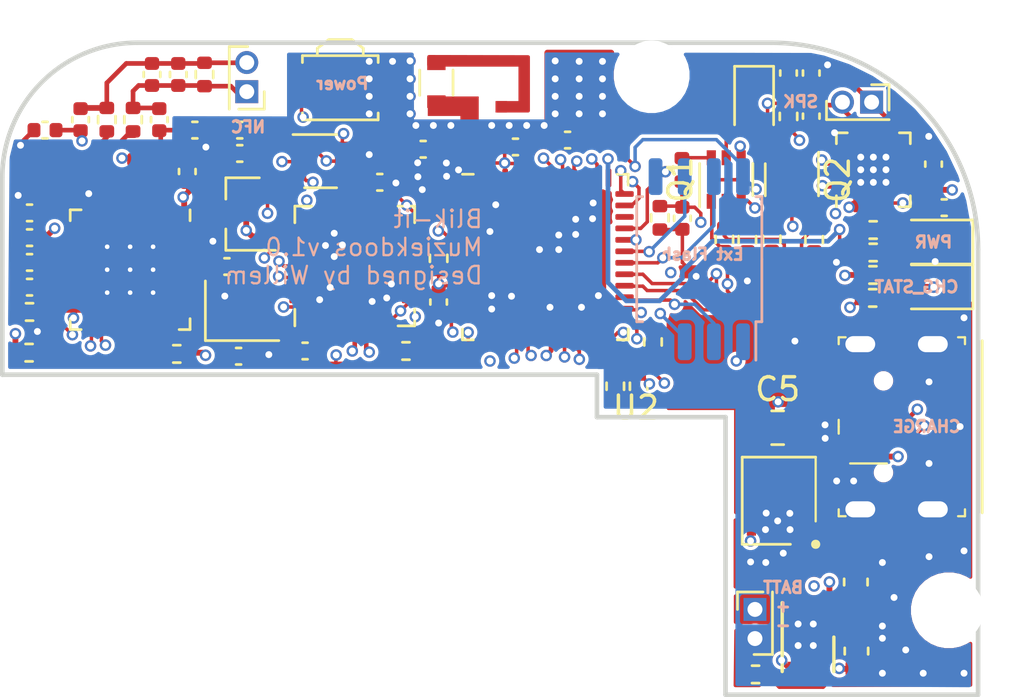
<source format=kicad_pcb>
(kicad_pcb (version 20171130) (host pcbnew "(5.1.9-0-10_14)")

  (general
    (thickness 1.6)
    (drawings 43)
    (tracks 1154)
    (zones 0)
    (modules 80)
    (nets 111)
  )

  (page A4)
  (layers
    (0 F.Cu signal)
    (1 In1.Cu signal hide)
    (2 In2.Cu signal hide)
    (31 B.Cu signal hide)
    (32 B.Adhes user hide)
    (33 F.Adhes user hide)
    (34 B.Paste user hide)
    (35 F.Paste user hide)
    (36 B.SilkS user hide)
    (37 F.SilkS user hide)
    (38 B.Mask user hide)
    (39 F.Mask user hide)
    (40 Dwgs.User user hide)
    (41 Cmts.User user hide)
    (42 Eco1.User user hide)
    (43 Eco2.User user hide)
    (44 Edge.Cuts user)
    (45 Margin user hide)
    (46 B.CrtYd user hide)
    (47 F.CrtYd user)
    (48 B.Fab user hide)
    (49 F.Fab user)
  )

  (setup
    (last_trace_width 0.1524)
    (user_trace_width 0.1524)
    (user_trace_width 0.2032)
    (trace_clearance 0.1524)
    (zone_clearance 0.1524)
    (zone_45_only no)
    (trace_min 0.14986)
    (via_size 0.5)
    (via_drill 0.3)
    (via_min_size 0.4)
    (via_min_drill 0.3)
    (user_via 0.5 0.3)
    (uvia_size 0.3)
    (uvia_drill 0.1)
    (uvias_allowed no)
    (uvia_min_size 0.2)
    (uvia_min_drill 0.1)
    (edge_width 0.05)
    (segment_width 0.2)
    (pcb_text_width 0.3)
    (pcb_text_size 1.5 1.5)
    (mod_edge_width 0.12)
    (mod_text_size 1 1)
    (mod_text_width 0.15)
    (pad_size 1 1)
    (pad_drill 0)
    (pad_to_mask_clearance 0)
    (aux_axis_origin 0 0)
    (visible_elements FFFFFF7F)
    (pcbplotparams
      (layerselection 0x010fc_ffffffff)
      (usegerberextensions false)
      (usegerberattributes true)
      (usegerberadvancedattributes true)
      (creategerberjobfile true)
      (excludeedgelayer true)
      (linewidth 0.100000)
      (plotframeref false)
      (viasonmask false)
      (mode 1)
      (useauxorigin false)
      (hpglpennumber 1)
      (hpglpenspeed 20)
      (hpglpendiameter 15.000000)
      (psnegative false)
      (psa4output false)
      (plotreference true)
      (plotvalue false)
      (plotinvisibletext false)
      (padsonsilk false)
      (subtractmaskfromsilk true)
      (outputformat 1)
      (mirror false)
      (drillshape 0)
      (scaleselection 1)
      (outputdirectory "OUTPUT"))
  )

  (net 0 "")
  (net 1 GND)
  (net 2 VBUS)
  (net 3 /CPU/ADC1_IN2)
  (net 4 +BATT)
  (net 5 /Power/PSU_BTN_RAW)
  (net 6 +3V3)
  (net 7 "Net-(C6-Pad2)")
  (net 8 "Net-(C7-Pad1)")
  (net 9 "Net-(C15-Pad1)")
  (net 10 "Net-(C16-Pad1)")
  (net 11 "Net-(C17-Pad2)")
  (net 12 "Net-(C20-Pad2)")
  (net 13 /I2S_DAC_AMP/SPK_OUT-)
  (net 14 /I2S_DAC_AMP/SPKOUT+)
  (net 15 /Power/CHG_STAT_LED)
  (net 16 /Power/CHG_5V_LED)
  (net 17 /Power/PSU_EN)
  (net 18 "Net-(L2-Pad2)")
  (net 19 /CPU/MEAS_EN)
  (net 20 /CPU/BTN_PWR)
  (net 21 /CPU/PW_HOLD)
  (net 22 /Power/PSU_EN_BUF)
  (net 23 /Power/CHG_PROG)
  (net 24 "Net-(R17-Pad1)")
  (net 25 "Net-(R18-Pad2)")
  (net 26 "Net-(R19-Pad2)")
  (net 27 /I2S_DAC_AMP/GAIN)
  (net 28 /I2S_DAC_AMP/I2S_SD_MODE)
  (net 29 /CPU/NFC_MISO)
  (net 30 /CPU/DAC_BCLK)
  (net 31 /CPU/DAC_LRCK)
  (net 32 /CPU/NFC_SPI_MOSI)
  (net 33 /CPU/NFC_SPI_SCK)
  (net 34 /CPU/NFC_SPI_CS)
  (net 35 /CPU/DAC_DATA)
  (net 36 "Net-(U3-Pad28)")
  (net 37 "Net-(U3-Pad27)")
  (net 38 "Net-(U3-Pad26)")
  (net 39 "Net-(U3-Pad25)")
  (net 40 "Net-(U3-Pad24)")
  (net 41 "Net-(U3-Pad23)")
  (net 42 "Net-(U3-Pad11)")
  (net 43 "Net-(U3-Pad10)")
  (net 44 "Net-(U3-Pad7)")
  (net 45 "Net-(U3-Pad4)")
  (net 46 "Net-(U3-Pad3)")
  (net 47 "Net-(L1-Pad2)")
  (net 48 "Net-(C23-Pad2)")
  (net 49 "Net-(R12-Pad2)")
  (net 50 "Net-(R15-Pad1)")
  (net 51 "Net-(U1-Pad7)")
  (net 52 /CPU/HALL_OUT)
  (net 53 /CPU/VDD_SDIO)
  (net 54 /CPU/ESP_RST)
  (net 55 /CPU/ESP_GPIO0)
  (net 56 /CPU/ESP_GPIO2)
  (net 57 /CPU/ESP_GPIO15)
  (net 58 /NFC/NFC_TX)
  (net 59 /NFC/NFC_RX)
  (net 60 "Net-(U4-Pad48)")
  (net 61 "Net-(U4-Pad47)")
  (net 62 "Net-(U4-Pad45)")
  (net 63 "Net-(U4-Pad44)")
  (net 64 "Net-(U4-Pad39)")
  (net 65 /CPU/ESP_SD1)
  (net 66 /CPU/ESP_SD0)
  (net 67 /CPU/ESP_CLK)
  (net 68 /CPU/ESP_CMD)
  (net 69 /CPU/ESP_GPIO17)
  (net 70 /CPU/SPIFLASH_CS)
  (net 71 "Net-(U4-Pad18)")
  (net 72 "Net-(U4-Pad13)")
  (net 73 "Net-(U4-Pad10)")
  (net 74 "Net-(U4-Pad8)")
  (net 75 "Net-(U4-Pad7)")
  (net 76 "Net-(U4-Pad6)")
  (net 77 "Net-(U10-Pad27)")
  (net 78 "Net-(U10-Pad23)")
  (net 79 "Net-(U10-Pad22)")
  (net 80 "Net-(U10-Pad21)")
  (net 81 "Net-(U10-Pad20)")
  (net 82 "Net-(U10-Pad19)")
  (net 83 "Net-(U10-Pad18)")
  (net 84 "Net-(U10-Pad17)")
  (net 85 "Net-(U10-Pad16)")
  (net 86 "Net-(U10-Pad15)")
  (net 87 "Net-(U10-Pad14)")
  (net 88 "Net-(U10-Pad13)")
  (net 89 "Net-(U10-Pad12)")
  (net 90 "Net-(U10-Pad11)")
  (net 91 "Net-(U10-Pad10)")
  (net 92 "Net-(U10-Pad2)")
  (net 93 "Net-(U10-Pad1)")
  (net 94 /programmer/CP_DTR)
  (net 95 /programmer/CP_RTS)
  (net 96 /CPU/ESP_TX)
  (net 97 /CPU/ESP_RX)
  (net 98 /CPU/WIFI_ANT)
  (net 99 /CPU/ESP_LNA_IN)
  (net 100 /programmer/CP_RST)
  (net 101 /CPU/A2)
  (net 102 "Net-(U4-Pad34)")
  (net 103 /Power/MCP_STAT)
  (net 104 /Power/USB_D-)
  (net 105 /Power/USB_D+)
  (net 106 "Net-(U4-Pad12)")
  (net 107 "Net-(Q1-Pad6)")
  (net 108 "Net-(U2-Pad2)")
  (net 109 /Power/Lx_L1)
  (net 110 "Net-(U4-Pad15)")

  (net_class Default "This is the default net class."
    (clearance 0.1524)
    (trace_width 0.1524)
    (via_dia 0.5)
    (via_drill 0.3)
    (uvia_dia 0.3)
    (uvia_drill 0.1)
    (add_net +3V3)
    (add_net +BATT)
    (add_net /CPU/A2)
    (add_net /CPU/ADC1_IN2)
    (add_net /CPU/BTN_PWR)
    (add_net /CPU/DAC_BCLK)
    (add_net /CPU/DAC_DATA)
    (add_net /CPU/DAC_LRCK)
    (add_net /CPU/ESP_CLK)
    (add_net /CPU/ESP_CMD)
    (add_net /CPU/ESP_GPIO0)
    (add_net /CPU/ESP_GPIO15)
    (add_net /CPU/ESP_GPIO17)
    (add_net /CPU/ESP_GPIO2)
    (add_net /CPU/ESP_LNA_IN)
    (add_net /CPU/ESP_RST)
    (add_net /CPU/ESP_RX)
    (add_net /CPU/ESP_SD0)
    (add_net /CPU/ESP_SD1)
    (add_net /CPU/ESP_TX)
    (add_net /CPU/HALL_OUT)
    (add_net /CPU/MEAS_EN)
    (add_net /CPU/NFC_MISO)
    (add_net /CPU/NFC_SPI_CS)
    (add_net /CPU/NFC_SPI_MOSI)
    (add_net /CPU/NFC_SPI_SCK)
    (add_net /CPU/PW_HOLD)
    (add_net /CPU/SPIFLASH_CS)
    (add_net /CPU/VDD_SDIO)
    (add_net /CPU/WIFI_ANT)
    (add_net /I2S_DAC_AMP/GAIN)
    (add_net /I2S_DAC_AMP/I2S_SD_MODE)
    (add_net /I2S_DAC_AMP/SPKOUT+)
    (add_net /I2S_DAC_AMP/SPK_OUT-)
    (add_net /NFC/NFC_RX)
    (add_net /NFC/NFC_TX)
    (add_net /Power/CHG_5V_LED)
    (add_net /Power/CHG_PROG)
    (add_net /Power/CHG_STAT_LED)
    (add_net /Power/Lx_L1)
    (add_net /Power/MCP_STAT)
    (add_net /Power/PSU_BTN_RAW)
    (add_net /Power/PSU_EN)
    (add_net /Power/PSU_EN_BUF)
    (add_net /Power/USB_D+)
    (add_net /Power/USB_D-)
    (add_net /programmer/CP_DTR)
    (add_net /programmer/CP_RST)
    (add_net /programmer/CP_RTS)
    (add_net GND)
    (add_net "Net-(C15-Pad1)")
    (add_net "Net-(C16-Pad1)")
    (add_net "Net-(C17-Pad2)")
    (add_net "Net-(C20-Pad2)")
    (add_net "Net-(C23-Pad2)")
    (add_net "Net-(C6-Pad2)")
    (add_net "Net-(C7-Pad1)")
    (add_net "Net-(L1-Pad2)")
    (add_net "Net-(L2-Pad2)")
    (add_net "Net-(Q1-Pad6)")
    (add_net "Net-(R12-Pad2)")
    (add_net "Net-(R15-Pad1)")
    (add_net "Net-(R17-Pad1)")
    (add_net "Net-(R18-Pad2)")
    (add_net "Net-(R19-Pad2)")
    (add_net "Net-(U1-Pad7)")
    (add_net "Net-(U10-Pad1)")
    (add_net "Net-(U10-Pad10)")
    (add_net "Net-(U10-Pad11)")
    (add_net "Net-(U10-Pad12)")
    (add_net "Net-(U10-Pad13)")
    (add_net "Net-(U10-Pad14)")
    (add_net "Net-(U10-Pad15)")
    (add_net "Net-(U10-Pad16)")
    (add_net "Net-(U10-Pad17)")
    (add_net "Net-(U10-Pad18)")
    (add_net "Net-(U10-Pad19)")
    (add_net "Net-(U10-Pad2)")
    (add_net "Net-(U10-Pad20)")
    (add_net "Net-(U10-Pad21)")
    (add_net "Net-(U10-Pad22)")
    (add_net "Net-(U10-Pad23)")
    (add_net "Net-(U10-Pad27)")
    (add_net "Net-(U2-Pad2)")
    (add_net "Net-(U3-Pad10)")
    (add_net "Net-(U3-Pad11)")
    (add_net "Net-(U3-Pad23)")
    (add_net "Net-(U3-Pad24)")
    (add_net "Net-(U3-Pad25)")
    (add_net "Net-(U3-Pad26)")
    (add_net "Net-(U3-Pad27)")
    (add_net "Net-(U3-Pad28)")
    (add_net "Net-(U3-Pad3)")
    (add_net "Net-(U3-Pad4)")
    (add_net "Net-(U3-Pad7)")
    (add_net "Net-(U4-Pad10)")
    (add_net "Net-(U4-Pad12)")
    (add_net "Net-(U4-Pad13)")
    (add_net "Net-(U4-Pad15)")
    (add_net "Net-(U4-Pad18)")
    (add_net "Net-(U4-Pad34)")
    (add_net "Net-(U4-Pad39)")
    (add_net "Net-(U4-Pad44)")
    (add_net "Net-(U4-Pad45)")
    (add_net "Net-(U4-Pad47)")
    (add_net "Net-(U4-Pad48)")
    (add_net "Net-(U4-Pad6)")
    (add_net "Net-(U4-Pad7)")
    (add_net "Net-(U4-Pad8)")
    (add_net VBUS)
  )

  (module Capacitor_SMD:C_0805_2012Metric (layer F.Cu) (tedit 5F68FEEE) (tstamp 6106F442)
    (at 74.94 80.74)
    (descr "Capacitor SMD 0805 (2012 Metric), square (rectangular) end terminal, IPC_7351 nominal, (Body size source: IPC-SM-782 page 76, https://www.pcb-3d.com/wordpress/wp-content/uploads/ipc-sm-782a_amendment_1_and_2.pdf, https://docs.google.com/spreadsheets/d/1BsfQQcO9C6DZCsRaXUlFlo91Tg2WpOkGARC1WS5S8t0/edit?usp=sharing), generated with kicad-footprint-generator")
    (tags capacitor)
    (path /60FE1698/615B2E33)
    (attr smd)
    (fp_text reference C5 (at 0 -1.68) (layer F.SilkS)
      (effects (font (size 1 1) (thickness 0.15)))
    )
    (fp_text value 10uF (at 0 1.68) (layer F.Fab) hide
      (effects (font (size 1 1) (thickness 0.15)))
    )
    (fp_line (start 1.7 0.98) (end -1.7 0.98) (layer F.CrtYd) (width 0.05))
    (fp_line (start 1.7 -0.98) (end 1.7 0.98) (layer F.CrtYd) (width 0.05))
    (fp_line (start -1.7 -0.98) (end 1.7 -0.98) (layer F.CrtYd) (width 0.05))
    (fp_line (start -1.7 0.98) (end -1.7 -0.98) (layer F.CrtYd) (width 0.05))
    (fp_line (start -0.261252 0.735) (end 0.261252 0.735) (layer F.SilkS) (width 0.12))
    (fp_line (start -0.261252 -0.735) (end 0.261252 -0.735) (layer F.SilkS) (width 0.12))
    (fp_line (start 1 0.625) (end -1 0.625) (layer F.Fab) (width 0.1))
    (fp_line (start 1 -0.625) (end 1 0.625) (layer F.Fab) (width 0.1))
    (fp_line (start -1 -0.625) (end 1 -0.625) (layer F.Fab) (width 0.1))
    (fp_line (start -1 0.625) (end -1 -0.625) (layer F.Fab) (width 0.1))
    (fp_text user %R (at 0 0) (layer F.Fab)
      (effects (font (size 0.5 0.5) (thickness 0.08)))
    )
    (pad 2 smd roundrect (at 0.95 0) (size 1 1.45) (layers F.Cu F.Paste F.Mask) (roundrect_rratio 0.25)
      (net 1 GND))
    (pad 1 smd roundrect (at -0.95 0) (size 1 1.45) (layers F.Cu F.Paste F.Mask) (roundrect_rratio 0.25)
      (net 6 +3V3))
    (model ${KISYS3DMOD}/Capacitor_SMD.3dshapes/C_0805_2012Metric.wrl
      (at (xyz 0 0 0))
      (scale (xyz 1 1 1))
      (rotate (xyz 0 0 0))
    )
  )

  (module Package_DFN_QFN:USP-9B01 (layer F.Cu) (tedit 614B2C09) (tstamp 614B1966)
    (at 73.96 82.64 180)
    (path /60FE1698/6148D543)
    (clearance 0.14986)
    (attr smd)
    (fp_text reference U2 (at 5.195 2.78) (layer F.SilkS)
      (effects (font (size 1 1) (thickness 0.15)))
    )
    (fp_text value XCL214B333DR (at 0.03 2.43) (layer F.Fab) hide
      (effects (font (size 0.254 0.254) (thickness 0.0635)))
    )
    (fp_line (start -2.286 -2.88) (end 0.214 -2.88) (layer Dwgs.User) (width 0.01))
    (fp_poly (pts (xy -1.436 -2.68) (xy -0.636 -2.68) (xy -0.636 -3) (xy -0.436 -3)
      (xy -0.436 -2.68) (xy -0.336 -2.68) (xy -0.336 -2.08) (xy -1.736 -2.08)
      (xy -1.736 -2.68) (xy -1.636 -2.68) (xy -1.636 -3) (xy -1.436 -3)) (layer F.Mask) (width 0.01))
    (fp_line (start -2.286 0.32) (end 0.214 0.32) (layer Dwgs.User) (width 0.01))
    (fp_line (start -2.286 -2.88) (end -2.286 0.32) (layer Dwgs.User) (width 0.01))
    (fp_poly (pts (xy -1.461 0.42) (xy -1.636 0.42) (xy -1.636 0.12) (xy -2.086 0.12)
      (xy -2.086 -0.405) (xy -2.386 -0.405) (xy -2.386 -0.605) (xy -1.461 -0.605)) (layer F.Mask) (width 0.01))
    (fp_line (start 0.214 -2.88) (end 0.214 0.32) (layer Dwgs.User) (width 0.01))
    (fp_poly (pts (xy 0.314 -0.405) (xy 0.014 -0.405) (xy 0.014 0.12) (xy -0.436 0.12)
      (xy -0.436 0.42) (xy -0.611 0.42) (xy -0.611 -0.605) (xy 0.314 -0.605)) (layer F.Mask) (width 0.01))
    (fp_line (start -2.636 -2.18) (end -2.636 0.62) (layer F.SilkS) (width 0.1))
    (fp_line (start -2.636 0.62) (end 0.564 0.62) (layer F.SilkS) (width 0.12))
    (fp_line (start 0.564 0.62) (end 0.564 -3.18) (layer F.SilkS) (width 0.12))
    (fp_line (start 0.564 -3.18) (end -1.536 -3.18) (layer F.SilkS) (width 0.12))
    (fp_circle (center -2.636 -3.18) (end -2.536 -3.18) (layer F.SilkS) (width 0.2))
    (fp_line (start 0.864 -3.48) (end -2.936 -3.48) (layer F.CrtYd) (width 0.12))
    (fp_line (start -2.936 -3.48) (end -2.936 0.82) (layer F.CrtYd) (width 0.12))
    (fp_line (start -2.936 0.82) (end 0.864 0.82) (layer F.CrtYd) (width 0.12))
    (fp_line (start 0.864 0.82) (end 0.864 -3.48) (layer F.CrtYd) (width 0.12))
    (fp_poly (pts (xy -0.436 -2.19) (xy -0.816 -2.19) (xy -0.816 -2.59) (xy -0.436 -2.59)) (layer F.Paste) (width 0.01))
    (fp_poly (pts (xy -1.286 -2.19) (xy -1.666 -2.19) (xy -1.666 -2.59) (xy -1.286 -2.59)) (layer F.Paste) (width 0.01))
    (fp_poly (pts (xy -0.086 -0.37) (xy -0.406 -0.37) (xy -0.406 -0.57) (xy -0.086 -0.57)) (layer F.Paste) (width 0.01))
    (fp_poly (pts (xy -1.676 -0.38) (xy -1.996 -0.38) (xy -1.996 -0.58) (xy -1.676 -0.58)) (layer F.Paste) (width 0.01))
    (fp_text user U2 (at -1.0335 -1.307 180) (layer F.Fab)
      (effects (font (size 1 1) (thickness 0.15)))
    )
    (pad 7 smd custom (at -1.066 -2.39 180) (size 0.325 0.4) (layers F.Cu F.Paste F.Mask)
      (net 1 GND)
      (options (clearance outline) (anchor rect))
      (primitives
        (gr_poly (pts
           (xy 0.83 0.88) (xy 0.28 0.88) (xy 0.28 1.09) (xy -0.22 1.09) (xy -0.22 0.88)
           (xy -0.77 0.88) (xy -0.77 -0.39) (xy -0.59 -0.39) (xy -0.59 -0.64) (xy -0.35 -0.64)
           (xy -0.35 -0.39) (xy 0.41 -0.39) (xy 0.41 -0.64) (xy 0.65 -0.64) (xy 0.65 -0.39)
           (xy 0.83 -0.39)) (width 0.01))
      ))
    (pad 9 smd custom (at -0.246 -0.12 180) (size 0.325 0.4) (layers F.Cu F.Paste F.Mask)
      (net 6 +3V3) (zone_connect 2)
      (options (clearance outline) (anchor rect))
      (primitives
        (gr_poly (pts
           (xy 0.36 -0.51) (xy 0.61 -0.51) (xy 0.61 -0.26) (xy 0.36 -0.26) (xy 0.36 0.34)
           (xy -0.14 0.34) (xy -0.14 0.59) (xy -0.39 0.59) (xy -0.39 -1.11) (xy 0.36 -1.11)
) (width 0.01))
      ))
    (pad 8 smd custom (at -1.836 -0.14 180) (size 0.325 0.4) (layers F.Cu F.Paste F.Mask)
      (net 109 /Power/Lx_L1) (zone_connect 2)
      (options (clearance outline) (anchor rect))
      (primitives
        (gr_poly (pts
           (xy -0.35 -0.24) (xy -0.6 -0.24) (xy -0.6 -0.49) (xy -0.35 -0.49) (xy -0.35 -1.09)
           (xy 0.4 -1.09) (xy 0.4 0.61) (xy 0.15 0.61) (xy 0.15 0.36) (xy -0.35 0.36)
) (width 0.01))
      ))
    (pad 1 smd rect (at -2.236 -2.6425 180) (size 0.4 0.325) (layers F.Cu F.Paste F.Mask)
      (net 4 +BATT))
    (pad 6 smd rect (at 0.164 -2.6425 180) (size 0.4 0.325) (layers F.Cu F.Paste F.Mask)
      (net 22 /Power/PSU_EN_BUF))
    (pad 2 smd rect (at -2.236 -2.18 180) (size 0.4 0.2) (layers F.Cu F.Paste F.Mask)
      (net 108 "Net-(U2-Pad2)"))
    (pad 3 smd rect (at -2.236 -1.7175 180) (size 0.4 0.325) (layers F.Cu F.Paste F.Mask)
      (net 109 /Power/Lx_L1))
    (pad 5 smd rect (at 0.164 -2.18 180) (size 0.4 0.2) (layers F.Cu F.Paste F.Mask)
      (net 1 GND))
    (pad 4 smd rect (at 0.164 -1.7175 180) (size 0.4 0.325) (layers F.Cu F.Paste F.Mask)
      (net 6 +3V3))
  )

  (module Package_TO_SOT_SMD:SOT-363_SC-70-6 (layer F.Cu) (tedit 5A02FF57) (tstamp 6147B9A0)
    (at 72.7 69.92 90)
    (descr "SOT-363, SC-70-6")
    (tags "SOT-363 SC-70-6")
    (path /60FE1698/614E105B)
    (attr smd)
    (fp_text reference Q1 (at 0 -2 90) (layer F.SilkS)
      (effects (font (size 1 1) (thickness 0.15)))
    )
    (fp_text value Q_Dual_PMOS_S1G1D2S2G2D1 (at 0 2 270) (layer F.Fab) hide
      (effects (font (size 1 1) (thickness 0.15)))
    )
    (fp_line (start -0.175 -1.1) (end -0.675 -0.6) (layer F.Fab) (width 0.1))
    (fp_line (start 0.675 1.1) (end -0.675 1.1) (layer F.Fab) (width 0.1))
    (fp_line (start 0.675 -1.1) (end 0.675 1.1) (layer F.Fab) (width 0.1))
    (fp_line (start -1.6 1.4) (end 1.6 1.4) (layer F.CrtYd) (width 0.05))
    (fp_line (start -0.675 -0.6) (end -0.675 1.1) (layer F.Fab) (width 0.1))
    (fp_line (start 0.675 -1.1) (end -0.175 -1.1) (layer F.Fab) (width 0.1))
    (fp_line (start -1.6 -1.4) (end 1.6 -1.4) (layer F.CrtYd) (width 0.05))
    (fp_line (start -1.6 -1.4) (end -1.6 1.4) (layer F.CrtYd) (width 0.05))
    (fp_line (start 1.6 1.4) (end 1.6 -1.4) (layer F.CrtYd) (width 0.05))
    (fp_line (start -0.7 1.16) (end 0.7 1.16) (layer F.SilkS) (width 0.12))
    (fp_line (start 0.7 -1.16) (end -1.2 -1.16) (layer F.SilkS) (width 0.12))
    (fp_text user %R (at 0 0) (layer F.Fab)
      (effects (font (size 0.5 0.5) (thickness 0.075)))
    )
    (pad 6 smd rect (at 0.95 -0.65 90) (size 0.65 0.4) (layers F.Cu F.Paste F.Mask)
      (net 107 "Net-(Q1-Pad6)"))
    (pad 4 smd rect (at 0.95 0.65 90) (size 0.65 0.4) (layers F.Cu F.Paste F.Mask)
      (net 4 +BATT))
    (pad 2 smd rect (at -0.95 0 90) (size 0.65 0.4) (layers F.Cu F.Paste F.Mask)
      (net 19 /CPU/MEAS_EN))
    (pad 5 smd rect (at 0.95 0 90) (size 0.65 0.4) (layers F.Cu F.Paste F.Mask)
      (net 17 /Power/PSU_EN))
    (pad 3 smd rect (at -0.95 0.65 90) (size 0.65 0.4) (layers F.Cu F.Paste F.Mask)
      (net 22 /Power/PSU_EN_BUF))
    (pad 1 smd rect (at -0.95 -0.65 90) (size 0.65 0.4) (layers F.Cu F.Paste F.Mask)
      (net 4 +BATT))
    (model ${KISYS3DMOD}/Package_TO_SOT_SMD.3dshapes/SOT-363_SC-70-6.wrl
      (at (xyz 0 0 0))
      (scale (xyz 1 1 1))
      (rotate (xyz 0 0 0))
    )
  )

  (module Package_TO_SOT_SMD:SOT-363_SC-70-6 (layer F.Cu) (tedit 5A02FF57) (tstamp 61479D7E)
    (at 75.56 69.93 270)
    (descr "SOT-363, SC-70-6")
    (tags "SOT-363 SC-70-6")
    (path /60FE1698/614CD58C)
    (attr smd)
    (fp_text reference Q2 (at 0 -2 90) (layer F.SilkS)
      (effects (font (size 1 1) (thickness 0.15)))
    )
    (fp_text value PMGD780SN (at 0 2 270) (layer F.Fab) hide
      (effects (font (size 1 1) (thickness 0.15)))
    )
    (fp_line (start -0.175 -1.1) (end -0.675 -0.6) (layer F.Fab) (width 0.1))
    (fp_line (start 0.675 1.1) (end -0.675 1.1) (layer F.Fab) (width 0.1))
    (fp_line (start 0.675 -1.1) (end 0.675 1.1) (layer F.Fab) (width 0.1))
    (fp_line (start -1.6 1.4) (end 1.6 1.4) (layer F.CrtYd) (width 0.05))
    (fp_line (start -0.675 -0.6) (end -0.675 1.1) (layer F.Fab) (width 0.1))
    (fp_line (start 0.675 -1.1) (end -0.175 -1.1) (layer F.Fab) (width 0.1))
    (fp_line (start -1.6 -1.4) (end 1.6 -1.4) (layer F.CrtYd) (width 0.05))
    (fp_line (start -1.6 -1.4) (end -1.6 1.4) (layer F.CrtYd) (width 0.05))
    (fp_line (start 1.6 1.4) (end 1.6 -1.4) (layer F.CrtYd) (width 0.05))
    (fp_line (start -0.7 1.16) (end 0.7 1.16) (layer F.SilkS) (width 0.12))
    (fp_line (start 0.7 -1.16) (end -1.2 -1.16) (layer F.SilkS) (width 0.12))
    (fp_text user %R (at 0 0) (layer F.Fab)
      (effects (font (size 0.5 0.5) (thickness 0.075)))
    )
    (pad 6 smd rect (at 0.95 -0.65 270) (size 0.65 0.4) (layers F.Cu F.Paste F.Mask)
      (net 20 /CPU/BTN_PWR))
    (pad 4 smd rect (at 0.95 0.65 270) (size 0.65 0.4) (layers F.Cu F.Paste F.Mask)
      (net 1 GND))
    (pad 2 smd rect (at -0.95 0 270) (size 0.65 0.4) (layers F.Cu F.Paste F.Mask)
      (net 5 /Power/PSU_BTN_RAW))
    (pad 5 smd rect (at 0.95 0 270) (size 0.65 0.4) (layers F.Cu F.Paste F.Mask)
      (net 21 /CPU/PW_HOLD))
    (pad 3 smd rect (at -0.95 0.65 270) (size 0.65 0.4) (layers F.Cu F.Paste F.Mask)
      (net 17 /Power/PSU_EN))
    (pad 1 smd rect (at -0.95 -0.65 270) (size 0.65 0.4) (layers F.Cu F.Paste F.Mask)
      (net 1 GND))
    (model ${KISYS3DMOD}/Package_TO_SOT_SMD.3dshapes/SOT-363_SC-70-6.wrl
      (at (xyz 0 0 0))
      (scale (xyz 1 1 1))
      (rotate (xyz 0 0 0))
    )
  )

  (module Package_DFN_QFN:QFN-28-1EP_5x5mm_P0.5mm_EP3.35x3.35mm (layer F.Cu) (tedit 5DC5F6A4) (tstamp 614786B5)
    (at 56.52 73.69 90)
    (descr "QFN, 28 Pin (http://ww1.microchip.com/downloads/en/PackagingSpec/00000049BQ.pdf#page=283), generated with kicad-footprint-generator ipc_noLead_generator.py")
    (tags "QFN NoLead")
    (path /613CB1D0/613CD9B7)
    (attr smd)
    (fp_text reference U10 (at 0 -3.8 90) (layer F.SilkS) hide
      (effects (font (size 1 1) (thickness 0.15)))
    )
    (fp_text value CP2109-InterfaceUSB (at 0 3.8 180) (layer F.Fab) hide
      (effects (font (size 1 1) (thickness 0.15)))
    )
    (fp_line (start 1.885 -2.61) (end 2.61 -2.61) (layer F.SilkS) (width 0.12))
    (fp_line (start 2.61 -2.61) (end 2.61 -1.885) (layer F.SilkS) (width 0.12))
    (fp_line (start -1.885 2.61) (end -2.61 2.61) (layer F.SilkS) (width 0.12))
    (fp_line (start -2.61 2.61) (end -2.61 1.885) (layer F.SilkS) (width 0.12))
    (fp_line (start 1.885 2.61) (end 2.61 2.61) (layer F.SilkS) (width 0.12))
    (fp_line (start 2.61 2.61) (end 2.61 1.885) (layer F.SilkS) (width 0.12))
    (fp_line (start -1.885 -2.61) (end -2.61 -2.61) (layer F.SilkS) (width 0.12))
    (fp_line (start -1.5 -2.5) (end 2.5 -2.5) (layer F.Fab) (width 0.1))
    (fp_line (start 2.5 -2.5) (end 2.5 2.5) (layer F.Fab) (width 0.1))
    (fp_line (start 2.5 2.5) (end -2.5 2.5) (layer F.Fab) (width 0.1))
    (fp_line (start -2.5 2.5) (end -2.5 -1.5) (layer F.Fab) (width 0.1))
    (fp_line (start -2.5 -1.5) (end -1.5 -2.5) (layer F.Fab) (width 0.1))
    (fp_line (start -3.1 -3.1) (end -3.1 3.1) (layer F.CrtYd) (width 0.05))
    (fp_line (start -3.1 3.1) (end 3.1 3.1) (layer F.CrtYd) (width 0.05))
    (fp_line (start 3.1 3.1) (end 3.1 -3.1) (layer F.CrtYd) (width 0.05))
    (fp_line (start 3.1 -3.1) (end -3.1 -3.1) (layer F.CrtYd) (width 0.05))
    (fp_text user %R (at 0 0 90) (layer F.Fab)
      (effects (font (size 1 1) (thickness 0.15)))
    )
    (pad "" smd roundrect (at 1.12 1.12 90) (size 0.9 0.9) (layers F.Paste) (roundrect_rratio 0.25))
    (pad "" smd roundrect (at 1.12 0 90) (size 0.9 0.9) (layers F.Paste) (roundrect_rratio 0.25))
    (pad "" smd roundrect (at 1.12 -1.12 90) (size 0.9 0.9) (layers F.Paste) (roundrect_rratio 0.25))
    (pad "" smd roundrect (at 0 1.12 90) (size 0.9 0.9) (layers F.Paste) (roundrect_rratio 0.25))
    (pad "" smd roundrect (at 0 0 90) (size 0.9 0.9) (layers F.Paste) (roundrect_rratio 0.25))
    (pad "" smd roundrect (at 0 -1.12 90) (size 0.9 0.9) (layers F.Paste) (roundrect_rratio 0.25))
    (pad "" smd roundrect (at -1.12 1.12 90) (size 0.9 0.9) (layers F.Paste) (roundrect_rratio 0.25))
    (pad "" smd roundrect (at -1.12 0 90) (size 0.9 0.9) (layers F.Paste) (roundrect_rratio 0.25))
    (pad "" smd roundrect (at -1.12 -1.12 90) (size 0.9 0.9) (layers F.Paste) (roundrect_rratio 0.25))
    (pad 29 smd rect (at 0 0 90) (size 3.35 3.35) (layers F.Cu F.Mask)
      (net 1 GND))
    (pad 28 smd roundrect (at -1.5 -2.45 90) (size 0.25 0.8) (layers F.Cu F.Paste F.Mask) (roundrect_rratio 0.25)
      (net 94 /programmer/CP_DTR))
    (pad 27 smd roundrect (at -1 -2.45 90) (size 0.25 0.8) (layers F.Cu F.Paste F.Mask) (roundrect_rratio 0.25)
      (net 77 "Net-(U10-Pad27)"))
    (pad 26 smd roundrect (at -0.5 -2.45 90) (size 0.25 0.8) (layers F.Cu F.Paste F.Mask) (roundrect_rratio 0.25)
      (net 97 /CPU/ESP_RX))
    (pad 25 smd roundrect (at 0 -2.45 90) (size 0.25 0.8) (layers F.Cu F.Paste F.Mask) (roundrect_rratio 0.25)
      (net 96 /CPU/ESP_TX))
    (pad 24 smd roundrect (at 0.5 -2.45 90) (size 0.25 0.8) (layers F.Cu F.Paste F.Mask) (roundrect_rratio 0.25)
      (net 95 /programmer/CP_RTS))
    (pad 23 smd roundrect (at 1 -2.45 90) (size 0.25 0.8) (layers F.Cu F.Paste F.Mask) (roundrect_rratio 0.25)
      (net 78 "Net-(U10-Pad23)"))
    (pad 22 smd roundrect (at 1.5 -2.45 90) (size 0.25 0.8) (layers F.Cu F.Paste F.Mask) (roundrect_rratio 0.25)
      (net 79 "Net-(U10-Pad22)"))
    (pad 21 smd roundrect (at 2.45 -1.5 90) (size 0.8 0.25) (layers F.Cu F.Paste F.Mask) (roundrect_rratio 0.25)
      (net 80 "Net-(U10-Pad21)"))
    (pad 20 smd roundrect (at 2.45 -1 90) (size 0.8 0.25) (layers F.Cu F.Paste F.Mask) (roundrect_rratio 0.25)
      (net 81 "Net-(U10-Pad20)"))
    (pad 19 smd roundrect (at 2.45 -0.5 90) (size 0.8 0.25) (layers F.Cu F.Paste F.Mask) (roundrect_rratio 0.25)
      (net 82 "Net-(U10-Pad19)"))
    (pad 18 smd roundrect (at 2.45 0 90) (size 0.8 0.25) (layers F.Cu F.Paste F.Mask) (roundrect_rratio 0.25)
      (net 83 "Net-(U10-Pad18)"))
    (pad 17 smd roundrect (at 2.45 0.5 90) (size 0.8 0.25) (layers F.Cu F.Paste F.Mask) (roundrect_rratio 0.25)
      (net 84 "Net-(U10-Pad17)"))
    (pad 16 smd roundrect (at 2.45 1 90) (size 0.8 0.25) (layers F.Cu F.Paste F.Mask) (roundrect_rratio 0.25)
      (net 85 "Net-(U10-Pad16)"))
    (pad 15 smd roundrect (at 2.45 1.5 90) (size 0.8 0.25) (layers F.Cu F.Paste F.Mask) (roundrect_rratio 0.25)
      (net 86 "Net-(U10-Pad15)"))
    (pad 14 smd roundrect (at 1.5 2.45 90) (size 0.25 0.8) (layers F.Cu F.Paste F.Mask) (roundrect_rratio 0.25)
      (net 87 "Net-(U10-Pad14)"))
    (pad 13 smd roundrect (at 1 2.45 90) (size 0.25 0.8) (layers F.Cu F.Paste F.Mask) (roundrect_rratio 0.25)
      (net 88 "Net-(U10-Pad13)"))
    (pad 12 smd roundrect (at 0.5 2.45 90) (size 0.25 0.8) (layers F.Cu F.Paste F.Mask) (roundrect_rratio 0.25)
      (net 89 "Net-(U10-Pad12)"))
    (pad 11 smd roundrect (at 0 2.45 90) (size 0.25 0.8) (layers F.Cu F.Paste F.Mask) (roundrect_rratio 0.25)
      (net 90 "Net-(U10-Pad11)"))
    (pad 10 smd roundrect (at -0.5 2.45 90) (size 0.25 0.8) (layers F.Cu F.Paste F.Mask) (roundrect_rratio 0.25)
      (net 91 "Net-(U10-Pad10)"))
    (pad 9 smd roundrect (at -1 2.45 90) (size 0.25 0.8) (layers F.Cu F.Paste F.Mask) (roundrect_rratio 0.25)
      (net 100 /programmer/CP_RST))
    (pad 8 smd roundrect (at -1.5 2.45 90) (size 0.25 0.8) (layers F.Cu F.Paste F.Mask) (roundrect_rratio 0.25)
      (net 2 VBUS))
    (pad 7 smd roundrect (at -2.45 1.5 90) (size 0.8 0.25) (layers F.Cu F.Paste F.Mask) (roundrect_rratio 0.25)
      (net 2 VBUS))
    (pad 6 smd roundrect (at -2.45 1 90) (size 0.8 0.25) (layers F.Cu F.Paste F.Mask) (roundrect_rratio 0.25)
      (net 6 +3V3))
    (pad 5 smd roundrect (at -2.45 0.5 90) (size 0.8 0.25) (layers F.Cu F.Paste F.Mask) (roundrect_rratio 0.25)
      (net 104 /Power/USB_D-))
    (pad 4 smd roundrect (at -2.45 0 90) (size 0.8 0.25) (layers F.Cu F.Paste F.Mask) (roundrect_rratio 0.25)
      (net 105 /Power/USB_D+))
    (pad 3 smd roundrect (at -2.45 -0.5 90) (size 0.8 0.25) (layers F.Cu F.Paste F.Mask) (roundrect_rratio 0.25)
      (net 1 GND))
    (pad 2 smd roundrect (at -2.45 -1 90) (size 0.8 0.25) (layers F.Cu F.Paste F.Mask) (roundrect_rratio 0.25)
      (net 92 "Net-(U10-Pad2)"))
    (pad 1 smd roundrect (at -2.45 -1.5 90) (size 0.8 0.25) (layers F.Cu F.Paste F.Mask) (roundrect_rratio 0.25)
      (net 93 "Net-(U10-Pad1)"))
    (model ${KISYS3DMOD}/Package_DFN_QFN.3dshapes/QFN-28-1EP_5x5mm_P0.5mm_EP3.35x3.35mm.wrl
      (at (xyz 0 0 0))
      (scale (xyz 1 1 1))
      (rotate (xyz 0 0 0))
    )
  )

  (module Resistor_SMD:R_0402_1005Metric (layer F.Cu) (tedit 5F68FEEE) (tstamp 61478244)
    (at 58.7502 77.3938)
    (descr "Resistor SMD 0402 (1005 Metric), square (rectangular) end terminal, IPC_7351 nominal, (Body size source: IPC-SM-782 page 72, https://www.pcb-3d.com/wordpress/wp-content/uploads/ipc-sm-782a_amendment_1_and_2.pdf), generated with kicad-footprint-generator")
    (tags resistor)
    (path /613CB1D0/613D252C)
    (attr smd)
    (fp_text reference R11 (at 0 -1.17) (layer F.SilkS) hide
      (effects (font (size 1 1) (thickness 0.15)))
    )
    (fp_text value 10K (at 0 1.17) (layer F.Fab) hide
      (effects (font (size 1 1) (thickness 0.15)))
    )
    (fp_line (start -0.525 0.27) (end -0.525 -0.27) (layer F.Fab) (width 0.1))
    (fp_line (start -0.525 -0.27) (end 0.525 -0.27) (layer F.Fab) (width 0.1))
    (fp_line (start 0.525 -0.27) (end 0.525 0.27) (layer F.Fab) (width 0.1))
    (fp_line (start 0.525 0.27) (end -0.525 0.27) (layer F.Fab) (width 0.1))
    (fp_line (start -0.153641 -0.38) (end 0.153641 -0.38) (layer F.SilkS) (width 0.12))
    (fp_line (start -0.153641 0.38) (end 0.153641 0.38) (layer F.SilkS) (width 0.12))
    (fp_line (start -0.93 0.47) (end -0.93 -0.47) (layer F.CrtYd) (width 0.05))
    (fp_line (start -0.93 -0.47) (end 0.93 -0.47) (layer F.CrtYd) (width 0.05))
    (fp_line (start 0.93 -0.47) (end 0.93 0.47) (layer F.CrtYd) (width 0.05))
    (fp_line (start 0.93 0.47) (end -0.93 0.47) (layer F.CrtYd) (width 0.05))
    (fp_text user %R (at 0 0) (layer F.Fab)
      (effects (font (size 0.26 0.26) (thickness 0.04)))
    )
    (pad 2 smd roundrect (at 0.51 0) (size 0.54 0.64) (layers F.Cu F.Paste F.Mask) (roundrect_rratio 0.25)
      (net 100 /programmer/CP_RST))
    (pad 1 smd roundrect (at -0.51 0) (size 0.54 0.64) (layers F.Cu F.Paste F.Mask) (roundrect_rratio 0.25)
      (net 6 +3V3))
    (model ${KISYS3DMOD}/Resistor_SMD.3dshapes/R_0402_1005Metric.wrl
      (at (xyz 0 0 0))
      (scale (xyz 1 1 1))
      (rotate (xyz 0 0 0))
    )
  )

  (module Package_TO_SOT_SMD:SOT-363_SC-70-6 (layer F.Cu) (tedit 5A02FF57) (tstamp 614780F3)
    (at 55.03 69.12)
    (descr "SOT-363, SC-70-6")
    (tags "SOT-363 SC-70-6")
    (path /613CB1D0/613D07FE)
    (attr smd)
    (fp_text reference Q5 (at 0 -2) (layer F.SilkS) hide
      (effects (font (size 1 1) (thickness 0.15)))
    )
    (fp_text value UMH3N (at 0 2 180) (layer F.Fab) hide
      (effects (font (size 1 1) (thickness 0.15)))
    )
    (fp_line (start 0.7 -1.16) (end -1.2 -1.16) (layer F.SilkS) (width 0.12))
    (fp_line (start -0.7 1.16) (end 0.7 1.16) (layer F.SilkS) (width 0.12))
    (fp_line (start 1.6 1.4) (end 1.6 -1.4) (layer F.CrtYd) (width 0.05))
    (fp_line (start -1.6 -1.4) (end -1.6 1.4) (layer F.CrtYd) (width 0.05))
    (fp_line (start -1.6 -1.4) (end 1.6 -1.4) (layer F.CrtYd) (width 0.05))
    (fp_line (start 0.675 -1.1) (end -0.175 -1.1) (layer F.Fab) (width 0.1))
    (fp_line (start -0.675 -0.6) (end -0.675 1.1) (layer F.Fab) (width 0.1))
    (fp_line (start -1.6 1.4) (end 1.6 1.4) (layer F.CrtYd) (width 0.05))
    (fp_line (start 0.675 -1.1) (end 0.675 1.1) (layer F.Fab) (width 0.1))
    (fp_line (start 0.675 1.1) (end -0.675 1.1) (layer F.Fab) (width 0.1))
    (fp_line (start -0.175 -1.1) (end -0.675 -0.6) (layer F.Fab) (width 0.1))
    (fp_text user %R (at 0 0 90) (layer F.Fab)
      (effects (font (size 0.5 0.5) (thickness 0.075)))
    )
    (pad 6 smd rect (at 0.95 -0.65) (size 0.65 0.4) (layers F.Cu F.Paste F.Mask)
      (net 54 /CPU/ESP_RST))
    (pad 4 smd rect (at 0.95 0.65) (size 0.65 0.4) (layers F.Cu F.Paste F.Mask)
      (net 94 /programmer/CP_DTR))
    (pad 2 smd rect (at -0.95 0) (size 0.65 0.4) (layers F.Cu F.Paste F.Mask)
      (net 94 /programmer/CP_DTR))
    (pad 5 smd rect (at 0.95 0) (size 0.65 0.4) (layers F.Cu F.Paste F.Mask)
      (net 95 /programmer/CP_RTS))
    (pad 3 smd rect (at -0.95 0.65) (size 0.65 0.4) (layers F.Cu F.Paste F.Mask)
      (net 55 /CPU/ESP_GPIO0))
    (pad 1 smd rect (at -0.95 -0.65) (size 0.65 0.4) (layers F.Cu F.Paste F.Mask)
      (net 95 /programmer/CP_RTS))
    (model ${KISYS3DMOD}/Package_TO_SOT_SMD.3dshapes/SOT-363_SC-70-6.wrl
      (at (xyz 0 0 0))
      (scale (xyz 1 1 1))
      (rotate (xyz 0 0 0))
    )
  )

  (module Capacitor_SMD:C_0402_1005Metric (layer F.Cu) (tedit 5F68FEEE) (tstamp 61477DF3)
    (at 54.356 77.3938)
    (descr "Capacitor SMD 0402 (1005 Metric), square (rectangular) end terminal, IPC_7351 nominal, (Body size source: IPC-SM-782 page 76, https://www.pcb-3d.com/wordpress/wp-content/uploads/ipc-sm-782a_amendment_1_and_2.pdf), generated with kicad-footprint-generator")
    (tags capacitor)
    (path /613CB1D0/613DB9EC)
    (attr smd)
    (fp_text reference C29 (at 0 -1.16) (layer F.SilkS) hide
      (effects (font (size 1 1) (thickness 0.15)))
    )
    (fp_text value 100nF (at 0 1.16) (layer F.Fab) hide
      (effects (font (size 1 1) (thickness 0.15)))
    )
    (fp_line (start -0.5 0.25) (end -0.5 -0.25) (layer F.Fab) (width 0.1))
    (fp_line (start -0.5 -0.25) (end 0.5 -0.25) (layer F.Fab) (width 0.1))
    (fp_line (start 0.5 -0.25) (end 0.5 0.25) (layer F.Fab) (width 0.1))
    (fp_line (start 0.5 0.25) (end -0.5 0.25) (layer F.Fab) (width 0.1))
    (fp_line (start -0.107836 -0.36) (end 0.107836 -0.36) (layer F.SilkS) (width 0.12))
    (fp_line (start -0.107836 0.36) (end 0.107836 0.36) (layer F.SilkS) (width 0.12))
    (fp_line (start -0.91 0.46) (end -0.91 -0.46) (layer F.CrtYd) (width 0.05))
    (fp_line (start -0.91 -0.46) (end 0.91 -0.46) (layer F.CrtYd) (width 0.05))
    (fp_line (start 0.91 -0.46) (end 0.91 0.46) (layer F.CrtYd) (width 0.05))
    (fp_line (start 0.91 0.46) (end -0.91 0.46) (layer F.CrtYd) (width 0.05))
    (fp_text user %R (at 0 0) (layer F.Fab)
      (effects (font (size 0.25 0.25) (thickness 0.04)))
    )
    (pad 2 smd roundrect (at 0.48 0) (size 0.56 0.62) (layers F.Cu F.Paste F.Mask) (roundrect_rratio 0.25)
      (net 1 GND))
    (pad 1 smd roundrect (at -0.48 0) (size 0.56 0.62) (layers F.Cu F.Paste F.Mask) (roundrect_rratio 0.25)
      (net 6 +3V3))
    (model ${KISYS3DMOD}/Capacitor_SMD.3dshapes/C_0402_1005Metric.wrl
      (at (xyz 0 0 0))
      (scale (xyz 1 1 1))
      (rotate (xyz 0 0 0))
    )
  )

  (module Connector_PinHeader_1.27mm:PinHeader_1x02_P1.27mm_Vertical_small_CrtYd (layer F.Cu) (tedit 6140FD46) (tstamp 610A5EAA)
    (at 79.0321 66.548 270)
    (descr "Through hole straight pin header, 1x02, 1.27mm pitch, single row")
    (tags "Through hole pin header THT 1x02 1.27mm single row")
    (path /611410AC)
    (fp_text reference J3 (at 0 -1.695 90) (layer F.SilkS) hide
      (effects (font (size 1 1) (thickness 0.15)))
    )
    (fp_text value Conn_01x02 (at 0 2.965 90) (layer F.Fab) hide
      (effects (font (size 1 1) (thickness 0.15)))
    )
    (fp_line (start -0.254 -0.635) (end 0.762 -0.635) (layer F.Fab) (width 0.1))
    (fp_line (start 0.762 -0.635) (end 0.762 1.905) (layer F.Fab) (width 0.1))
    (fp_line (start 0.762 1.905) (end -0.762 1.905) (layer F.Fab) (width 0.1))
    (fp_line (start -0.762 1.905) (end -0.762 -0.11) (layer F.Fab) (width 0.1))
    (fp_line (start -0.762 -0.11) (end -0.237 -0.635) (layer F.Fab) (width 0.1))
    (fp_line (start -0.04047 1.965) (end 0.762 1.965) (layer F.SilkS) (width 0.12))
    (fp_line (start 0.762 -0.762) (end 0.762 1.965) (layer F.SilkS) (width 0.12))
    (fp_line (start -0.762 0) (end -0.762 -0.76) (layer F.SilkS) (width 0.12))
    (fp_line (start -0.762 -0.76) (end 0.348 -0.76) (layer F.SilkS) (width 0.12))
    (fp_line (start -0.762 -0.762) (end -0.762 2.032) (layer F.CrtYd) (width 0.05))
    (fp_line (start -0.762 2.032) (end 0.762 2.032) (layer F.CrtYd) (width 0.05))
    (fp_line (start 0.762 2.032) (end 0.762 -0.762) (layer F.CrtYd) (width 0.05))
    (fp_line (start 0.762 -0.762) (end -0.762 -0.762) (layer F.CrtYd) (width 0.05))
    (fp_text user %R (at 0 0.635) (layer F.Fab)
      (effects (font (size 0.5 0.5) (thickness 0.07)))
    )
    (pad 2 thru_hole oval (at 0 1.27 270) (size 1 1) (drill 0.65) (layers *.Cu *.Mask)
      (net 13 /I2S_DAC_AMP/SPK_OUT-))
    (pad 1 thru_hole rect (at 0 0 270) (size 1 1) (drill 0.65) (layers *.Cu *.Mask)
      (net 14 /I2S_DAC_AMP/SPKOUT+))
    (model ${KISYS3DMOD}/Connector_PinHeader_1.27mm.3dshapes/PinHeader_1x02_P1.27mm_Vertical.wrl
      (at (xyz 0 0 0))
      (scale (xyz 1 1 1))
      (rotate (xyz 0 0 0))
    )
  )

  (module Connector_PinHeader_1.27mm:PinHeader_1x02_P1.27mm_Vertical_small_CrtYd (layer F.Cu) (tedit 6140FD46) (tstamp 614291E7)
    (at 73.9521 88.6587)
    (descr "Through hole straight pin header, 1x02, 1.27mm pitch, single row")
    (tags "Through hole pin header THT 1x02 1.27mm single row")
    (path /60FE1698/61145089)
    (fp_text reference J1 (at 0 -1.695) (layer F.SilkS) hide
      (effects (font (size 1 1) (thickness 0.15)))
    )
    (fp_text value Conn_01x02 (at 0 2.965) (layer F.Fab) hide
      (effects (font (size 1 1) (thickness 0.15)))
    )
    (fp_line (start -0.254 -0.635) (end 0.762 -0.635) (layer F.Fab) (width 0.1))
    (fp_line (start 0.762 -0.635) (end 0.762 1.905) (layer F.Fab) (width 0.1))
    (fp_line (start 0.762 1.905) (end -0.762 1.905) (layer F.Fab) (width 0.1))
    (fp_line (start -0.762 1.905) (end -0.762 -0.11) (layer F.Fab) (width 0.1))
    (fp_line (start -0.762 -0.11) (end -0.237 -0.635) (layer F.Fab) (width 0.1))
    (fp_line (start -0.04047 1.965) (end 0.762 1.965) (layer F.SilkS) (width 0.12))
    (fp_line (start 0.762 -0.762) (end 0.762 1.965) (layer F.SilkS) (width 0.12))
    (fp_line (start -0.762 0) (end -0.762 -0.76) (layer F.SilkS) (width 0.12))
    (fp_line (start -0.762 -0.76) (end 0.348 -0.76) (layer F.SilkS) (width 0.12))
    (fp_line (start -0.762 -0.762) (end -0.762 2.032) (layer F.CrtYd) (width 0.05))
    (fp_line (start -0.762 2.032) (end 0.762 2.032) (layer F.CrtYd) (width 0.05))
    (fp_line (start 0.762 2.032) (end 0.762 -0.762) (layer F.CrtYd) (width 0.05))
    (fp_line (start 0.762 -0.762) (end -0.762 -0.762) (layer F.CrtYd) (width 0.05))
    (fp_text user %R (at 0 0.635 90) (layer F.Fab)
      (effects (font (size 1 1) (thickness 0.15)))
    )
    (pad 2 thru_hole oval (at 0 1.27) (size 1 1) (drill 0.65) (layers *.Cu *.Mask)
      (net 1 GND))
    (pad 1 thru_hole rect (at 0 0) (size 1 1) (drill 0.65) (layers *.Cu *.Mask)
      (net 4 +BATT))
    (model ${KISYS3DMOD}/Connector_PinHeader_1.27mm.3dshapes/PinHeader_1x02_P1.27mm_Vertical.wrl
      (at (xyz 0 0 0))
      (scale (xyz 1 1 1))
      (rotate (xyz 0 0 0))
    )
  )

  (module MountingHole:MountingHole_3mm (layer F.Cu) (tedit 56D1B4CB) (tstamp 61429166)
    (at 82.3976 88.6968)
    (descr "Mounting Hole 3mm, no annular")
    (tags "mounting hole 3mm no annular")
    (path /6115AFF4)
    (attr virtual)
    (fp_text reference M2 (at 0 -4) (layer F.SilkS) hide
      (effects (font (size 1 1) (thickness 0.15)))
    )
    (fp_text value MOUNTINGHOLE3.0 (at 0 4) (layer F.Fab) hide
      (effects (font (size 1 1) (thickness 0.15)))
    )
    (fp_circle (center 0 0) (end 3 0) (layer Cmts.User) (width 0.15))
    (fp_circle (center 0 0) (end 3.25 0) (layer F.CrtYd) (width 0.05))
    (fp_text user %R (at 0.3 0) (layer F.Fab) hide
      (effects (font (size 1 1) (thickness 0.15)))
    )
    (pad 1 np_thru_hole circle (at 0 0) (size 3 3) (drill 3) (layers *.Cu *.Mask))
  )

  (module Connector_PinHeader_1.27mm:PinHeader_1x02_P1.27mm_Vertical_small_CrtYd (layer F.Cu) (tedit 6140FD46) (tstamp 61417991)
    (at 51.816 66.0908 180)
    (descr "Through hole straight pin header, 1x02, 1.27mm pitch, single row")
    (tags "Through hole pin header THT 1x02 1.27mm single row")
    (path /60FE21EE/610ABF7F)
    (fp_text reference J4 (at 0 -1.695) (layer F.SilkS) hide
      (effects (font (size 1 1) (thickness 0.15)))
    )
    (fp_text value Conn_01x02 (at 0 2.965) (layer F.Fab) hide
      (effects (font (size 1 1) (thickness 0.15)))
    )
    (fp_line (start 0.762 -0.762) (end -0.762 -0.762) (layer F.CrtYd) (width 0.05))
    (fp_line (start 0.762 2.032) (end 0.762 -0.762) (layer F.CrtYd) (width 0.05))
    (fp_line (start -0.762 2.032) (end 0.762 2.032) (layer F.CrtYd) (width 0.05))
    (fp_line (start -0.762 -0.762) (end -0.762 2.032) (layer F.CrtYd) (width 0.05))
    (fp_line (start -0.762 -0.76) (end 0.348 -0.76) (layer F.SilkS) (width 0.12))
    (fp_line (start -0.762 0) (end -0.762 -0.76) (layer F.SilkS) (width 0.12))
    (fp_line (start 0.762 -0.762) (end 0.762 1.965) (layer F.SilkS) (width 0.12))
    (fp_line (start -0.04047 1.965) (end 0.762 1.965) (layer F.SilkS) (width 0.12))
    (fp_line (start -0.762 -0.11) (end -0.237 -0.635) (layer F.Fab) (width 0.1))
    (fp_line (start -0.762 1.905) (end -0.762 -0.11) (layer F.Fab) (width 0.1))
    (fp_line (start 0.762 1.905) (end -0.762 1.905) (layer F.Fab) (width 0.1))
    (fp_line (start 0.762 -0.635) (end 0.762 1.905) (layer F.Fab) (width 0.1))
    (fp_line (start -0.254 -0.635) (end 0.762 -0.635) (layer F.Fab) (width 0.1))
    (fp_text user %R (at 0 0.635 90) (layer F.Fab)
      (effects (font (size 1 1) (thickness 0.15)))
    )
    (pad 2 thru_hole oval (at 0 1.27 180) (size 1 1) (drill 0.65) (layers *.Cu *.Mask)
      (net 48 "Net-(C23-Pad2)"))
    (pad 1 thru_hole rect (at 0 0 180) (size 1 1) (drill 0.65) (layers *.Cu *.Mask)
      (net 12 "Net-(C20-Pad2)"))
    (model ${KISYS3DMOD}/Connector_PinHeader_1.27mm.3dshapes/PinHeader_1x02_P1.27mm_Vertical.wrl
      (at (xyz 0 0 0))
      (scale (xyz 1 1 1))
      (rotate (xyz 0 0 0))
    )
  )

  (module MySymbols:AntennaTrace (layer F.Cu) (tedit 5E3EAB2D) (tstamp 61444C1C)
    (at 62.9 66.75)
    (path /60FFCEAC/614111A0)
    (fp_text reference J9 (at 0 2.3) (layer F.SilkS) hide
      (effects (font (size 1 1) (thickness 0.15)))
    )
    (fp_text value Conn_01x01 (at 0 -1.975) (layer F.Fab) hide
      (effects (font (size 1 1) (thickness 0.15)))
    )
    (pad 1 smd rect (at 0 0) (size 0.5 0.5) (layers F.Cu)
      (net 101 /CPU/A2))
  )

  (module "MySymbols:wifi antenna" (layer F.Cu) (tedit 5E39D8CF) (tstamp 61444C02)
    (at 60.075 65.7 90)
    (path /60FFCEAC/6133A7B9)
    (fp_text reference ANT1 (at 0 1.875 90) (layer F.SilkS) hide
      (effects (font (size 1 1) (thickness 0.15)))
    )
    (fp_text value 2450AT18A100E (at 0 -1.825 90) (layer F.Fab) hide
      (effects (font (size 1 1) (thickness 0.15)))
    )
    (fp_line (start -1.6 0.9) (end 1.6 0.9) (layer F.CrtYd) (width 0.05))
    (fp_line (start -1.6 -0.9) (end -1.6 0.9) (layer F.CrtYd) (width 0.05))
    (fp_line (start 1.6 -0.9) (end -1.6 -0.9) (layer F.CrtYd) (width 0.05))
    (fp_line (start 1.6 0.9) (end 1.6 -0.9) (layer F.CrtYd) (width 0.05))
    (fp_line (start 0.55 0.725) (end -0.55 0.725) (layer F.SilkS) (width 0.12))
    (fp_line (start -0.55 -0.725) (end 0.55 -0.725) (layer F.SilkS) (width 0.12))
    (fp_text user ANT1 (at 0 0 90) (layer F.Fab)
      (effects (font (size 0.5 0.5) (thickness 0.0762)))
    )
    (pad 1 smd rect (at -0.825 0 90) (size 0.55 0.8) (layers F.Cu F.Paste F.Mask)
      (net 98 /CPU/WIFI_ANT))
    (pad 2 smd rect (at 0.825 0 90) (size 0.55 0.8) (layers F.Cu F.Paste F.Mask)
      (net 101 /CPU/A2))
    (model ${KISYS3DMOD}/RF_Antenna.3dshapes/Johanson_2450AT18x100.step
      (at (xyz 0 0 0))
      (scale (xyz 0.6 0.7 0.0001))
      (rotate (xyz 0 0 0))
    )
  )

  (module MySymbols:USB_Micro_B_Female (layer F.Cu) (tedit 6054B134) (tstamp 6141CD2C)
    (at 81.6991 80.6958 90)
    (descr https://cdn.amphenol-icc.com/media/wysiwyg/files/drawing/10103594.pdf)
    (path /60FE1698/6143D9E0)
    (attr smd)
    (fp_text reference J2 (at 0.1524 -5.59054 180) (layer F.SilkS) hide
      (effects (font (size 1 1) (thickness 0.15)))
    )
    (fp_text value USB_B_Micro (at -0.22098 3.5941 90) (layer F.Fab) hide
      (effects (font (size 1 1) (thickness 0.15)))
    )
    (fp_line (start 3.75 2.15) (end -3.75 2.15) (layer F.SilkS) (width 0.12))
    (fp_line (start -3.75 -3.97) (end -3.75 1.29) (layer F.Fab) (width 0.1))
    (fp_line (start -3.75 -3.97) (end 3.75 -3.97) (layer F.Fab) (width 0.1))
    (fp_line (start 3.75 -3.97) (end 3.75 1.29) (layer F.Fab) (width 0.1))
    (fp_line (start -3.75 1.29) (end 3.75 1.29) (layer F.Fab) (width 0.1))
    (fp_line (start 3.9 -4.1) (end 3.9 -3.8) (layer F.SilkS) (width 0.1))
    (fp_line (start 3.9 -4.1) (end 3.6 -4.1) (layer F.SilkS) (width 0.1))
    (fp_line (start -3.9 -4.1) (end -3.9 -3.8) (layer F.SilkS) (width 0.1))
    (fp_line (start -3.9 -4.1) (end -3.6 -4.1) (layer F.SilkS) (width 0.1))
    (fp_line (start -3.9 1.4) (end -3.6 1.4) (layer F.SilkS) (width 0.1))
    (fp_line (start -3.9 1.4) (end -3.9 1.1) (layer F.SilkS) (width 0.1))
    (fp_line (start 3.9 1.4) (end 3.6 1.4) (layer F.SilkS) (width 0.1))
    (fp_line (start 3.9 1.4) (end 3.9 1.1) (layer F.SilkS) (width 0.1))
    (fp_line (start 0 -4.1) (end -0.3 -4.1) (layer F.SilkS) (width 0.1))
    (fp_line (start 0 -4.1) (end 0.3 -4.1) (layer F.SilkS) (width 0.1))
    (fp_line (start -1.6 -3.6) (end -1.6 -2) (layer F.SilkS) (width 0.1))
    (fp_line (start -4.68 1.75) (end -4.68 -4.22) (layer F.CrtYd) (width 0.05))
    (fp_line (start -4.68 1.75) (end 4.68 1.75) (layer F.CrtYd) (width 0.05))
    (fp_line (start -4.68 -4.22) (end 4.68 -4.22) (layer F.CrtYd) (width 0.05))
    (fp_line (start 4.68 1.75) (end 4.68 -4.22) (layer F.CrtYd) (width 0.05))
    (fp_line (start -4.5 1.3) (end -4.5 2.5) (layer Dwgs.User) (width 0.12))
    (fp_line (start -4.5 2.5) (end 4.5 2.5) (layer Dwgs.User) (width 0.12))
    (fp_line (start 4.5 2.5) (end 4.5 1.3) (layer Dwgs.User) (width 0.12))
    (fp_text user J2 (at 0 0 90) (layer F.Fab)
      (effects (font (size 1 1) (thickness 0.15)))
    )
    (pad SH smd rect (at -1.5 1.15 90) (size 1 1) (layers F.Cu F.Paste F.Mask)
      (net 1 GND))
    (pad 1 smd rect (at -1.3 -3.16 90) (size 0.4 2.15) (layers F.Cu F.Paste F.Mask)
      (net 2 VBUS))
    (pad SH thru_hole rect (at -3.6 -3.16 90) (size 2 1.8) (drill oval 0.7 1.3 (offset -0.2 0)) (layers *.Cu *.Mask)
      (net 1 GND))
    (pad SH thru_hole oval (at -3.6 0 90) (size 1.3 2.15) (drill oval 0.7 1.3) (layers *.Cu *.Mask)
      (net 1 GND))
    (pad SH thru_hole rect (at 3.6 -3.16 270) (size 2 1.8) (drill oval 0.7 1.3 (offset -0.2 0)) (layers *.Cu *.Mask)
      (net 1 GND))
    (pad SH thru_hole oval (at 3.6 0 90) (size 1.3 2.15) (drill oval 0.7 1.3) (layers *.Cu *.Mask)
      (net 1 GND))
    (pad "" np_thru_hole circle (at -2 -2.15 90) (size 0.55 0.55) (drill 0.55) (layers *.Cu *.Mask))
    (pad "" np_thru_hole circle (at 2 -2.15 90) (size 0.55 0.55) (drill 0.55) (layers *.Cu *.Mask))
    (pad SH smd rect (at 1.5 1.15 90) (size 1 1) (layers F.Cu F.Paste F.Mask)
      (net 1 GND))
    (pad 2 smd rect (at -0.65 -3.16 90) (size 0.4 2.15) (layers F.Cu F.Paste F.Mask)
      (net 104 /Power/USB_D-))
    (pad 3 smd rect (at 0 -3.16 90) (size 0.4 2.15) (layers F.Cu F.Paste F.Mask)
      (net 105 /Power/USB_D+))
    (pad 4 smd rect (at 0.65 -3.16 90) (size 0.4 2.15) (layers F.Cu F.Paste F.Mask)
      (net 1 GND))
    (pad 5 smd rect (at 1.3 -3.16 90) (size 0.4 2.15) (layers F.Cu F.Paste F.Mask)
      (net 1 GND))
    (model ${KISYS3DMOD}/Connector_USB.3dshapes/USB_Micro-B_Molex_47346-0001.step
      (offset (xyz 0 1.5 0))
      (scale (xyz 1 1 1))
      (rotate (xyz 0 0 0))
    )
  )

  (module Package_TO_SOT_SMD:SOT-23 (layer F.Cu) (tedit 5A02FF57) (tstamp 61417952)
    (at 51.6636 71.4248 180)
    (descr "SOT-23, Standard")
    (tags SOT-23)
    (path /60FFCEAC/610E83A7)
    (attr smd)
    (fp_text reference U8 (at 0 -2.5) (layer F.SilkS) hide
      (effects (font (size 1 1) (thickness 0.15)))
    )
    (fp_text value DRV5055A3xDBZxQ1 (at 0 2.5) (layer F.Fab) hide
      (effects (font (size 1 1) (thickness 0.15)))
    )
    (fp_line (start 0.76 1.58) (end -0.7 1.58) (layer F.SilkS) (width 0.12))
    (fp_line (start 0.76 -1.58) (end -1.4 -1.58) (layer F.SilkS) (width 0.12))
    (fp_line (start -1.7 1.75) (end -1.7 -1.75) (layer F.CrtYd) (width 0.05))
    (fp_line (start 1.7 1.75) (end -1.7 1.75) (layer F.CrtYd) (width 0.05))
    (fp_line (start 1.7 -1.75) (end 1.7 1.75) (layer F.CrtYd) (width 0.05))
    (fp_line (start -1.7 -1.75) (end 1.7 -1.75) (layer F.CrtYd) (width 0.05))
    (fp_line (start 0.76 -1.58) (end 0.76 -0.65) (layer F.SilkS) (width 0.12))
    (fp_line (start 0.76 1.58) (end 0.76 0.65) (layer F.SilkS) (width 0.12))
    (fp_line (start -0.7 1.52) (end 0.7 1.52) (layer F.Fab) (width 0.1))
    (fp_line (start 0.7 -1.52) (end 0.7 1.52) (layer F.Fab) (width 0.1))
    (fp_line (start -0.7 -0.95) (end -0.15 -1.52) (layer F.Fab) (width 0.1))
    (fp_line (start -0.15 -1.52) (end 0.7 -1.52) (layer F.Fab) (width 0.1))
    (fp_line (start -0.7 -0.95) (end -0.7 1.5) (layer F.Fab) (width 0.1))
    (fp_text user %R (at 0 0 180) (layer F.Fab)
      (effects (font (size 0.508 0.508) (thickness 0.0762)))
    )
    (pad 3 smd rect (at 1 0 180) (size 0.9 0.8) (layers F.Cu F.Paste F.Mask)
      (net 1 GND))
    (pad 2 smd rect (at -1 0.95 180) (size 0.9 0.8) (layers F.Cu F.Paste F.Mask)
      (net 52 /CPU/HALL_OUT))
    (pad 1 smd rect (at -1 -0.95 180) (size 0.9 0.8) (layers F.Cu F.Paste F.Mask)
      (net 6 +3V3))
    (model ${KISYS3DMOD}/Package_TO_SOT_SMD.3dshapes/SOT-23.wrl
      (at (xyz 0 0 0))
      (scale (xyz 1 1 1))
      (rotate (xyz 0 0 0))
    )
  )

  (module Package_DFN_QFN:QFN-48-1EP_7x7mm_P0.5mm_EP5.3x5.3mm locked (layer F.Cu) (tedit 5DC5F6A5) (tstamp 61435911)
    (at 64.8208 73.3)
    (descr "QFN, 48 Pin (https://www.trinamic.com/fileadmin/assets/Products/ICs_Documents/TMC2041_datasheet.pdf#page=62), generated with kicad-footprint-generator ipc_noLead_generator.py")
    (tags "QFN NoLead")
    (path /60FFCEAC/613C5900)
    (clearance 0.0254)
    (attr smd)
    (fp_text reference U4 (at 0 -4.8) (layer F.SilkS) hide
      (effects (font (size 1 1) (thickness 0.15)))
    )
    (fp_text value RF_Module_ESP32-PICO-D4 (at 0 4.8) (layer F.Fab) hide
      (effects (font (size 1 1) (thickness 0.15)))
    )
    (fp_line (start 4.1 -4.1) (end -4.1 -4.1) (layer F.CrtYd) (width 0.05))
    (fp_line (start 4.1 4.1) (end 4.1 -4.1) (layer F.CrtYd) (width 0.05))
    (fp_line (start -4.1 4.1) (end 4.1 4.1) (layer F.CrtYd) (width 0.05))
    (fp_line (start -4.1 -4.1) (end -4.1 4.1) (layer F.CrtYd) (width 0.05))
    (fp_line (start -3.5 -2.5) (end -2.5 -3.5) (layer F.Fab) (width 0.1))
    (fp_line (start -3.5 3.5) (end -3.5 -2.5) (layer F.Fab) (width 0.1))
    (fp_line (start 3.5 3.5) (end -3.5 3.5) (layer F.Fab) (width 0.1))
    (fp_line (start 3.5 -3.5) (end 3.5 3.5) (layer F.Fab) (width 0.1))
    (fp_line (start -2.5 -3.5) (end 3.5 -3.5) (layer F.Fab) (width 0.1))
    (fp_line (start -3.135 -3.61) (end -3.61 -3.61) (layer F.SilkS) (width 0.12))
    (fp_line (start 3.61 3.61) (end 3.61 3.135) (layer F.SilkS) (width 0.12))
    (fp_line (start 3.135 3.61) (end 3.61 3.61) (layer F.SilkS) (width 0.12))
    (fp_line (start -3.61 3.61) (end -3.61 3.135) (layer F.SilkS) (width 0.12))
    (fp_line (start -3.135 3.61) (end -3.61 3.61) (layer F.SilkS) (width 0.12))
    (fp_line (start 3.61 -3.61) (end 3.61 -3.135) (layer F.SilkS) (width 0.12))
    (fp_line (start 3.135 -3.61) (end 3.61 -3.61) (layer F.SilkS) (width 0.12))
    (fp_text user %R (at 0 0) (layer F.Fab)
      (effects (font (size 1 1) (thickness 0.15)))
    )
    (pad "" smd roundrect (at 1.98 1.98) (size 1.07 1.07) (layers F.Paste) (roundrect_rratio 0.2336448598130841))
    (pad "" smd roundrect (at 1.98 0.66) (size 1.07 1.07) (layers F.Paste) (roundrect_rratio 0.2336448598130841))
    (pad "" smd roundrect (at 1.98 -0.66) (size 1.07 1.07) (layers F.Paste) (roundrect_rratio 0.2336448598130841))
    (pad "" smd roundrect (at 1.98 -1.98) (size 1.07 1.07) (layers F.Paste) (roundrect_rratio 0.2336448598130841))
    (pad "" smd roundrect (at 0.66 1.98) (size 1.07 1.07) (layers F.Paste) (roundrect_rratio 0.2336448598130841))
    (pad "" smd roundrect (at 0.66 0.66) (size 1.07 1.07) (layers F.Paste) (roundrect_rratio 0.2336448598130841))
    (pad "" smd roundrect (at 0.66 -0.66) (size 1.07 1.07) (layers F.Paste) (roundrect_rratio 0.2336448598130841))
    (pad "" smd roundrect (at 0.66 -1.98) (size 1.07 1.07) (layers F.Paste) (roundrect_rratio 0.2336448598130841))
    (pad "" smd roundrect (at -0.66 1.98) (size 1.07 1.07) (layers F.Paste) (roundrect_rratio 0.2336448598130841))
    (pad "" smd roundrect (at -0.66 0.66) (size 1.07 1.07) (layers F.Paste) (roundrect_rratio 0.2336448598130841))
    (pad "" smd roundrect (at -0.66 -0.66) (size 1.07 1.07) (layers F.Paste) (roundrect_rratio 0.2336448598130841))
    (pad "" smd roundrect (at -0.66 -1.98) (size 1.07 1.07) (layers F.Paste) (roundrect_rratio 0.2336448598130841))
    (pad "" smd roundrect (at -1.98 1.98) (size 1.07 1.07) (layers F.Paste) (roundrect_rratio 0.2336448598130841))
    (pad "" smd roundrect (at -1.98 0.66) (size 1.07 1.07) (layers F.Paste) (roundrect_rratio 0.2336448598130841))
    (pad "" smd roundrect (at -1.98 -0.66) (size 1.07 1.07) (layers F.Paste) (roundrect_rratio 0.2336448598130841))
    (pad "" smd roundrect (at -1.98 -1.98) (size 1.07 1.07) (layers F.Paste) (roundrect_rratio 0.2336448598130841))
    (pad 49 smd rect (at 0 0) (size 5.3 5.3) (layers F.Cu F.Mask)
      (net 1 GND))
    (pad 48 smd roundrect (at -2.75 -3.45) (size 0.25 0.8) (layers F.Cu F.Paste F.Mask) (roundrect_rratio 0.25)
      (net 60 "Net-(U4-Pad48)"))
    (pad 47 smd roundrect (at -2.25 -3.45) (size 0.25 0.8) (layers F.Cu F.Paste F.Mask) (roundrect_rratio 0.25)
      (net 61 "Net-(U4-Pad47)"))
    (pad 46 smd roundrect (at -1.75 -3.45) (size 0.25 0.8) (layers F.Cu F.Paste F.Mask) (roundrect_rratio 0.25)
      (net 6 +3V3))
    (pad 45 smd roundrect (at -1.25 -3.45) (size 0.25 0.8) (layers F.Cu F.Paste F.Mask) (roundrect_rratio 0.25)
      (net 62 "Net-(U4-Pad45)"))
    (pad 44 smd roundrect (at -0.75 -3.45) (size 0.25 0.8) (layers F.Cu F.Paste F.Mask) (roundrect_rratio 0.25)
      (net 63 "Net-(U4-Pad44)"))
    (pad 43 smd roundrect (at -0.25 -3.45) (size 0.25 0.8) (layers F.Cu F.Paste F.Mask) (roundrect_rratio 0.25)
      (net 6 +3V3))
    (pad 42 smd roundrect (at 0.25 -3.45) (size 0.25 0.8) (layers F.Cu F.Paste F.Mask) (roundrect_rratio 0.25)
      (net 30 /CPU/DAC_BCLK))
    (pad 41 smd roundrect (at 0.75 -3.45) (size 0.25 0.8) (layers F.Cu F.Paste F.Mask) (roundrect_rratio 0.25)
      (net 96 /CPU/ESP_TX))
    (pad 40 smd roundrect (at 1.25 -3.45) (size 0.25 0.8) (layers F.Cu F.Paste F.Mask) (roundrect_rratio 0.25)
      (net 97 /CPU/ESP_RX))
    (pad 39 smd roundrect (at 1.75 -3.45) (size 0.25 0.8) (layers F.Cu F.Paste F.Mask) (roundrect_rratio 0.25)
      (net 64 "Net-(U4-Pad39)"))
    (pad 38 smd roundrect (at 2.25 -3.45) (size 0.25 0.8) (layers F.Cu F.Paste F.Mask) (roundrect_rratio 0.25)
      (net 29 /CPU/NFC_MISO))
    (pad 37 smd roundrect (at 2.75 -3.45) (size 0.25 0.8) (layers F.Cu F.Paste F.Mask) (roundrect_rratio 0.25)
      (net 6 +3V3))
    (pad 36 smd roundrect (at 3.45 -2.75) (size 0.8 0.25) (layers F.Cu F.Paste F.Mask) (roundrect_rratio 0.25)
      (net 32 /CPU/NFC_SPI_MOSI))
    (pad 35 smd roundrect (at 3.45 -2.25) (size 0.8 0.25) (layers F.Cu F.Paste F.Mask) (roundrect_rratio 0.25)
      (net 33 /CPU/NFC_SPI_SCK))
    (pad 34 smd roundrect (at 3.45 -1.75) (size 0.8 0.25) (layers F.Cu F.Paste F.Mask) (roundrect_rratio 0.25)
      (net 102 "Net-(U4-Pad34)"))
    (pad 33 smd roundrect (at 3.45 -1.25) (size 0.8 0.25) (layers F.Cu F.Paste F.Mask) (roundrect_rratio 0.25)
      (net 65 /CPU/ESP_SD1))
    (pad 32 smd roundrect (at 3.45 -0.75) (size 0.8 0.25) (layers F.Cu F.Paste F.Mask) (roundrect_rratio 0.25)
      (net 66 /CPU/ESP_SD0))
    (pad 31 smd roundrect (at 3.45 -0.25) (size 0.8 0.25) (layers F.Cu F.Paste F.Mask) (roundrect_rratio 0.25)
      (net 67 /CPU/ESP_CLK))
    (pad 30 smd roundrect (at 3.45 0.25) (size 0.8 0.25) (layers F.Cu F.Paste F.Mask) (roundrect_rratio 0.25)
      (net 68 /CPU/ESP_CMD))
    (pad 29 smd roundrect (at 3.45 0.75) (size 0.8 0.25) (layers F.Cu F.Paste F.Mask) (roundrect_rratio 0.25)
      (net 19 /CPU/MEAS_EN))
    (pad 28 smd roundrect (at 3.45 1.25) (size 0.8 0.25) (layers F.Cu F.Paste F.Mask) (roundrect_rratio 0.25)
      (net 20 /CPU/BTN_PWR))
    (pad 27 smd roundrect (at 3.45 1.75) (size 0.8 0.25) (layers F.Cu F.Paste F.Mask) (roundrect_rratio 0.25)
      (net 69 /CPU/ESP_GPIO17))
    (pad 26 smd roundrect (at 3.45 2.25) (size 0.8 0.25) (layers F.Cu F.Paste F.Mask) (roundrect_rratio 0.25)
      (net 53 /CPU/VDD_SDIO))
    (pad 25 smd roundrect (at 3.45 2.75) (size 0.8 0.25) (layers F.Cu F.Paste F.Mask) (roundrect_rratio 0.25)
      (net 70 /CPU/SPIFLASH_CS))
    (pad 24 smd roundrect (at 2.75 3.45) (size 0.25 0.8) (layers F.Cu F.Paste F.Mask) (roundrect_rratio 0.25)
      (net 21 /CPU/PW_HOLD))
    (pad 23 smd roundrect (at 2.25 3.45) (size 0.25 0.8) (layers F.Cu F.Paste F.Mask) (roundrect_rratio 0.25)
      (net 55 /CPU/ESP_GPIO0))
    (pad 22 smd roundrect (at 1.75 3.45) (size 0.25 0.8) (layers F.Cu F.Paste F.Mask) (roundrect_rratio 0.25)
      (net 56 /CPU/ESP_GPIO2))
    (pad 21 smd roundrect (at 1.25 3.45) (size 0.25 0.8) (layers F.Cu F.Paste F.Mask) (roundrect_rratio 0.25)
      (net 57 /CPU/ESP_GPIO15))
    (pad 20 smd roundrect (at 0.75 3.45) (size 0.25 0.8) (layers F.Cu F.Paste F.Mask) (roundrect_rratio 0.25)
      (net 31 /CPU/DAC_LRCK))
    (pad 19 smd roundrect (at 0.25 3.45) (size 0.25 0.8) (layers F.Cu F.Paste F.Mask) (roundrect_rratio 0.25)
      (net 6 +3V3))
    (pad 18 smd roundrect (at -0.25 3.45) (size 0.25 0.8) (layers F.Cu F.Paste F.Mask) (roundrect_rratio 0.25)
      (net 71 "Net-(U4-Pad18)"))
    (pad 17 smd roundrect (at -0.75 3.45) (size 0.25 0.8) (layers F.Cu F.Paste F.Mask) (roundrect_rratio 0.25)
      (net 35 /CPU/DAC_DATA))
    (pad 16 smd roundrect (at -1.25 3.45) (size 0.25 0.8) (layers F.Cu F.Paste F.Mask) (roundrect_rratio 0.25)
      (net 28 /I2S_DAC_AMP/I2S_SD_MODE))
    (pad 15 smd roundrect (at -1.75 3.45) (size 0.25 0.8) (layers F.Cu F.Paste F.Mask) (roundrect_rratio 0.25)
      (net 110 "Net-(U4-Pad15)"))
    (pad 14 smd roundrect (at -2.25 3.45) (size 0.25 0.8) (layers F.Cu F.Paste F.Mask) (roundrect_rratio 0.25)
      (net 34 /CPU/NFC_SPI_CS))
    (pad 13 smd roundrect (at -2.75 3.45) (size 0.25 0.8) (layers F.Cu F.Paste F.Mask) (roundrect_rratio 0.25)
      (net 72 "Net-(U4-Pad13)"))
    (pad 12 smd roundrect (at -3.45 2.75) (size 0.8 0.25) (layers F.Cu F.Paste F.Mask) (roundrect_rratio 0.25)
      (net 106 "Net-(U4-Pad12)"))
    (pad 11 smd roundrect (at -3.45 2.25) (size 0.8 0.25) (layers F.Cu F.Paste F.Mask) (roundrect_rratio 0.25)
      (net 3 /CPU/ADC1_IN2))
    (pad 10 smd roundrect (at -3.45 1.75) (size 0.8 0.25) (layers F.Cu F.Paste F.Mask) (roundrect_rratio 0.25)
      (net 73 "Net-(U4-Pad10)"))
    (pad 9 smd roundrect (at -3.45 1.25) (size 0.8 0.25) (layers F.Cu F.Paste F.Mask) (roundrect_rratio 0.25)
      (net 54 /CPU/ESP_RST))
    (pad 8 smd roundrect (at -3.45 0.75) (size 0.8 0.25) (layers F.Cu F.Paste F.Mask) (roundrect_rratio 0.25)
      (net 74 "Net-(U4-Pad8)"))
    (pad 7 smd roundrect (at -3.45 0.25) (size 0.8 0.25) (layers F.Cu F.Paste F.Mask) (roundrect_rratio 0.25)
      (net 75 "Net-(U4-Pad7)"))
    (pad 6 smd roundrect (at -3.45 -0.25) (size 0.8 0.25) (layers F.Cu F.Paste F.Mask) (roundrect_rratio 0.25)
      (net 76 "Net-(U4-Pad6)"))
    (pad 5 smd roundrect (at -3.45 -0.75) (size 0.8 0.25) (layers F.Cu F.Paste F.Mask) (roundrect_rratio 0.25)
      (net 52 /CPU/HALL_OUT))
    (pad 4 smd roundrect (at -3.45 -1.25) (size 0.8 0.25) (layers F.Cu F.Paste F.Mask) (roundrect_rratio 0.25)
      (net 6 +3V3))
    (pad 3 smd roundrect (at -3.45 -1.75) (size 0.8 0.25) (layers F.Cu F.Paste F.Mask) (roundrect_rratio 0.25)
      (net 6 +3V3))
    (pad 2 smd roundrect (at -3.45 -2.25) (size 0.8 0.25) (layers F.Cu F.Paste F.Mask) (roundrect_rratio 0.25)
      (net 99 /CPU/ESP_LNA_IN))
    (pad 1 smd roundrect (at -3.45 -2.75) (size 0.8 0.25) (layers F.Cu F.Paste F.Mask) (roundrect_rratio 0.25)
      (net 6 +3V3))
    (model ${KISYS3DMOD}/Package_DFN_QFN.3dshapes/QFN-48-1EP_7x7mm_P0.5mm_EP5.3x5.3mm.wrl
      (at (xyz 0 0 0))
      (scale (xyz 1 1 1))
      (rotate (xyz 0 0 0))
    )
  )

  (module Package_SO:SOIC-8_5.23x5.23mm_P1.27mm (layer B.Cu) (tedit 5D9F72B1) (tstamp 6142BD90)
    (at 71.5264 73.3933 90)
    (descr "SOIC, 8 Pin (http://www.winbond.com/resource-files/w25q32jv%20revg%2003272018%20plus.pdf#page=68), generated with kicad-footprint-generator ipc_gullwing_generator.py")
    (tags "SOIC SO")
    (path /60FFCEAC/613BD510)
    (attr smd)
    (fp_text reference U6 (at 0 3.56 270) (layer B.SilkS) hide
      (effects (font (size 1 1) (thickness 0.15)) (justify mirror))
    )
    (fp_text value W25Q256 (at 0 -3.56 270) (layer B.Fab)
      (effects (font (size 1 1) (thickness 0.15)) (justify mirror))
    )
    (fp_line (start 4.65 2.86) (end -4.65 2.86) (layer B.CrtYd) (width 0.05))
    (fp_line (start 4.65 -2.86) (end 4.65 2.86) (layer B.CrtYd) (width 0.05))
    (fp_line (start -4.65 -2.86) (end 4.65 -2.86) (layer B.CrtYd) (width 0.05))
    (fp_line (start -4.65 2.86) (end -4.65 -2.86) (layer B.CrtYd) (width 0.05))
    (fp_line (start -2.615 1.615) (end -1.615 2.615) (layer B.Fab) (width 0.1))
    (fp_line (start -2.615 -2.615) (end -2.615 1.615) (layer B.Fab) (width 0.1))
    (fp_line (start 2.615 -2.615) (end -2.615 -2.615) (layer B.Fab) (width 0.1))
    (fp_line (start 2.615 2.615) (end 2.615 -2.615) (layer B.Fab) (width 0.1))
    (fp_line (start -1.615 2.615) (end 2.615 2.615) (layer B.Fab) (width 0.1))
    (fp_line (start -2.725 2.465) (end -4.4 2.465) (layer B.SilkS) (width 0.12))
    (fp_line (start -2.725 2.725) (end -2.725 2.465) (layer B.SilkS) (width 0.12))
    (fp_line (start 0 2.725) (end -2.725 2.725) (layer B.SilkS) (width 0.12))
    (fp_line (start 2.725 2.725) (end 2.725 2.465) (layer B.SilkS) (width 0.12))
    (fp_line (start 0 2.725) (end 2.725 2.725) (layer B.SilkS) (width 0.12))
    (fp_line (start -2.725 -2.725) (end -2.725 -2.465) (layer B.SilkS) (width 0.12))
    (fp_line (start 0 -2.725) (end -2.725 -2.725) (layer B.SilkS) (width 0.12))
    (fp_line (start 2.725 -2.725) (end 2.725 -2.465) (layer B.SilkS) (width 0.12))
    (fp_line (start 0 -2.725) (end 2.725 -2.725) (layer B.SilkS) (width 0.12))
    (fp_text user %R (at 0 0 270) (layer B.Fab)
      (effects (font (size 1 1) (thickness 0.15)) (justify mirror))
    )
    (pad 8 smd roundrect (at 3.6 1.905 90) (size 1.6 0.6) (layers B.Cu B.Paste B.Mask) (roundrect_rratio 0.25)
      (net 53 /CPU/VDD_SDIO))
    (pad 7 smd roundrect (at 3.6 0.635 90) (size 1.6 0.6) (layers B.Cu B.Paste B.Mask) (roundrect_rratio 0.25)
      (net 68 /CPU/ESP_CMD))
    (pad 6 smd roundrect (at 3.6 -0.635 90) (size 1.6 0.6) (layers B.Cu B.Paste B.Mask) (roundrect_rratio 0.25)
      (net 67 /CPU/ESP_CLK))
    (pad 5 smd roundrect (at 3.6 -1.905 90) (size 1.6 0.6) (layers B.Cu B.Paste B.Mask) (roundrect_rratio 0.25)
      (net 65 /CPU/ESP_SD1))
    (pad 4 smd roundrect (at -3.6 -1.905 90) (size 1.6 0.6) (layers B.Cu B.Paste B.Mask) (roundrect_rratio 0.25)
      (net 1 GND))
    (pad 3 smd roundrect (at -3.6 -0.635 90) (size 1.6 0.6) (layers B.Cu B.Paste B.Mask) (roundrect_rratio 0.25)
      (net 66 /CPU/ESP_SD0))
    (pad 2 smd roundrect (at -3.6 0.635 90) (size 1.6 0.6) (layers B.Cu B.Paste B.Mask) (roundrect_rratio 0.25)
      (net 69 /CPU/ESP_GPIO17))
    (pad 1 smd roundrect (at -3.6 1.905 90) (size 1.6 0.6) (layers B.Cu B.Paste B.Mask) (roundrect_rratio 0.25)
      (net 70 /CPU/SPIFLASH_CS))
    (model ${KISYS3DMOD}/Package_SO.3dshapes/SOIC-8_5.23x5.23mm_P1.27mm.wrl
      (at (xyz 0 0 0))
      (scale (xyz 1 1 1))
      (rotate (xyz 0 0 0))
    )
  )

  (module Resistor_SMD:R_0402_1005Metric (layer F.Cu) (tedit 5F68FEEE) (tstamp 613C74CA)
    (at 69.51 77 270)
    (descr "Resistor SMD 0402 (1005 Metric), square (rectangular) end terminal, IPC_7351 nominal, (Body size source: IPC-SM-782 page 72, https://www.pcb-3d.com/wordpress/wp-content/uploads/ipc-sm-782a_amendment_1_and_2.pdf), generated with kicad-footprint-generator")
    (tags resistor)
    (path /60FFCEAC/613CB052)
    (attr smd)
    (fp_text reference R23 (at 0 -1.17 90) (layer F.SilkS) hide
      (effects (font (size 1 1) (thickness 0.15)))
    )
    (fp_text value 10K (at 0 1.17 90) (layer F.Fab) hide
      (effects (font (size 1 1) (thickness 0.15)))
    )
    (fp_line (start 0.93 0.47) (end -0.93 0.47) (layer F.CrtYd) (width 0.05))
    (fp_line (start 0.93 -0.47) (end 0.93 0.47) (layer F.CrtYd) (width 0.05))
    (fp_line (start -0.93 -0.47) (end 0.93 -0.47) (layer F.CrtYd) (width 0.05))
    (fp_line (start -0.93 0.47) (end -0.93 -0.47) (layer F.CrtYd) (width 0.05))
    (fp_line (start -0.153641 0.38) (end 0.153641 0.38) (layer F.SilkS) (width 0.12))
    (fp_line (start -0.153641 -0.38) (end 0.153641 -0.38) (layer F.SilkS) (width 0.12))
    (fp_line (start 0.525 0.27) (end -0.525 0.27) (layer F.Fab) (width 0.1))
    (fp_line (start 0.525 -0.27) (end 0.525 0.27) (layer F.Fab) (width 0.1))
    (fp_line (start -0.525 -0.27) (end 0.525 -0.27) (layer F.Fab) (width 0.1))
    (fp_line (start -0.525 0.27) (end -0.525 -0.27) (layer F.Fab) (width 0.1))
    (fp_text user %R (at 0 0 90) (layer F.Fab)
      (effects (font (size 0.26 0.26) (thickness 0.04)))
    )
    (pad 2 smd roundrect (at 0.51 0 270) (size 0.54 0.64) (layers F.Cu F.Paste F.Mask) (roundrect_rratio 0.25)
      (net 57 /CPU/ESP_GPIO15))
    (pad 1 smd roundrect (at -0.51 0 270) (size 0.54 0.64) (layers F.Cu F.Paste F.Mask) (roundrect_rratio 0.25)
      (net 1 GND))
    (model ${KISYS3DMOD}/Resistor_SMD.3dshapes/R_0402_1005Metric.wrl
      (at (xyz 0 0 0))
      (scale (xyz 1 1 1))
      (rotate (xyz 0 0 0))
    )
  )

  (module Resistor_SMD:R_0402_1005Metric (layer F.Cu) (tedit 5F68FEEE) (tstamp 6141791E)
    (at 68.8848 78.9305 90)
    (descr "Resistor SMD 0402 (1005 Metric), square (rectangular) end terminal, IPC_7351 nominal, (Body size source: IPC-SM-782 page 72, https://www.pcb-3d.com/wordpress/wp-content/uploads/ipc-sm-782a_amendment_1_and_2.pdf), generated with kicad-footprint-generator")
    (tags resistor)
    (path /60FFCEAC/613CA3A9)
    (attr smd)
    (fp_text reference R22 (at 0 -1.17 90) (layer F.SilkS) hide
      (effects (font (size 1 1) (thickness 0.15)))
    )
    (fp_text value 10K (at 0 1.17 90) (layer F.Fab) hide
      (effects (font (size 1 1) (thickness 0.15)))
    )
    (fp_line (start 0.93 0.47) (end -0.93 0.47) (layer F.CrtYd) (width 0.05))
    (fp_line (start 0.93 -0.47) (end 0.93 0.47) (layer F.CrtYd) (width 0.05))
    (fp_line (start -0.93 -0.47) (end 0.93 -0.47) (layer F.CrtYd) (width 0.05))
    (fp_line (start -0.93 0.47) (end -0.93 -0.47) (layer F.CrtYd) (width 0.05))
    (fp_line (start -0.153641 0.38) (end 0.153641 0.38) (layer F.SilkS) (width 0.12))
    (fp_line (start -0.153641 -0.38) (end 0.153641 -0.38) (layer F.SilkS) (width 0.12))
    (fp_line (start 0.525 0.27) (end -0.525 0.27) (layer F.Fab) (width 0.1))
    (fp_line (start 0.525 -0.27) (end 0.525 0.27) (layer F.Fab) (width 0.1))
    (fp_line (start -0.525 -0.27) (end 0.525 -0.27) (layer F.Fab) (width 0.1))
    (fp_line (start -0.525 0.27) (end -0.525 -0.27) (layer F.Fab) (width 0.1))
    (fp_text user %R (at 0 0 90) (layer F.Fab)
      (effects (font (size 0.26 0.26) (thickness 0.04)))
    )
    (pad 2 smd roundrect (at 0.51 0 90) (size 0.54 0.64) (layers F.Cu F.Paste F.Mask) (roundrect_rratio 0.25)
      (net 55 /CPU/ESP_GPIO0))
    (pad 1 smd roundrect (at -0.51 0 90) (size 0.54 0.64) (layers F.Cu F.Paste F.Mask) (roundrect_rratio 0.25)
      (net 6 +3V3))
    (model ${KISYS3DMOD}/Resistor_SMD.3dshapes/R_0402_1005Metric.wrl
      (at (xyz 0 0 0))
      (scale (xyz 1 1 1))
      (rotate (xyz 0 0 0))
    )
  )

  (module Resistor_SMD:R_0402_1005Metric (layer F.Cu) (tedit 5F68FEEE) (tstamp 613C74A8)
    (at 67.8688 78.9305 90)
    (descr "Resistor SMD 0402 (1005 Metric), square (rectangular) end terminal, IPC_7351 nominal, (Body size source: IPC-SM-782 page 72, https://www.pcb-3d.com/wordpress/wp-content/uploads/ipc-sm-782a_amendment_1_and_2.pdf), generated with kicad-footprint-generator")
    (tags resistor)
    (path /60FFCEAC/613CA13C)
    (attr smd)
    (fp_text reference R21 (at 0 -1.17 90) (layer F.SilkS) hide
      (effects (font (size 1 1) (thickness 0.15)))
    )
    (fp_text value 10K (at 0 1.17 90) (layer F.Fab) hide
      (effects (font (size 1 1) (thickness 0.15)))
    )
    (fp_line (start 0.93 0.47) (end -0.93 0.47) (layer F.CrtYd) (width 0.05))
    (fp_line (start 0.93 -0.47) (end 0.93 0.47) (layer F.CrtYd) (width 0.05))
    (fp_line (start -0.93 -0.47) (end 0.93 -0.47) (layer F.CrtYd) (width 0.05))
    (fp_line (start -0.93 0.47) (end -0.93 -0.47) (layer F.CrtYd) (width 0.05))
    (fp_line (start -0.153641 0.38) (end 0.153641 0.38) (layer F.SilkS) (width 0.12))
    (fp_line (start -0.153641 -0.38) (end 0.153641 -0.38) (layer F.SilkS) (width 0.12))
    (fp_line (start 0.525 0.27) (end -0.525 0.27) (layer F.Fab) (width 0.1))
    (fp_line (start 0.525 -0.27) (end 0.525 0.27) (layer F.Fab) (width 0.1))
    (fp_line (start -0.525 -0.27) (end 0.525 -0.27) (layer F.Fab) (width 0.1))
    (fp_line (start -0.525 0.27) (end -0.525 -0.27) (layer F.Fab) (width 0.1))
    (fp_text user %R (at 0 0 90) (layer F.Fab)
      (effects (font (size 0.26 0.26) (thickness 0.04)))
    )
    (pad 2 smd roundrect (at 0.51 0 90) (size 0.54 0.64) (layers F.Cu F.Paste F.Mask) (roundrect_rratio 0.25)
      (net 56 /CPU/ESP_GPIO2))
    (pad 1 smd roundrect (at -0.51 0 90) (size 0.54 0.64) (layers F.Cu F.Paste F.Mask) (roundrect_rratio 0.25)
      (net 6 +3V3))
    (model ${KISYS3DMOD}/Resistor_SMD.3dshapes/R_0402_1005Metric.wrl
      (at (xyz 0 0 0))
      (scale (xyz 1 1 1))
      (rotate (xyz 0 0 0))
    )
  )

  (module Resistor_SMD:R_0402_1005Metric (layer F.Cu) (tedit 5F68FEEE) (tstamp 613C73E6)
    (at 60.1726 73.3552 270)
    (descr "Resistor SMD 0402 (1005 Metric), square (rectangular) end terminal, IPC_7351 nominal, (Body size source: IPC-SM-782 page 72, https://www.pcb-3d.com/wordpress/wp-content/uploads/ipc-sm-782a_amendment_1_and_2.pdf), generated with kicad-footprint-generator")
    (tags resistor)
    (path /60FFCEAC/613F1E03)
    (attr smd)
    (fp_text reference R14 (at 0 -1.17 90) (layer F.SilkS) hide
      (effects (font (size 1 1) (thickness 0.15)))
    )
    (fp_text value 10K (at 0 1.17 90) (layer F.Fab) hide
      (effects (font (size 1 1) (thickness 0.15)))
    )
    (fp_line (start 0.93 0.47) (end -0.93 0.47) (layer F.CrtYd) (width 0.05))
    (fp_line (start 0.93 -0.47) (end 0.93 0.47) (layer F.CrtYd) (width 0.05))
    (fp_line (start -0.93 -0.47) (end 0.93 -0.47) (layer F.CrtYd) (width 0.05))
    (fp_line (start -0.93 0.47) (end -0.93 -0.47) (layer F.CrtYd) (width 0.05))
    (fp_line (start -0.153641 0.38) (end 0.153641 0.38) (layer F.SilkS) (width 0.12))
    (fp_line (start -0.153641 -0.38) (end 0.153641 -0.38) (layer F.SilkS) (width 0.12))
    (fp_line (start 0.525 0.27) (end -0.525 0.27) (layer F.Fab) (width 0.1))
    (fp_line (start 0.525 -0.27) (end 0.525 0.27) (layer F.Fab) (width 0.1))
    (fp_line (start -0.525 -0.27) (end 0.525 -0.27) (layer F.Fab) (width 0.1))
    (fp_line (start -0.525 0.27) (end -0.525 -0.27) (layer F.Fab) (width 0.1))
    (fp_text user %R (at 0 0 90) (layer F.Fab)
      (effects (font (size 0.26 0.26) (thickness 0.04)))
    )
    (pad 2 smd roundrect (at 0.51 0 270) (size 0.54 0.64) (layers F.Cu F.Paste F.Mask) (roundrect_rratio 0.25)
      (net 54 /CPU/ESP_RST))
    (pad 1 smd roundrect (at -0.51 0 270) (size 0.54 0.64) (layers F.Cu F.Paste F.Mask) (roundrect_rratio 0.25)
      (net 6 +3V3))
    (model ${KISYS3DMOD}/Resistor_SMD.3dshapes/R_0402_1005Metric.wrl
      (at (xyz 0 0 0))
      (scale (xyz 1 1 1))
      (rotate (xyz 0 0 0))
    )
  )

  (module MountingHole:MountingHole_3mm locked (layer F.Cu) (tedit 56D1B4CB) (tstamp 613C71B1)
    (at 69.45 65.37)
    (descr "Mounting Hole 3mm, no annular")
    (tags "mounting hole 3mm no annular")
    (path /6115ABB0)
    (attr virtual)
    (fp_text reference M1 (at 0 -4) (layer F.SilkS) hide
      (effects (font (size 1 1) (thickness 0.15)))
    )
    (fp_text value MOUNTINGHOLE3.0 (at 0 4) (layer F.Fab) hide
      (effects (font (size 1 1) (thickness 0.15)))
    )
    (fp_circle (center 0 0) (end 3.25 0) (layer F.CrtYd) (width 0.05))
    (fp_circle (center 0 0) (end 3 0) (layer Cmts.User) (width 0.15))
    (fp_text user %R (at 0.3 0) (layer F.Fab)
      (effects (font (size 1 1) (thickness 0.15)))
    )
    (pad 1 np_thru_hole circle (at 0 0) (size 3 3) (drill 3) (layers *.Cu *.Mask))
  )

  (module Inductor_SMD:L_0402_1005Metric (layer F.Cu) (tedit 5F68FEF0) (tstamp 6140F1F8)
    (at 61.5 68.1 90)
    (descr "Inductor SMD 0402 (1005 Metric), square (rectangular) end terminal, IPC_7351 nominal, (Body size source: http://www.tortai-tech.com/upload/download/2011102023233369053.pdf), generated with kicad-footprint-generator")
    (tags inductor)
    (path /60FFCEAC/613328EB)
    (attr smd)
    (fp_text reference L4 (at 0 -1.17 90) (layer F.SilkS) hide
      (effects (font (size 1 1) (thickness 0.15)))
    )
    (fp_text value 1.8nH (at 0 1.17 90) (layer F.Fab) hide
      (effects (font (size 1 1) (thickness 0.15)))
    )
    (fp_line (start 0.93 0.47) (end -0.93 0.47) (layer F.CrtYd) (width 0.05))
    (fp_line (start 0.93 -0.47) (end 0.93 0.47) (layer F.CrtYd) (width 0.05))
    (fp_line (start -0.93 -0.47) (end 0.93 -0.47) (layer F.CrtYd) (width 0.05))
    (fp_line (start -0.93 0.47) (end -0.93 -0.47) (layer F.CrtYd) (width 0.05))
    (fp_line (start 0.5 0.25) (end -0.5 0.25) (layer F.Fab) (width 0.1))
    (fp_line (start 0.5 -0.25) (end 0.5 0.25) (layer F.Fab) (width 0.1))
    (fp_line (start -0.5 -0.25) (end 0.5 -0.25) (layer F.Fab) (width 0.1))
    (fp_line (start -0.5 0.25) (end -0.5 -0.25) (layer F.Fab) (width 0.1))
    (fp_text user %R (at 0 0 90) (layer F.Fab)
      (effects (font (size 0.25 0.25) (thickness 0.04)))
    )
    (pad 2 smd roundrect (at 0.485 0 90) (size 0.59 0.64) (layers F.Cu F.Paste F.Mask) (roundrect_rratio 0.25)
      (net 98 /CPU/WIFI_ANT))
    (pad 1 smd roundrect (at -0.485 0 90) (size 0.59 0.64) (layers F.Cu F.Paste F.Mask) (roundrect_rratio 0.25)
      (net 99 /CPU/ESP_LNA_IN))
    (model ${KISYS3DMOD}/Inductor_SMD.3dshapes/L_0402_1005Metric.wrl
      (at (xyz 0 0 0))
      (scale (xyz 1 1 1))
      (rotate (xyz 0 0 0))
    )
  )

  (module Capacitor_SMD:C_0402_1005Metric (layer F.Cu) (tedit 5F68FEEE) (tstamp 61445832)
    (at 59.5 68.6 180)
    (descr "Capacitor SMD 0402 (1005 Metric), square (rectangular) end terminal, IPC_7351 nominal, (Body size source: IPC-SM-782 page 76, https://www.pcb-3d.com/wordpress/wp-content/uploads/ipc-sm-782a_amendment_1_and_2.pdf), generated with kicad-footprint-generator")
    (tags capacitor)
    (path /60FFCEAC/61334869)
    (attr smd)
    (fp_text reference C27 (at 0 -1.16) (layer F.SilkS) hide
      (effects (font (size 1 1) (thickness 0.15)))
    )
    (fp_text value 1.5pF (at 0 1.16) (layer F.Fab) hide
      (effects (font (size 1 1) (thickness 0.15)))
    )
    (fp_line (start 0.91 0.46) (end -0.91 0.46) (layer F.CrtYd) (width 0.05))
    (fp_line (start 0.91 -0.46) (end 0.91 0.46) (layer F.CrtYd) (width 0.05))
    (fp_line (start -0.91 -0.46) (end 0.91 -0.46) (layer F.CrtYd) (width 0.05))
    (fp_line (start -0.91 0.46) (end -0.91 -0.46) (layer F.CrtYd) (width 0.05))
    (fp_line (start -0.107836 0.36) (end 0.107836 0.36) (layer F.SilkS) (width 0.12))
    (fp_line (start -0.107836 -0.36) (end 0.107836 -0.36) (layer F.SilkS) (width 0.12))
    (fp_line (start 0.5 0.25) (end -0.5 0.25) (layer F.Fab) (width 0.1))
    (fp_line (start 0.5 -0.25) (end 0.5 0.25) (layer F.Fab) (width 0.1))
    (fp_line (start -0.5 -0.25) (end 0.5 -0.25) (layer F.Fab) (width 0.1))
    (fp_line (start -0.5 0.25) (end -0.5 -0.25) (layer F.Fab) (width 0.1))
    (fp_text user %R (at 0 0) (layer F.Fab)
      (effects (font (size 0.25 0.25) (thickness 0.04)))
    )
    (pad 2 smd roundrect (at 0.48 0 180) (size 0.56 0.62) (layers F.Cu F.Paste F.Mask) (roundrect_rratio 0.25)
      (net 1 GND))
    (pad 1 smd roundrect (at -0.48 0 180) (size 0.56 0.62) (layers F.Cu F.Paste F.Mask) (roundrect_rratio 0.25)
      (net 99 /CPU/ESP_LNA_IN))
    (model ${KISYS3DMOD}/Capacitor_SMD.3dshapes/C_0402_1005Metric.wrl
      (at (xyz 0 0 0))
      (scale (xyz 1 1 1))
      (rotate (xyz 0 0 0))
    )
  )

  (module Capacitor_SMD:C_0402_1005Metric (layer F.Cu) (tedit 5F68FEEE) (tstamp 613C6F3B)
    (at 63.52 68.5)
    (descr "Capacitor SMD 0402 (1005 Metric), square (rectangular) end terminal, IPC_7351 nominal, (Body size source: IPC-SM-782 page 76, https://www.pcb-3d.com/wordpress/wp-content/uploads/ipc-sm-782a_amendment_1_and_2.pdf), generated with kicad-footprint-generator")
    (tags capacitor)
    (path /60FFCEAC/613518FB)
    (attr smd)
    (fp_text reference C26 (at 0 -1.16) (layer F.SilkS) hide
      (effects (font (size 1 1) (thickness 0.15)))
    )
    (fp_text value 100nF (at 0 1.16) (layer F.Fab) hide
      (effects (font (size 1 1) (thickness 0.15)))
    )
    (fp_line (start 0.91 0.46) (end -0.91 0.46) (layer F.CrtYd) (width 0.05))
    (fp_line (start 0.91 -0.46) (end 0.91 0.46) (layer F.CrtYd) (width 0.05))
    (fp_line (start -0.91 -0.46) (end 0.91 -0.46) (layer F.CrtYd) (width 0.05))
    (fp_line (start -0.91 0.46) (end -0.91 -0.46) (layer F.CrtYd) (width 0.05))
    (fp_line (start -0.107836 0.36) (end 0.107836 0.36) (layer F.SilkS) (width 0.12))
    (fp_line (start -0.107836 -0.36) (end 0.107836 -0.36) (layer F.SilkS) (width 0.12))
    (fp_line (start 0.5 0.25) (end -0.5 0.25) (layer F.Fab) (width 0.1))
    (fp_line (start 0.5 -0.25) (end 0.5 0.25) (layer F.Fab) (width 0.1))
    (fp_line (start -0.5 -0.25) (end 0.5 -0.25) (layer F.Fab) (width 0.1))
    (fp_line (start -0.5 0.25) (end -0.5 -0.25) (layer F.Fab) (width 0.1))
    (fp_text user %R (at 0 0) (layer F.Fab)
      (effects (font (size 0.25 0.25) (thickness 0.04)))
    )
    (pad 2 smd roundrect (at 0.48 0) (size 0.56 0.62) (layers F.Cu F.Paste F.Mask) (roundrect_rratio 0.25)
      (net 1 GND))
    (pad 1 smd roundrect (at -0.48 0) (size 0.56 0.62) (layers F.Cu F.Paste F.Mask) (roundrect_rratio 0.25)
      (net 6 +3V3))
    (model ${KISYS3DMOD}/Capacitor_SMD.3dshapes/C_0402_1005Metric.wrl
      (at (xyz 0 0 0))
      (scale (xyz 1 1 1))
      (rotate (xyz 0 0 0))
    )
  )

  (module Capacitor_SMD:C_0402_1005Metric (layer F.Cu) (tedit 5F68FEEE) (tstamp 6143EAA3)
    (at 57.61 70.04)
    (descr "Capacitor SMD 0402 (1005 Metric), square (rectangular) end terminal, IPC_7351 nominal, (Body size source: IPC-SM-782 page 76, https://www.pcb-3d.com/wordpress/wp-content/uploads/ipc-sm-782a_amendment_1_and_2.pdf), generated with kicad-footprint-generator")
    (tags capacitor)
    (path /60FFCEAC/61348E84)
    (attr smd)
    (fp_text reference C21 (at 0 -1.16) (layer F.SilkS) hide
      (effects (font (size 1 1) (thickness 0.15)))
    )
    (fp_text value 100nF (at 0 1.16) (layer F.Fab) hide
      (effects (font (size 1 1) (thickness 0.15)))
    )
    (fp_line (start 0.91 0.46) (end -0.91 0.46) (layer F.CrtYd) (width 0.05))
    (fp_line (start 0.91 -0.46) (end 0.91 0.46) (layer F.CrtYd) (width 0.05))
    (fp_line (start -0.91 -0.46) (end 0.91 -0.46) (layer F.CrtYd) (width 0.05))
    (fp_line (start -0.91 0.46) (end -0.91 -0.46) (layer F.CrtYd) (width 0.05))
    (fp_line (start -0.107836 0.36) (end 0.107836 0.36) (layer F.SilkS) (width 0.12))
    (fp_line (start -0.107836 -0.36) (end 0.107836 -0.36) (layer F.SilkS) (width 0.12))
    (fp_line (start 0.5 0.25) (end -0.5 0.25) (layer F.Fab) (width 0.1))
    (fp_line (start 0.5 -0.25) (end 0.5 0.25) (layer F.Fab) (width 0.1))
    (fp_line (start -0.5 -0.25) (end 0.5 -0.25) (layer F.Fab) (width 0.1))
    (fp_line (start -0.5 0.25) (end -0.5 -0.25) (layer F.Fab) (width 0.1))
    (fp_text user %R (at 0 0) (layer F.Fab)
      (effects (font (size 0.25 0.25) (thickness 0.04)))
    )
    (pad 2 smd roundrect (at 0.48 0) (size 0.56 0.62) (layers F.Cu F.Paste F.Mask) (roundrect_rratio 0.25)
      (net 1 GND))
    (pad 1 smd roundrect (at -0.48 0) (size 0.56 0.62) (layers F.Cu F.Paste F.Mask) (roundrect_rratio 0.25)
      (net 6 +3V3))
    (model ${KISYS3DMOD}/Capacitor_SMD.3dshapes/C_0402_1005Metric.wrl
      (at (xyz 0 0 0))
      (scale (xyz 1 1 1))
      (rotate (xyz 0 0 0))
    )
  )

  (module Capacitor_SMD:C_0402_1005Metric (layer F.Cu) (tedit 5F68FEEE) (tstamp 613C6E88)
    (at 60.1726 75.2602 270)
    (descr "Capacitor SMD 0402 (1005 Metric), square (rectangular) end terminal, IPC_7351 nominal, (Body size source: IPC-SM-782 page 76, https://www.pcb-3d.com/wordpress/wp-content/uploads/ipc-sm-782a_amendment_1_and_2.pdf), generated with kicad-footprint-generator")
    (tags capacitor)
    (path /60FFCEAC/613F9222)
    (attr smd)
    (fp_text reference C19 (at 0 -1.16 90) (layer F.SilkS) hide
      (effects (font (size 1 1) (thickness 0.15)))
    )
    (fp_text value 100nF (at 0 1.16 90) (layer F.Fab) hide
      (effects (font (size 1 1) (thickness 0.15)))
    )
    (fp_line (start 0.91 0.46) (end -0.91 0.46) (layer F.CrtYd) (width 0.05))
    (fp_line (start 0.91 -0.46) (end 0.91 0.46) (layer F.CrtYd) (width 0.05))
    (fp_line (start -0.91 -0.46) (end 0.91 -0.46) (layer F.CrtYd) (width 0.05))
    (fp_line (start -0.91 0.46) (end -0.91 -0.46) (layer F.CrtYd) (width 0.05))
    (fp_line (start -0.107836 0.36) (end 0.107836 0.36) (layer F.SilkS) (width 0.12))
    (fp_line (start -0.107836 -0.36) (end 0.107836 -0.36) (layer F.SilkS) (width 0.12))
    (fp_line (start 0.5 0.25) (end -0.5 0.25) (layer F.Fab) (width 0.1))
    (fp_line (start 0.5 -0.25) (end 0.5 0.25) (layer F.Fab) (width 0.1))
    (fp_line (start -0.5 -0.25) (end 0.5 -0.25) (layer F.Fab) (width 0.1))
    (fp_line (start -0.5 0.25) (end -0.5 -0.25) (layer F.Fab) (width 0.1))
    (fp_text user %R (at 0 0 90) (layer F.Fab)
      (effects (font (size 0.25 0.25) (thickness 0.04)))
    )
    (pad 2 smd roundrect (at 0.48 0 270) (size 0.56 0.62) (layers F.Cu F.Paste F.Mask) (roundrect_rratio 0.25)
      (net 1 GND))
    (pad 1 smd roundrect (at -0.48 0 270) (size 0.56 0.62) (layers F.Cu F.Paste F.Mask) (roundrect_rratio 0.25)
      (net 54 /CPU/ESP_RST))
    (model ${KISYS3DMOD}/Capacitor_SMD.3dshapes/C_0402_1005Metric.wrl
      (at (xyz 0 0 0))
      (scale (xyz 1 1 1))
      (rotate (xyz 0 0 0))
    )
  )

  (module Capacitor_SMD:C_0402_1005Metric (layer F.Cu) (tedit 5F68FEEE) (tstamp 613C6E77)
    (at 65.79 68.2 180)
    (descr "Capacitor SMD 0402 (1005 Metric), square (rectangular) end terminal, IPC_7351 nominal, (Body size source: IPC-SM-782 page 76, https://www.pcb-3d.com/wordpress/wp-content/uploads/ipc-sm-782a_amendment_1_and_2.pdf), generated with kicad-footprint-generator")
    (tags capacitor)
    (path /60FFCEAC/613DA566)
    (attr smd)
    (fp_text reference C18 (at 0 -1.16) (layer F.SilkS) hide
      (effects (font (size 1 1) (thickness 0.15)))
    )
    (fp_text value 100nF (at 0 1.16) (layer F.Fab) hide
      (effects (font (size 1 1) (thickness 0.15)))
    )
    (fp_line (start 0.91 0.46) (end -0.91 0.46) (layer F.CrtYd) (width 0.05))
    (fp_line (start 0.91 -0.46) (end 0.91 0.46) (layer F.CrtYd) (width 0.05))
    (fp_line (start -0.91 -0.46) (end 0.91 -0.46) (layer F.CrtYd) (width 0.05))
    (fp_line (start -0.91 0.46) (end -0.91 -0.46) (layer F.CrtYd) (width 0.05))
    (fp_line (start -0.107836 0.36) (end 0.107836 0.36) (layer F.SilkS) (width 0.12))
    (fp_line (start -0.107836 -0.36) (end 0.107836 -0.36) (layer F.SilkS) (width 0.12))
    (fp_line (start 0.5 0.25) (end -0.5 0.25) (layer F.Fab) (width 0.1))
    (fp_line (start 0.5 -0.25) (end 0.5 0.25) (layer F.Fab) (width 0.1))
    (fp_line (start -0.5 -0.25) (end 0.5 -0.25) (layer F.Fab) (width 0.1))
    (fp_line (start -0.5 0.25) (end -0.5 -0.25) (layer F.Fab) (width 0.1))
    (fp_text user %R (at 0 0) (layer F.Fab)
      (effects (font (size 0.25 0.25) (thickness 0.04)))
    )
    (pad 2 smd roundrect (at 0.48 0 180) (size 0.56 0.62) (layers F.Cu F.Paste F.Mask) (roundrect_rratio 0.25)
      (net 1 GND))
    (pad 1 smd roundrect (at -0.48 0 180) (size 0.56 0.62) (layers F.Cu F.Paste F.Mask) (roundrect_rratio 0.25)
      (net 53 /CPU/VDD_SDIO))
    (model ${KISYS3DMOD}/Capacitor_SMD.3dshapes/C_0402_1005Metric.wrl
      (at (xyz 0 0 0))
      (scale (xyz 1 1 1))
      (rotate (xyz 0 0 0))
    )
  )

  (module Package_DFN_QFN:QFN-16-1EP_3x3mm_P0.5mm_EP1.7x1.7mm_ThermalVias (layer F.Cu) (tedit 5C181567) (tstamp 610858BE)
    (at 79.1083 69.4944 90)
    (descr "QFN, 16 Pin (http://www.cypress.com/file/46236/download), generated with kicad-footprint-generator ipc_dfn_qfn_generator.py")
    (tags "QFN DFN_QFN")
    (path /60FDB9AA/60FE0C5F)
    (attr smd)
    (fp_text reference U5 (at 0 -2.8 90) (layer F.SilkS) hide
      (effects (font (size 1 1) (thickness 0.15)))
    )
    (fp_text value MAX98357A (at 0 2.8 90) (layer F.Fab) hide
      (effects (font (size 1 1) (thickness 0.15)))
    )
    (fp_line (start 2.1 -2.1) (end -2.1 -2.1) (layer F.CrtYd) (width 0.05))
    (fp_line (start 2.1 2.1) (end 2.1 -2.1) (layer F.CrtYd) (width 0.05))
    (fp_line (start -2.1 2.1) (end 2.1 2.1) (layer F.CrtYd) (width 0.05))
    (fp_line (start -2.1 -2.1) (end -2.1 2.1) (layer F.CrtYd) (width 0.05))
    (fp_line (start -1.5 -0.75) (end -0.75 -1.5) (layer F.Fab) (width 0.1))
    (fp_line (start -1.5 1.5) (end -1.5 -0.75) (layer F.Fab) (width 0.1))
    (fp_line (start 1.5 1.5) (end -1.5 1.5) (layer F.Fab) (width 0.1))
    (fp_line (start 1.5 -1.5) (end 1.5 1.5) (layer F.Fab) (width 0.1))
    (fp_line (start -0.75 -1.5) (end 1.5 -1.5) (layer F.Fab) (width 0.1))
    (fp_line (start -1.135 -1.61) (end -1.61 -1.61) (layer F.SilkS) (width 0.12))
    (fp_line (start 1.61 1.61) (end 1.61 1.135) (layer F.SilkS) (width 0.12))
    (fp_line (start 1.135 1.61) (end 1.61 1.61) (layer F.SilkS) (width 0.12))
    (fp_line (start -1.61 1.61) (end -1.61 1.135) (layer F.SilkS) (width 0.12))
    (fp_line (start -1.135 1.61) (end -1.61 1.61) (layer F.SilkS) (width 0.12))
    (fp_line (start 1.61 -1.61) (end 1.61 -1.135) (layer F.SilkS) (width 0.12))
    (fp_line (start 1.135 -1.61) (end 1.61 -1.61) (layer F.SilkS) (width 0.12))
    (fp_text user %R (at 0 0 180) (layer F.Fab)
      (effects (font (size 0.762 0.762) (thickness 0.1016)))
    )
    (pad 16 smd roundrect (at -0.75 -1.45 90) (size 0.25 0.8) (layers F.Cu F.Paste F.Mask) (roundrect_rratio 0.25)
      (net 30 /CPU/DAC_BCLK))
    (pad 15 smd roundrect (at -0.25 -1.45 90) (size 0.25 0.8) (layers F.Cu F.Paste F.Mask) (roundrect_rratio 0.25)
      (net 1 GND))
    (pad 14 smd roundrect (at 0.25 -1.45 90) (size 0.25 0.8) (layers F.Cu F.Paste F.Mask) (roundrect_rratio 0.25)
      (net 31 /CPU/DAC_LRCK))
    (pad 13 smd roundrect (at 0.75 -1.45 90) (size 0.25 0.8) (layers F.Cu F.Paste F.Mask) (roundrect_rratio 0.25))
    (pad 12 smd roundrect (at 1.45 -0.75 90) (size 0.8 0.25) (layers F.Cu F.Paste F.Mask) (roundrect_rratio 0.25))
    (pad 11 smd roundrect (at 1.45 -0.25 90) (size 0.8 0.25) (layers F.Cu F.Paste F.Mask) (roundrect_rratio 0.25)
      (net 1 GND))
    (pad 10 smd roundrect (at 1.45 0.25 90) (size 0.8 0.25) (layers F.Cu F.Paste F.Mask) (roundrect_rratio 0.25)
      (net 13 /I2S_DAC_AMP/SPK_OUT-))
    (pad 9 smd roundrect (at 1.45 0.75 90) (size 0.8 0.25) (layers F.Cu F.Paste F.Mask) (roundrect_rratio 0.25)
      (net 14 /I2S_DAC_AMP/SPKOUT+))
    (pad 8 smd roundrect (at 0.75 1.45 90) (size 0.25 0.8) (layers F.Cu F.Paste F.Mask) (roundrect_rratio 0.25)
      (net 6 +3V3))
    (pad 7 smd roundrect (at 0.25 1.45 90) (size 0.25 0.8) (layers F.Cu F.Paste F.Mask) (roundrect_rratio 0.25)
      (net 6 +3V3))
    (pad 6 smd roundrect (at -0.25 1.45 90) (size 0.25 0.8) (layers F.Cu F.Paste F.Mask) (roundrect_rratio 0.25))
    (pad 5 smd roundrect (at -0.75 1.45 90) (size 0.25 0.8) (layers F.Cu F.Paste F.Mask) (roundrect_rratio 0.25))
    (pad 4 smd roundrect (at -1.45 0.75 90) (size 0.8 0.25) (layers F.Cu F.Paste F.Mask) (roundrect_rratio 0.25)
      (net 28 /I2S_DAC_AMP/I2S_SD_MODE))
    (pad 3 smd roundrect (at -1.45 0.25 90) (size 0.8 0.25) (layers F.Cu F.Paste F.Mask) (roundrect_rratio 0.25)
      (net 1 GND))
    (pad 2 smd roundrect (at -1.45 -0.25 90) (size 0.8 0.25) (layers F.Cu F.Paste F.Mask) (roundrect_rratio 0.25)
      (net 27 /I2S_DAC_AMP/GAIN))
    (pad 1 smd roundrect (at -1.45 -0.75 90) (size 0.8 0.25) (layers F.Cu F.Paste F.Mask) (roundrect_rratio 0.25)
      (net 35 /CPU/DAC_DATA))
    (pad "" smd roundrect (at 0.425 0.425 90) (size 0.74 0.74) (layers F.Paste) (roundrect_rratio 0.25))
    (pad "" smd roundrect (at 0.425 -0.425 90) (size 0.74 0.74) (layers F.Paste) (roundrect_rratio 0.25))
    (pad "" smd roundrect (at -0.425 0.425 90) (size 0.74 0.74) (layers F.Paste) (roundrect_rratio 0.25))
    (pad "" smd roundrect (at -0.425 -0.425 90) (size 0.74 0.74) (layers F.Paste) (roundrect_rratio 0.25))
    (pad 17 smd roundrect (at 0 0 90) (size 1.7 1.7) (layers B.Cu) (roundrect_rratio 0.1470588235294118)
      (net 1 GND))
    (pad 17 thru_hole circle (at 0.55 0.55 90) (size 0.6 0.6) (drill 0.3) (layers *.Cu)
      (net 1 GND))
    (pad 17 thru_hole circle (at 0 0.55 90) (size 0.6 0.6) (drill 0.3) (layers *.Cu)
      (net 1 GND))
    (pad 17 thru_hole circle (at -0.55 0.55 90) (size 0.6 0.6) (drill 0.3) (layers *.Cu)
      (net 1 GND))
    (pad 17 thru_hole circle (at 0.55 0 90) (size 0.6 0.6) (drill 0.3) (layers *.Cu)
      (net 1 GND))
    (pad 17 thru_hole circle (at 0 0 90) (size 0.6 0.6) (drill 0.3) (layers *.Cu)
      (net 1 GND))
    (pad 17 thru_hole circle (at -0.55 0 90) (size 0.6 0.6) (drill 0.3) (layers *.Cu)
      (net 1 GND))
    (pad 17 thru_hole circle (at 0.55 -0.55 90) (size 0.6 0.6) (drill 0.3) (layers *.Cu)
      (net 1 GND))
    (pad 17 thru_hole circle (at 0 -0.55 90) (size 0.6 0.6) (drill 0.3) (layers *.Cu)
      (net 1 GND))
    (pad 17 thru_hole circle (at -0.55 -0.55 90) (size 0.6 0.6) (drill 0.3) (layers *.Cu)
      (net 1 GND))
    (pad 17 smd roundrect (at 0 0 90) (size 1.7 1.7) (layers F.Cu F.Mask) (roundrect_rratio 0.1470588235294118)
      (net 1 GND))
    (model ${KISYS3DMOD}/Package_DFN_QFN.3dshapes/QFN-12-1EP_3x3mm_P0.5mm_EP1.65x1.65mm.wrl
      (at (xyz 0 0 0))
      (scale (xyz 1 1 1))
      (rotate (xyz 0 0 0))
    )
  )

  (module Capacitor_SMD:C_0603_1608Metric (layer F.Cu) (tedit 5F68FEEE) (tstamp 61464991)
    (at 78.3717 90.4748 90)
    (descr "Capacitor SMD 0603 (1608 Metric), square (rectangular) end terminal, IPC_7351 nominal, (Body size source: IPC-SM-782 page 76, https://www.pcb-3d.com/wordpress/wp-content/uploads/ipc-sm-782a_amendment_1_and_2.pdf), generated with kicad-footprint-generator")
    (tags capacitor)
    (path /60FE1698/615B8158)
    (attr smd)
    (fp_text reference C3 (at 0 -1.43 90) (layer F.SilkS) hide
      (effects (font (size 1 1) (thickness 0.15)))
    )
    (fp_text value 4,7uF (at 0 1.43 90) (layer F.Fab) hide
      (effects (font (size 1 1) (thickness 0.15)))
    )
    (fp_line (start 1.48 0.73) (end -1.48 0.73) (layer F.CrtYd) (width 0.05))
    (fp_line (start 1.48 -0.73) (end 1.48 0.73) (layer F.CrtYd) (width 0.05))
    (fp_line (start -1.48 -0.73) (end 1.48 -0.73) (layer F.CrtYd) (width 0.05))
    (fp_line (start -1.48 0.73) (end -1.48 -0.73) (layer F.CrtYd) (width 0.05))
    (fp_line (start -0.14058 0.51) (end 0.14058 0.51) (layer F.SilkS) (width 0.12))
    (fp_line (start -0.14058 -0.51) (end 0.14058 -0.51) (layer F.SilkS) (width 0.12))
    (fp_line (start 0.8 0.4) (end -0.8 0.4) (layer F.Fab) (width 0.1))
    (fp_line (start 0.8 -0.4) (end 0.8 0.4) (layer F.Fab) (width 0.1))
    (fp_line (start -0.8 -0.4) (end 0.8 -0.4) (layer F.Fab) (width 0.1))
    (fp_line (start -0.8 0.4) (end -0.8 -0.4) (layer F.Fab) (width 0.1))
    (fp_text user %R (at 0 0 270) (layer F.Fab)
      (effects (font (size 0.4 0.4) (thickness 0.06)))
    )
    (pad 2 smd roundrect (at 0.775 0 90) (size 0.9 0.95) (layers F.Cu F.Paste F.Mask) (roundrect_rratio 0.25)
      (net 1 GND))
    (pad 1 smd roundrect (at -0.775 0 90) (size 0.9 0.95) (layers F.Cu F.Paste F.Mask) (roundrect_rratio 0.25)
      (net 4 +BATT))
    (model ${KISYS3DMOD}/Capacitor_SMD.3dshapes/C_0603_1608Metric.wrl
      (at (xyz 0 0 0))
      (scale (xyz 1 1 1))
      (rotate (xyz 0 0 0))
    )
  )

  (module Capacitor_SMD:C_0603_1608Metric (layer F.Cu) (tedit 5F68FEEE) (tstamp 6142D59E)
    (at 78.3463 87.4649 90)
    (descr "Capacitor SMD 0603 (1608 Metric), square (rectangular) end terminal, IPC_7351 nominal, (Body size source: IPC-SM-782 page 76, https://www.pcb-3d.com/wordpress/wp-content/uploads/ipc-sm-782a_amendment_1_and_2.pdf), generated with kicad-footprint-generator")
    (tags capacitor)
    (path /60FE1698/615B8165)
    (attr smd)
    (fp_text reference C1 (at 0 -1.43 90) (layer F.SilkS) hide
      (effects (font (size 1 1) (thickness 0.15)))
    )
    (fp_text value 4,7uF (at 0 1.43 90) (layer F.Fab) hide
      (effects (font (size 1 1) (thickness 0.15)))
    )
    (fp_line (start 1.48 0.73) (end -1.48 0.73) (layer F.CrtYd) (width 0.05))
    (fp_line (start 1.48 -0.73) (end 1.48 0.73) (layer F.CrtYd) (width 0.05))
    (fp_line (start -1.48 -0.73) (end 1.48 -0.73) (layer F.CrtYd) (width 0.05))
    (fp_line (start -1.48 0.73) (end -1.48 -0.73) (layer F.CrtYd) (width 0.05))
    (fp_line (start -0.14058 0.51) (end 0.14058 0.51) (layer F.SilkS) (width 0.12))
    (fp_line (start -0.14058 -0.51) (end 0.14058 -0.51) (layer F.SilkS) (width 0.12))
    (fp_line (start 0.8 0.4) (end -0.8 0.4) (layer F.Fab) (width 0.1))
    (fp_line (start 0.8 -0.4) (end 0.8 0.4) (layer F.Fab) (width 0.1))
    (fp_line (start -0.8 -0.4) (end 0.8 -0.4) (layer F.Fab) (width 0.1))
    (fp_line (start -0.8 0.4) (end -0.8 -0.4) (layer F.Fab) (width 0.1))
    (fp_text user %R (at 0 0 270) (layer F.Fab)
      (effects (font (size 0.4 0.4) (thickness 0.06)))
    )
    (pad 2 smd roundrect (at 0.775 0 90) (size 0.9 0.95) (layers F.Cu F.Paste F.Mask) (roundrect_rratio 0.25)
      (net 1 GND))
    (pad 1 smd roundrect (at -0.775 0 90) (size 0.9 0.95) (layers F.Cu F.Paste F.Mask) (roundrect_rratio 0.25)
      (net 2 VBUS))
    (model ${KISYS3DMOD}/Capacitor_SMD.3dshapes/C_0603_1608Metric.wrl
      (at (xyz 0 0 0))
      (scale (xyz 1 1 1))
      (rotate (xyz 0 0 0))
    )
  )

  (module Capacitor_SMD:C_0402_1005Metric (layer F.Cu) (tedit 5F68FEEE) (tstamp 6106F431)
    (at 75.4126 65.278 90)
    (descr "Capacitor SMD 0402 (1005 Metric), square (rectangular) end terminal, IPC_7351 nominal, (Body size source: IPC-SM-782 page 76, https://www.pcb-3d.com/wordpress/wp-content/uploads/ipc-sm-782a_amendment_1_and_2.pdf), generated with kicad-footprint-generator")
    (tags capacitor)
    (path /60FE1698/615B2DCA)
    (attr smd)
    (fp_text reference C4 (at 0 -1.43 90) (layer F.SilkS) hide
      (effects (font (size 1 1) (thickness 0.15)))
    )
    (fp_text value 100nF (at 0 1.43 90) (layer F.Fab) hide
      (effects (font (size 1 1) (thickness 0.15)))
    )
    (fp_line (start 0.91 0.46) (end -0.91 0.46) (layer F.CrtYd) (width 0.05))
    (fp_line (start 0.91 -0.46) (end 0.91 0.46) (layer F.CrtYd) (width 0.05))
    (fp_line (start -0.91 -0.46) (end 0.91 -0.46) (layer F.CrtYd) (width 0.05))
    (fp_line (start -0.91 0.46) (end -0.91 -0.46) (layer F.CrtYd) (width 0.05))
    (fp_line (start -0.107836 0.36) (end 0.107836 0.36) (layer F.SilkS) (width 0.12))
    (fp_line (start -0.107836 -0.36) (end 0.107836 -0.36) (layer F.SilkS) (width 0.12))
    (fp_line (start 0.5 0.25) (end -0.5 0.25) (layer F.Fab) (width 0.1))
    (fp_line (start 0.5 -0.25) (end 0.5 0.25) (layer F.Fab) (width 0.1))
    (fp_line (start -0.5 -0.25) (end 0.5 -0.25) (layer F.Fab) (width 0.1))
    (fp_line (start -0.5 0.25) (end -0.5 -0.25) (layer F.Fab) (width 0.1))
    (fp_text user %R (at 0 0 90) (layer F.Fab)
      (effects (font (size 0.254 0.254) (thickness 0.0381)))
    )
    (pad 2 smd roundrect (at 0.48 0 90) (size 0.56 0.62) (layers F.Cu F.Paste F.Mask) (roundrect_rratio 0.25)
      (net 1 GND))
    (pad 1 smd roundrect (at -0.48 0 90) (size 0.56 0.62) (layers F.Cu F.Paste F.Mask) (roundrect_rratio 0.25)
      (net 5 /Power/PSU_BTN_RAW))
    (model ${KISYS3DMOD}/Capacitor_SMD.3dshapes/C_0402_1005Metric.wrl
      (at (xyz 0 0 0))
      (scale (xyz 1 1 1))
      (rotate (xyz 0 0 0))
    )
  )

  (module Capacitor_SMD:C_0402_1005Metric (layer F.Cu) (tedit 5F68FEEE) (tstamp 614B51F0)
    (at 70.79 71.61 270)
    (descr "Capacitor SMD 0402 (1005 Metric), square (rectangular) end terminal, IPC_7351 nominal, (Body size source: IPC-SM-782 page 76, https://www.pcb-3d.com/wordpress/wp-content/uploads/ipc-sm-782a_amendment_1_and_2.pdf), generated with kicad-footprint-generator")
    (tags capacitor)
    (path /60FE1698/6159E892)
    (attr smd)
    (fp_text reference C2 (at 0 -1.43 90) (layer F.SilkS) hide
      (effects (font (size 1 1) (thickness 0.15)))
    )
    (fp_text value 100nF (at 0 1.43 90) (layer F.Fab) hide
      (effects (font (size 1 1) (thickness 0.15)))
    )
    (fp_line (start -0.5 0.25) (end -0.5 -0.25) (layer F.Fab) (width 0.1))
    (fp_line (start -0.5 -0.25) (end 0.5 -0.25) (layer F.Fab) (width 0.1))
    (fp_line (start 0.5 -0.25) (end 0.5 0.25) (layer F.Fab) (width 0.1))
    (fp_line (start 0.5 0.25) (end -0.5 0.25) (layer F.Fab) (width 0.1))
    (fp_line (start -0.107836 -0.36) (end 0.107836 -0.36) (layer F.SilkS) (width 0.12))
    (fp_line (start -0.107836 0.36) (end 0.107836 0.36) (layer F.SilkS) (width 0.12))
    (fp_line (start -0.91 0.46) (end -0.91 -0.46) (layer F.CrtYd) (width 0.05))
    (fp_line (start -0.91 -0.46) (end 0.91 -0.46) (layer F.CrtYd) (width 0.05))
    (fp_line (start 0.91 -0.46) (end 0.91 0.46) (layer F.CrtYd) (width 0.05))
    (fp_line (start 0.91 0.46) (end -0.91 0.46) (layer F.CrtYd) (width 0.05))
    (fp_text user %R (at 0 0 90) (layer F.Fab)
      (effects (font (size 0.273 0.273) (thickness 0.0381)))
    )
    (pad 2 smd roundrect (at 0.48 0 270) (size 0.56 0.62) (layers F.Cu F.Paste F.Mask) (roundrect_rratio 0.25)
      (net 1 GND))
    (pad 1 smd roundrect (at -0.48 0 270) (size 0.56 0.62) (layers F.Cu F.Paste F.Mask) (roundrect_rratio 0.25)
      (net 3 /CPU/ADC1_IN2))
    (model ${KISYS3DMOD}/Capacitor_SMD.3dshapes/C_0402_1005Metric.wrl
      (at (xyz 0 0 0))
      (scale (xyz 1 1 1))
      (rotate (xyz 0 0 0))
    )
  )

  (module Button_Switch_SMD:SW_SPST_B3U-3000P (layer F.Cu) (tedit 5A02FC95) (tstamp 610F18FB)
    (at 55.89 65.92)
    (descr "Ultra-small-sized Tactile Switch with High Contact Reliability, Side-actuated Model, without Ground Terminal, without Boss")
    (tags "Tactile Switch")
    (path /60FE1698/615B2DE1)
    (attr smd)
    (fp_text reference SW1 (at 0 -3) (layer F.SilkS) hide
      (effects (font (size 1 1) (thickness 0.15)))
    )
    (fp_text value SW_Push (at 0 2.5) (layer F.Fab) hide
      (effects (font (size 1 1) (thickness 0.15)))
    )
    (fp_line (start -1.25 -1.65) (end -1.25 -2.35) (layer F.CrtYd) (width 0.05))
    (fp_line (start -1.25 -2.35) (end 1.25 -2.35) (layer F.CrtYd) (width 0.05))
    (fp_line (start 1.25 -2.35) (end 1.25 -1.65) (layer F.CrtYd) (width 0.05))
    (fp_line (start 1.25 -1.65) (end 2.4 -1.65) (layer F.CrtYd) (width 0.05))
    (fp_line (start -0.5 -2.1) (end -1 -1.72) (layer F.SilkS) (width 0.12))
    (fp_line (start -1 -1.72) (end -1 -1.4) (layer F.SilkS) (width 0.12))
    (fp_line (start -0.5 -2.1) (end 0.5 -2.1) (layer F.SilkS) (width 0.12))
    (fp_line (start 0.5 -2.1) (end 1 -1.72) (layer F.SilkS) (width 0.12))
    (fp_line (start 1 -1.72) (end 1 -1.4) (layer F.SilkS) (width 0.12))
    (fp_line (start -0.85 -1.25) (end -0.85 -1.65) (layer F.Fab) (width 0.1))
    (fp_line (start -0.85 -1.65) (end -0.45 -1.95) (layer F.Fab) (width 0.1))
    (fp_line (start -0.45 -1.95) (end 0.45 -1.95) (layer F.Fab) (width 0.1))
    (fp_line (start 0.45 -1.95) (end 0.85 -1.65) (layer F.Fab) (width 0.1))
    (fp_line (start 0.85 -1.65) (end 0.85 -1.25) (layer F.Fab) (width 0.1))
    (fp_line (start -1.65 1.4) (end 1.65 1.4) (layer F.SilkS) (width 0.12))
    (fp_line (start -2.4 1.65) (end 2.4 1.65) (layer F.CrtYd) (width 0.05))
    (fp_line (start 2.4 1.65) (end 2.4 -1.65) (layer F.CrtYd) (width 0.05))
    (fp_line (start -1.25 -1.65) (end -2.4 -1.65) (layer F.CrtYd) (width 0.05))
    (fp_line (start -2.4 -1.65) (end -2.4 1.65) (layer F.CrtYd) (width 0.05))
    (fp_line (start -1.65 1.1) (end -1.65 1.4) (layer F.SilkS) (width 0.12))
    (fp_line (start 1.65 1.4) (end 1.65 1.1) (layer F.SilkS) (width 0.12))
    (fp_line (start -1.65 -1.1) (end -1.65 -1.4) (layer F.SilkS) (width 0.12))
    (fp_line (start -1.65 -1.4) (end 1.65 -1.4) (layer F.SilkS) (width 0.12))
    (fp_line (start 1.65 -1.4) (end 1.65 -1.1) (layer F.SilkS) (width 0.12))
    (fp_line (start -1.5 -1.25) (end 1.5 -1.25) (layer F.Fab) (width 0.1))
    (fp_line (start 1.5 -1.25) (end 1.5 1.25) (layer F.Fab) (width 0.1))
    (fp_line (start 1.5 1.25) (end -1.5 1.25) (layer F.Fab) (width 0.1))
    (fp_line (start -1.5 1.25) (end -1.5 -1.25) (layer F.Fab) (width 0.1))
    (fp_text user %R (at -0.6096 -0.635 180) (layer F.Fab)
      (effects (font (size 0.508 0.508) (thickness 0.0762)))
    )
    (pad 2 smd rect (at 1.7 0) (size 0.9 1.7) (layers F.Cu F.Paste F.Mask)
      (net 1 GND))
    (pad 1 smd rect (at -1.7 0) (size 0.9 1.7) (layers F.Cu F.Paste F.Mask)
      (net 5 /Power/PSU_BTN_RAW))
  )

  (module Package_DFN_QFN:DFN-8-1EP_3x2mm_P0.5mm_EP1.75x1.45mm (layer F.Cu) (tedit 5EA4BDA6) (tstamp 6142D556)
    (at 76.2635 89.8652 270)
    (descr "8-Lead Plastic Dual Flat, No Lead Package (MC) - 2x3x0.9 mm Body [DFN] (see Microchip Packaging Specification 00000049BS.pdf)")
    (tags "DFN 0.5")
    (path /60FE1698/610E217F)
    (attr smd)
    (fp_text reference U1 (at 0 -2.05 90) (layer F.SilkS) hide
      (effects (font (size 1 1) (thickness 0.15)))
    )
    (fp_text value MCP73831-2-OT_copy (at 0 2.05 90) (layer F.Fab) hide
      (effects (font (size 1 1) (thickness 0.15)))
    )
    (fp_line (start -0.5 -1) (end 1.5 -1) (layer F.Fab) (width 0.15))
    (fp_line (start 1.5 -1) (end 1.5 1) (layer F.Fab) (width 0.15))
    (fp_line (start 1.5 1) (end -1.5 1) (layer F.Fab) (width 0.15))
    (fp_line (start -1.5 1) (end -1.5 0) (layer F.Fab) (width 0.15))
    (fp_line (start -1.5 0) (end -0.5 -1) (layer F.Fab) (width 0.15))
    (fp_line (start -2.1 -1.3) (end -2.1 1.3) (layer F.CrtYd) (width 0.05))
    (fp_line (start 2.1 -1.3) (end 2.1 1.3) (layer F.CrtYd) (width 0.05))
    (fp_line (start -2.1 -1.3) (end 2.1 -1.3) (layer F.CrtYd) (width 0.05))
    (fp_line (start -2.1 1.3) (end 2.1 1.3) (layer F.CrtYd) (width 0.05))
    (fp_line (start -1.5 1.125) (end 1.5 1.125) (layer F.SilkS) (width 0.15))
    (fp_line (start 0 -1.125) (end 1.5 -1.125) (layer F.SilkS) (width 0.15))
    (fp_text user %R (at 0 0 180) (layer F.Fab)
      (effects (font (size 0.7 0.7) (thickness 0.105)))
    )
    (pad "" smd rect (at -0.4375 -0.3625 270) (size 0.71 0.58) (layers F.Paste))
    (pad "" smd rect (at 0.4375 -0.3625 270) (size 0.71 0.58) (layers F.Paste))
    (pad "" smd rect (at 0.4375 0.3625 270) (size 0.71 0.58) (layers F.Paste))
    (pad 9 smd rect (at 0 0 270) (size 1.75 1.45) (layers F.Cu F.Mask)
      (net 1 GND))
    (pad "" smd rect (at -0.4375 0.3625 270) (size 0.71 0.58) (layers F.Paste))
    (pad 8 smd rect (at 1.45 -0.75 270) (size 0.75 0.3) (layers F.Cu F.Paste F.Mask)
      (net 23 /Power/CHG_PROG))
    (pad 7 smd rect (at 1.45 -0.25 270) (size 0.75 0.3) (layers F.Cu F.Paste F.Mask)
      (net 51 "Net-(U1-Pad7)"))
    (pad 6 smd rect (at 1.45 0.25 270) (size 0.75 0.3) (layers F.Cu F.Paste F.Mask)
      (net 1 GND))
    (pad 5 smd rect (at 1.45 0.75 270) (size 0.75 0.3) (layers F.Cu F.Paste F.Mask)
      (net 103 /Power/MCP_STAT))
    (pad 4 smd rect (at -1.45 0.75 270) (size 0.75 0.3) (layers F.Cu F.Paste F.Mask)
      (net 4 +BATT))
    (pad 3 smd rect (at -1.45 0.25 270) (size 0.75 0.3) (layers F.Cu F.Paste F.Mask)
      (net 4 +BATT))
    (pad 2 smd rect (at -1.45 -0.25 270) (size 0.75 0.3) (layers F.Cu F.Paste F.Mask)
      (net 2 VBUS))
    (pad 1 smd rect (at -1.45 -0.75 270) (size 0.75 0.3) (layers F.Cu F.Paste F.Mask)
      (net 2 VBUS))
    (model ${KISYS3DMOD}/Package_DFN_QFN.3dshapes/DFN-8-1EP_3x2mm_P0.5mm_EP1.75x1.45mm.wrl
      (at (xyz 0 0 0))
      (scale (xyz 1 1 1))
      (rotate (xyz 0 0 0))
    )
  )

  (module Capacitor_SMD:C_0402_1005Metric (layer F.Cu) (tedit 5F68FEEE) (tstamp 61417D95)
    (at 42.3545 71.374 180)
    (descr "Capacitor SMD 0402 (1005 Metric), square (rectangular) end terminal, IPC_7351 nominal, (Body size source: IPC-SM-782 page 76, https://www.pcb-3d.com/wordpress/wp-content/uploads/ipc-sm-782a_amendment_1_and_2.pdf), generated with kicad-footprint-generator")
    (tags capacitor)
    (path /60FE21EE/614DFE99)
    (attr smd)
    (fp_text reference C15 (at 0 -1.16) (layer F.SilkS) hide
      (effects (font (size 1 1) (thickness 0.15)))
    )
    (fp_text value 1nF (at 0 1.16) (layer F.Fab) hide
      (effects (font (size 1 1) (thickness 0.15)))
    )
    (fp_line (start 0.91 0.46) (end -0.91 0.46) (layer F.CrtYd) (width 0.05))
    (fp_line (start 0.91 -0.46) (end 0.91 0.46) (layer F.CrtYd) (width 0.05))
    (fp_line (start -0.91 -0.46) (end 0.91 -0.46) (layer F.CrtYd) (width 0.05))
    (fp_line (start -0.91 0.46) (end -0.91 -0.46) (layer F.CrtYd) (width 0.05))
    (fp_line (start -0.107836 0.36) (end 0.107836 0.36) (layer F.SilkS) (width 0.12))
    (fp_line (start -0.107836 -0.36) (end 0.107836 -0.36) (layer F.SilkS) (width 0.12))
    (fp_line (start 0.5 0.25) (end -0.5 0.25) (layer F.Fab) (width 0.1))
    (fp_line (start 0.5 -0.25) (end 0.5 0.25) (layer F.Fab) (width 0.1))
    (fp_line (start -0.5 -0.25) (end 0.5 -0.25) (layer F.Fab) (width 0.1))
    (fp_line (start -0.5 0.25) (end -0.5 -0.25) (layer F.Fab) (width 0.1))
    (fp_text user %R (at 0 0 180) (layer F.Fab)
      (effects (font (size 0.25 0.25) (thickness 0.04)))
    )
    (pad 2 smd roundrect (at 0.48 0 180) (size 0.56 0.62) (layers F.Cu F.Paste F.Mask) (roundrect_rratio 0.25)
      (net 1 GND))
    (pad 1 smd roundrect (at -0.48 0 180) (size 0.56 0.62) (layers F.Cu F.Paste F.Mask) (roundrect_rratio 0.25)
      (net 9 "Net-(C15-Pad1)"))
    (model ${KISYS3DMOD}/Capacitor_SMD.3dshapes/C_0402_1005Metric.wrl
      (at (xyz 0 0 0))
      (scale (xyz 1 1 1))
      (rotate (xyz 0 0 0))
    )
  )

  (module Capacitor_SMD:C_0402_1005Metric (layer F.Cu) (tedit 5F68FEEE) (tstamp 61417D65)
    (at 42.3545 74.6125 180)
    (descr "Capacitor SMD 0402 (1005 Metric), square (rectangular) end terminal, IPC_7351 nominal, (Body size source: IPC-SM-782 page 76, https://www.pcb-3d.com/wordpress/wp-content/uploads/ipc-sm-782a_amendment_1_and_2.pdf), generated with kicad-footprint-generator")
    (tags capacitor)
    (path /60FE21EE/614DFE77)
    (attr smd)
    (fp_text reference C14 (at 0 -1.16) (layer F.SilkS) hide
      (effects (font (size 1 1) (thickness 0.15)))
    )
    (fp_text value 100nF (at 0 1.16) (layer F.Fab) hide
      (effects (font (size 1 1) (thickness 0.15)))
    )
    (fp_line (start 0.91 0.46) (end -0.91 0.46) (layer F.CrtYd) (width 0.05))
    (fp_line (start 0.91 -0.46) (end 0.91 0.46) (layer F.CrtYd) (width 0.05))
    (fp_line (start -0.91 -0.46) (end 0.91 -0.46) (layer F.CrtYd) (width 0.05))
    (fp_line (start -0.91 0.46) (end -0.91 -0.46) (layer F.CrtYd) (width 0.05))
    (fp_line (start -0.107836 0.36) (end 0.107836 0.36) (layer F.SilkS) (width 0.12))
    (fp_line (start -0.107836 -0.36) (end 0.107836 -0.36) (layer F.SilkS) (width 0.12))
    (fp_line (start 0.5 0.25) (end -0.5 0.25) (layer F.Fab) (width 0.1))
    (fp_line (start 0.5 -0.25) (end 0.5 0.25) (layer F.Fab) (width 0.1))
    (fp_line (start -0.5 -0.25) (end 0.5 -0.25) (layer F.Fab) (width 0.1))
    (fp_line (start -0.5 0.25) (end -0.5 -0.25) (layer F.Fab) (width 0.1))
    (fp_text user %R (at 0 0 180) (layer F.Fab)
      (effects (font (size 0.25 0.25) (thickness 0.04)))
    )
    (pad 2 smd roundrect (at 0.48 0 180) (size 0.56 0.62) (layers F.Cu F.Paste F.Mask) (roundrect_rratio 0.25)
      (net 1 GND))
    (pad 1 smd roundrect (at -0.48 0 180) (size 0.56 0.62) (layers F.Cu F.Paste F.Mask) (roundrect_rratio 0.25)
      (net 6 +3V3))
    (model ${KISYS3DMOD}/Capacitor_SMD.3dshapes/C_0402_1005Metric.wrl
      (at (xyz 0 0 0))
      (scale (xyz 1 1 1))
      (rotate (xyz 0 0 0))
    )
  )

  (module Capacitor_SMD:C_0402_1005Metric (layer F.Cu) (tedit 5F68FEEE) (tstamp 61417D35)
    (at 42.3545 73.533 180)
    (descr "Capacitor SMD 0402 (1005 Metric), square (rectangular) end terminal, IPC_7351 nominal, (Body size source: IPC-SM-782 page 76, https://www.pcb-3d.com/wordpress/wp-content/uploads/ipc-sm-782a_amendment_1_and_2.pdf), generated with kicad-footprint-generator")
    (tags capacitor)
    (path /60FE21EE/614DFE71)
    (attr smd)
    (fp_text reference C13 (at 0 -1.16) (layer F.SilkS) hide
      (effects (font (size 1 1) (thickness 0.15)))
    )
    (fp_text value 1uF (at 0 1.16) (layer F.Fab) hide
      (effects (font (size 1 1) (thickness 0.15)))
    )
    (fp_line (start 0.91 0.46) (end -0.91 0.46) (layer F.CrtYd) (width 0.05))
    (fp_line (start 0.91 -0.46) (end 0.91 0.46) (layer F.CrtYd) (width 0.05))
    (fp_line (start -0.91 -0.46) (end 0.91 -0.46) (layer F.CrtYd) (width 0.05))
    (fp_line (start -0.91 0.46) (end -0.91 -0.46) (layer F.CrtYd) (width 0.05))
    (fp_line (start -0.107836 0.36) (end 0.107836 0.36) (layer F.SilkS) (width 0.12))
    (fp_line (start -0.107836 -0.36) (end 0.107836 -0.36) (layer F.SilkS) (width 0.12))
    (fp_line (start 0.5 0.25) (end -0.5 0.25) (layer F.Fab) (width 0.1))
    (fp_line (start 0.5 -0.25) (end 0.5 0.25) (layer F.Fab) (width 0.1))
    (fp_line (start -0.5 -0.25) (end 0.5 -0.25) (layer F.Fab) (width 0.1))
    (fp_line (start -0.5 0.25) (end -0.5 -0.25) (layer F.Fab) (width 0.1))
    (fp_text user %R (at 0 0 180) (layer F.Fab)
      (effects (font (size 0.25 0.25) (thickness 0.04)))
    )
    (pad 2 smd roundrect (at 0.48 0 180) (size 0.56 0.62) (layers F.Cu F.Paste F.Mask) (roundrect_rratio 0.25)
      (net 1 GND))
    (pad 1 smd roundrect (at -0.48 0 180) (size 0.56 0.62) (layers F.Cu F.Paste F.Mask) (roundrect_rratio 0.25)
      (net 6 +3V3))
    (model ${KISYS3DMOD}/Capacitor_SMD.3dshapes/C_0402_1005Metric.wrl
      (at (xyz 0 0 0))
      (scale (xyz 1 1 1))
      (rotate (xyz 0 0 0))
    )
  )

  (module Capacitor_SMD:C_0402_1005Metric (layer F.Cu) (tedit 5F68FEEE) (tstamp 61417D05)
    (at 42.3545 72.4535 180)
    (descr "Capacitor SMD 0402 (1005 Metric), square (rectangular) end terminal, IPC_7351 nominal, (Body size source: IPC-SM-782 page 76, https://www.pcb-3d.com/wordpress/wp-content/uploads/ipc-sm-782a_amendment_1_and_2.pdf), generated with kicad-footprint-generator")
    (tags capacitor)
    (path /60FE21EE/614DFE7D)
    (attr smd)
    (fp_text reference C12 (at 0 -1.16) (layer F.SilkS) hide
      (effects (font (size 1 1) (thickness 0.15)))
    )
    (fp_text value 10nF (at 0 1.16) (layer F.Fab) hide
      (effects (font (size 1 1) (thickness 0.15)))
    )
    (fp_line (start 0.91 0.46) (end -0.91 0.46) (layer F.CrtYd) (width 0.05))
    (fp_line (start 0.91 -0.46) (end 0.91 0.46) (layer F.CrtYd) (width 0.05))
    (fp_line (start -0.91 -0.46) (end 0.91 -0.46) (layer F.CrtYd) (width 0.05))
    (fp_line (start -0.91 0.46) (end -0.91 -0.46) (layer F.CrtYd) (width 0.05))
    (fp_line (start -0.107836 0.36) (end 0.107836 0.36) (layer F.SilkS) (width 0.12))
    (fp_line (start -0.107836 -0.36) (end 0.107836 -0.36) (layer F.SilkS) (width 0.12))
    (fp_line (start 0.5 0.25) (end -0.5 0.25) (layer F.Fab) (width 0.1))
    (fp_line (start 0.5 -0.25) (end 0.5 0.25) (layer F.Fab) (width 0.1))
    (fp_line (start -0.5 -0.25) (end 0.5 -0.25) (layer F.Fab) (width 0.1))
    (fp_line (start -0.5 0.25) (end -0.5 -0.25) (layer F.Fab) (width 0.1))
    (fp_text user %R (at 0 0 180) (layer F.Fab)
      (effects (font (size 0.25 0.25) (thickness 0.04)))
    )
    (pad 2 smd roundrect (at 0.48 0 180) (size 0.56 0.62) (layers F.Cu F.Paste F.Mask) (roundrect_rratio 0.25)
      (net 1 GND))
    (pad 1 smd roundrect (at -0.48 0 180) (size 0.56 0.62) (layers F.Cu F.Paste F.Mask) (roundrect_rratio 0.25)
      (net 6 +3V3))
    (model ${KISYS3DMOD}/Capacitor_SMD.3dshapes/C_0402_1005Metric.wrl
      (at (xyz 0 0 0))
      (scale (xyz 1 1 1))
      (rotate (xyz 0 0 0))
    )
  )

  (module Resistor_SMD:R_0402_1005Metric (layer F.Cu) (tedit 5F68FEEE) (tstamp 61417CD5)
    (at 49.9745 65.3415 90)
    (descr "Resistor SMD 0402 (1005 Metric), square (rectangular) end terminal, IPC_7351 nominal, (Body size source: IPC-SM-782 page 72, https://www.pcb-3d.com/wordpress/wp-content/uploads/ipc-sm-782a_amendment_1_and_2.pdf), generated with kicad-footprint-generator")
    (tags resistor)
    (path /60FE21EE/614DFDBB)
    (attr smd)
    (fp_text reference R20 (at 0 -1.17 90) (layer F.SilkS) hide
      (effects (font (size 1 1) (thickness 0.15)))
    )
    (fp_text value R (at 0 1.17 90) (layer F.Fab) hide
      (effects (font (size 1 1) (thickness 0.15)))
    )
    (fp_line (start 0.93 0.47) (end -0.93 0.47) (layer F.CrtYd) (width 0.05))
    (fp_line (start 0.93 -0.47) (end 0.93 0.47) (layer F.CrtYd) (width 0.05))
    (fp_line (start -0.93 -0.47) (end 0.93 -0.47) (layer F.CrtYd) (width 0.05))
    (fp_line (start -0.93 0.47) (end -0.93 -0.47) (layer F.CrtYd) (width 0.05))
    (fp_line (start -0.153641 0.38) (end 0.153641 0.38) (layer F.SilkS) (width 0.12))
    (fp_line (start -0.153641 -0.38) (end 0.153641 -0.38) (layer F.SilkS) (width 0.12))
    (fp_line (start 0.525 0.27) (end -0.525 0.27) (layer F.Fab) (width 0.1))
    (fp_line (start 0.525 -0.27) (end 0.525 0.27) (layer F.Fab) (width 0.1))
    (fp_line (start -0.525 -0.27) (end 0.525 -0.27) (layer F.Fab) (width 0.1))
    (fp_line (start -0.525 0.27) (end -0.525 -0.27) (layer F.Fab) (width 0.1))
    (fp_text user %R (at 0 0 90) (layer F.Fab)
      (effects (font (size 0.26 0.26) (thickness 0.04)))
    )
    (pad 2 smd roundrect (at 0.51 0 90) (size 0.54 0.64) (layers F.Cu F.Paste F.Mask) (roundrect_rratio 0.25)
      (net 48 "Net-(C23-Pad2)"))
    (pad 1 smd roundrect (at -0.51 0 90) (size 0.54 0.64) (layers F.Cu F.Paste F.Mask) (roundrect_rratio 0.25)
      (net 12 "Net-(C20-Pad2)"))
    (model ${KISYS3DMOD}/Resistor_SMD.3dshapes/R_0402_1005Metric.wrl
      (at (xyz 0 0 0))
      (scale (xyz 1 1 1))
      (rotate (xyz 0 0 0))
    )
  )

  (module Resistor_SMD:R_0402_1005Metric (layer F.Cu) (tedit 5F68FEEE) (tstamp 61417CA5)
    (at 45.72 67.31 270)
    (descr "Resistor SMD 0402 (1005 Metric), square (rectangular) end terminal, IPC_7351 nominal, (Body size source: IPC-SM-782 page 72, https://www.pcb-3d.com/wordpress/wp-content/uploads/ipc-sm-782a_amendment_1_and_2.pdf), generated with kicad-footprint-generator")
    (tags resistor)
    (path /60FE21EE/614DFDE7)
    (attr smd)
    (fp_text reference R19 (at 0 -1.17 90) (layer F.SilkS) hide
      (effects (font (size 1 1) (thickness 0.15)))
    )
    (fp_text value 330e (at 0 1.17 90) (layer F.Fab) hide
      (effects (font (size 1 1) (thickness 0.15)))
    )
    (fp_line (start 0.93 0.47) (end -0.93 0.47) (layer F.CrtYd) (width 0.05))
    (fp_line (start 0.93 -0.47) (end 0.93 0.47) (layer F.CrtYd) (width 0.05))
    (fp_line (start -0.93 -0.47) (end 0.93 -0.47) (layer F.CrtYd) (width 0.05))
    (fp_line (start -0.93 0.47) (end -0.93 -0.47) (layer F.CrtYd) (width 0.05))
    (fp_line (start -0.153641 0.38) (end 0.153641 0.38) (layer F.SilkS) (width 0.12))
    (fp_line (start -0.153641 -0.38) (end 0.153641 -0.38) (layer F.SilkS) (width 0.12))
    (fp_line (start 0.525 0.27) (end -0.525 0.27) (layer F.Fab) (width 0.1))
    (fp_line (start 0.525 -0.27) (end 0.525 0.27) (layer F.Fab) (width 0.1))
    (fp_line (start -0.525 -0.27) (end 0.525 -0.27) (layer F.Fab) (width 0.1))
    (fp_line (start -0.525 0.27) (end -0.525 -0.27) (layer F.Fab) (width 0.1))
    (fp_text user %R (at 0 0 90) (layer F.Fab)
      (effects (font (size 0.26 0.26) (thickness 0.04)))
    )
    (pad 2 smd roundrect (at 0.51 0 270) (size 0.54 0.64) (layers F.Cu F.Paste F.Mask) (roundrect_rratio 0.25)
      (net 26 "Net-(R19-Pad2)"))
    (pad 1 smd roundrect (at -0.51 0 270) (size 0.54 0.64) (layers F.Cu F.Paste F.Mask) (roundrect_rratio 0.25)
      (net 48 "Net-(C23-Pad2)"))
    (model ${KISYS3DMOD}/Resistor_SMD.3dshapes/R_0402_1005Metric.wrl
      (at (xyz 0 0 0))
      (scale (xyz 1 1 1))
      (rotate (xyz 0 0 0))
    )
  )

  (module Resistor_SMD:R_0402_1005Metric (layer F.Cu) (tedit 5F68FEEE) (tstamp 61417C75)
    (at 46.863 67.31 270)
    (descr "Resistor SMD 0402 (1005 Metric), square (rectangular) end terminal, IPC_7351 nominal, (Body size source: IPC-SM-782 page 72, https://www.pcb-3d.com/wordpress/wp-content/uploads/ipc-sm-782a_amendment_1_and_2.pdf), generated with kicad-footprint-generator")
    (tags resistor)
    (path /60FE21EE/614DFDED)
    (attr smd)
    (fp_text reference R18 (at 0 -1.17 90) (layer F.SilkS) hide
      (effects (font (size 1 1) (thickness 0.15)))
    )
    (fp_text value 330e (at 0 1.17 90) (layer F.Fab) hide
      (effects (font (size 1 1) (thickness 0.15)))
    )
    (fp_line (start 0.93 0.47) (end -0.93 0.47) (layer F.CrtYd) (width 0.05))
    (fp_line (start 0.93 -0.47) (end 0.93 0.47) (layer F.CrtYd) (width 0.05))
    (fp_line (start -0.93 -0.47) (end 0.93 -0.47) (layer F.CrtYd) (width 0.05))
    (fp_line (start -0.93 0.47) (end -0.93 -0.47) (layer F.CrtYd) (width 0.05))
    (fp_line (start -0.153641 0.38) (end 0.153641 0.38) (layer F.SilkS) (width 0.12))
    (fp_line (start -0.153641 -0.38) (end 0.153641 -0.38) (layer F.SilkS) (width 0.12))
    (fp_line (start 0.525 0.27) (end -0.525 0.27) (layer F.Fab) (width 0.1))
    (fp_line (start 0.525 -0.27) (end 0.525 0.27) (layer F.Fab) (width 0.1))
    (fp_line (start -0.525 -0.27) (end 0.525 -0.27) (layer F.Fab) (width 0.1))
    (fp_line (start -0.525 0.27) (end -0.525 -0.27) (layer F.Fab) (width 0.1))
    (fp_text user %R (at 0 0 90) (layer F.Fab)
      (effects (font (size 0.26 0.26) (thickness 0.04)))
    )
    (pad 2 smd roundrect (at 0.51 0 270) (size 0.54 0.64) (layers F.Cu F.Paste F.Mask) (roundrect_rratio 0.25)
      (net 25 "Net-(R18-Pad2)"))
    (pad 1 smd roundrect (at -0.51 0 270) (size 0.54 0.64) (layers F.Cu F.Paste F.Mask) (roundrect_rratio 0.25)
      (net 12 "Net-(C20-Pad2)"))
    (model ${KISYS3DMOD}/Resistor_SMD.3dshapes/R_0402_1005Metric.wrl
      (at (xyz 0 0 0))
      (scale (xyz 1 1 1))
      (rotate (xyz 0 0 0))
    )
  )

  (module Inductor_SMD:L_0402_1005Metric (layer F.Cu) (tedit 5F68FEF0) (tstamp 61417C49)
    (at 46.9265 69.5452 270)
    (descr "Inductor SMD 0402 (1005 Metric), square (rectangular) end terminal, IPC_7351 nominal, (Body size source: http://www.tortai-tech.com/upload/download/2011102023233369053.pdf), generated with kicad-footprint-generator")
    (tags inductor)
    (path /60FE21EE/614DFE00)
    (attr smd)
    (fp_text reference L2 (at 0 -1.17 90) (layer F.SilkS) hide
      (effects (font (size 1 1) (thickness 0.15)))
    )
    (fp_text value 560nH (at 0 1.17 90) (layer F.Fab) hide
      (effects (font (size 1 1) (thickness 0.15)))
    )
    (fp_line (start 0.93 0.47) (end -0.93 0.47) (layer F.CrtYd) (width 0.05))
    (fp_line (start 0.93 -0.47) (end 0.93 0.47) (layer F.CrtYd) (width 0.05))
    (fp_line (start -0.93 -0.47) (end 0.93 -0.47) (layer F.CrtYd) (width 0.05))
    (fp_line (start -0.93 0.47) (end -0.93 -0.47) (layer F.CrtYd) (width 0.05))
    (fp_line (start 0.5 0.25) (end -0.5 0.25) (layer F.Fab) (width 0.1))
    (fp_line (start 0.5 -0.25) (end 0.5 0.25) (layer F.Fab) (width 0.1))
    (fp_line (start -0.5 -0.25) (end 0.5 -0.25) (layer F.Fab) (width 0.1))
    (fp_line (start -0.5 0.25) (end -0.5 -0.25) (layer F.Fab) (width 0.1))
    (fp_text user %R (at 0 0 90) (layer F.Fab)
      (effects (font (size 0.25 0.25) (thickness 0.04)))
    )
    (pad 2 smd roundrect (at 0.485 0 270) (size 0.59 0.64) (layers F.Cu F.Paste F.Mask) (roundrect_rratio 0.25)
      (net 18 "Net-(L2-Pad2)"))
    (pad 1 smd roundrect (at -0.485 0 270) (size 0.59 0.64) (layers F.Cu F.Paste F.Mask) (roundrect_rratio 0.25)
      (net 11 "Net-(C17-Pad2)"))
    (model ${KISYS3DMOD}/Inductor_SMD.3dshapes/L_0402_1005Metric.wrl
      (at (xyz 0 0 0))
      (scale (xyz 1 1 1))
      (rotate (xyz 0 0 0))
    )
  )

  (module Inductor_SMD:L_0402_1005Metric (layer F.Cu) (tedit 5F68FEF0) (tstamp 614179CD)
    (at 48.0695 69.5833 270)
    (descr "Inductor SMD 0402 (1005 Metric), square (rectangular) end terminal, IPC_7351 nominal, (Body size source: http://www.tortai-tech.com/upload/download/2011102023233369053.pdf), generated with kicad-footprint-generator")
    (tags inductor)
    (path /60FE21EE/614DFD44)
    (attr smd)
    (fp_text reference L1 (at 0 -1.17 90) (layer F.SilkS) hide
      (effects (font (size 1 1) (thickness 0.15)))
    )
    (fp_text value 560nH (at 0 1.17 90) (layer F.Fab) hide
      (effects (font (size 1 1) (thickness 0.15)))
    )
    (fp_line (start 0.93 0.47) (end -0.93 0.47) (layer F.CrtYd) (width 0.05))
    (fp_line (start 0.93 -0.47) (end 0.93 0.47) (layer F.CrtYd) (width 0.05))
    (fp_line (start -0.93 -0.47) (end 0.93 -0.47) (layer F.CrtYd) (width 0.05))
    (fp_line (start -0.93 0.47) (end -0.93 -0.47) (layer F.CrtYd) (width 0.05))
    (fp_line (start 0.5 0.25) (end -0.5 0.25) (layer F.Fab) (width 0.1))
    (fp_line (start 0.5 -0.25) (end 0.5 0.25) (layer F.Fab) (width 0.1))
    (fp_line (start -0.5 -0.25) (end 0.5 -0.25) (layer F.Fab) (width 0.1))
    (fp_line (start -0.5 0.25) (end -0.5 -0.25) (layer F.Fab) (width 0.1))
    (fp_text user %R (at 0 0 90) (layer F.Fab)
      (effects (font (size 0.25 0.25) (thickness 0.04)))
    )
    (pad 2 smd roundrect (at 0.485 0 270) (size 0.59 0.64) (layers F.Cu F.Paste F.Mask) (roundrect_rratio 0.25)
      (net 47 "Net-(L1-Pad2)"))
    (pad 1 smd roundrect (at -0.485 0 270) (size 0.59 0.64) (layers F.Cu F.Paste F.Mask) (roundrect_rratio 0.25)
      (net 10 "Net-(C16-Pad1)"))
    (model ${KISYS3DMOD}/Inductor_SMD.3dshapes/L_0402_1005Metric.wrl
      (at (xyz 0 0 0))
      (scale (xyz 1 1 1))
      (rotate (xyz 0 0 0))
    )
  )

  (module Capacitor_SMD:C_0402_1005Metric (layer F.Cu) (tedit 5F68FEEE) (tstamp 614179F9)
    (at 48.8315 65.3415 90)
    (descr "Capacitor SMD 0402 (1005 Metric), square (rectangular) end terminal, IPC_7351 nominal, (Body size source: IPC-SM-782 page 76, https://www.pcb-3d.com/wordpress/wp-content/uploads/ipc-sm-782a_amendment_1_and_2.pdf), generated with kicad-footprint-generator")
    (tags capacitor)
    (path /60FE21EE/614DFDAF)
    (attr smd)
    (fp_text reference C25 (at 0 -1.16 90) (layer F.SilkS) hide
      (effects (font (size 1 1) (thickness 0.15)))
    )
    (fp_text value 15pF (at 0 1.16 90) (layer F.Fab) hide
      (effects (font (size 1 1) (thickness 0.15)))
    )
    (fp_line (start 0.91 0.46) (end -0.91 0.46) (layer F.CrtYd) (width 0.05))
    (fp_line (start 0.91 -0.46) (end 0.91 0.46) (layer F.CrtYd) (width 0.05))
    (fp_line (start -0.91 -0.46) (end 0.91 -0.46) (layer F.CrtYd) (width 0.05))
    (fp_line (start -0.91 0.46) (end -0.91 -0.46) (layer F.CrtYd) (width 0.05))
    (fp_line (start -0.107836 0.36) (end 0.107836 0.36) (layer F.SilkS) (width 0.12))
    (fp_line (start -0.107836 -0.36) (end 0.107836 -0.36) (layer F.SilkS) (width 0.12))
    (fp_line (start 0.5 0.25) (end -0.5 0.25) (layer F.Fab) (width 0.1))
    (fp_line (start 0.5 -0.25) (end 0.5 0.25) (layer F.Fab) (width 0.1))
    (fp_line (start -0.5 -0.25) (end 0.5 -0.25) (layer F.Fab) (width 0.1))
    (fp_line (start -0.5 0.25) (end -0.5 -0.25) (layer F.Fab) (width 0.1))
    (fp_text user %R (at 0 0 90) (layer F.Fab)
      (effects (font (size 0.25 0.25) (thickness 0.04)))
    )
    (pad 2 smd roundrect (at 0.48 0 90) (size 0.56 0.62) (layers F.Cu F.Paste F.Mask) (roundrect_rratio 0.25)
      (net 48 "Net-(C23-Pad2)"))
    (pad 1 smd roundrect (at -0.48 0 90) (size 0.56 0.62) (layers F.Cu F.Paste F.Mask) (roundrect_rratio 0.25)
      (net 12 "Net-(C20-Pad2)"))
    (model ${KISYS3DMOD}/Capacitor_SMD.3dshapes/C_0402_1005Metric.wrl
      (at (xyz 0 0 0))
      (scale (xyz 1 1 1))
      (rotate (xyz 0 0 0))
    )
  )

  (module Capacitor_SMD:C_0402_1005Metric (layer F.Cu) (tedit 5F68FEEE) (tstamp 61417C1B)
    (at 47.6885 65.3415 90)
    (descr "Capacitor SMD 0402 (1005 Metric), square (rectangular) end terminal, IPC_7351 nominal, (Body size source: IPC-SM-782 page 76, https://www.pcb-3d.com/wordpress/wp-content/uploads/ipc-sm-782a_amendment_1_and_2.pdf), generated with kicad-footprint-generator")
    (tags capacitor)
    (path /60FE21EE/614DFDA9)
    (attr smd)
    (fp_text reference C24 (at 0 -1.16 90) (layer F.SilkS) hide
      (effects (font (size 1 1) (thickness 0.15)))
    )
    (fp_text value 220pF (at 0 1.16 90) (layer F.Fab) hide
      (effects (font (size 1 1) (thickness 0.15)))
    )
    (fp_line (start 0.91 0.46) (end -0.91 0.46) (layer F.CrtYd) (width 0.05))
    (fp_line (start 0.91 -0.46) (end 0.91 0.46) (layer F.CrtYd) (width 0.05))
    (fp_line (start -0.91 -0.46) (end 0.91 -0.46) (layer F.CrtYd) (width 0.05))
    (fp_line (start -0.91 0.46) (end -0.91 -0.46) (layer F.CrtYd) (width 0.05))
    (fp_line (start -0.107836 0.36) (end 0.107836 0.36) (layer F.SilkS) (width 0.12))
    (fp_line (start -0.107836 -0.36) (end 0.107836 -0.36) (layer F.SilkS) (width 0.12))
    (fp_line (start 0.5 0.25) (end -0.5 0.25) (layer F.Fab) (width 0.1))
    (fp_line (start 0.5 -0.25) (end 0.5 0.25) (layer F.Fab) (width 0.1))
    (fp_line (start -0.5 -0.25) (end 0.5 -0.25) (layer F.Fab) (width 0.1))
    (fp_line (start -0.5 0.25) (end -0.5 -0.25) (layer F.Fab) (width 0.1))
    (fp_text user %R (at 0 0 90) (layer F.Fab)
      (effects (font (size 0.25 0.25) (thickness 0.04)))
    )
    (pad 2 smd roundrect (at 0.48 0 90) (size 0.56 0.62) (layers F.Cu F.Paste F.Mask) (roundrect_rratio 0.25)
      (net 48 "Net-(C23-Pad2)"))
    (pad 1 smd roundrect (at -0.48 0 90) (size 0.56 0.62) (layers F.Cu F.Paste F.Mask) (roundrect_rratio 0.25)
      (net 12 "Net-(C20-Pad2)"))
    (model ${KISYS3DMOD}/Capacitor_SMD.3dshapes/C_0402_1005Metric.wrl
      (at (xyz 0 0 0))
      (scale (xyz 1 1 1))
      (rotate (xyz 0 0 0))
    )
  )

  (module Capacitor_SMD:C_0402_1005Metric (layer F.Cu) (tedit 5F68FEEE) (tstamp 61417BEB)
    (at 44.577 67.31 90)
    (descr "Capacitor SMD 0402 (1005 Metric), square (rectangular) end terminal, IPC_7351 nominal, (Body size source: IPC-SM-782 page 76, https://www.pcb-3d.com/wordpress/wp-content/uploads/ipc-sm-782a_amendment_1_and_2.pdf), generated with kicad-footprint-generator")
    (tags capacitor)
    (path /60FE21EE/614DFD89)
    (attr smd)
    (fp_text reference C23 (at -2.1336 0.1778 90) (layer F.SilkS) hide
      (effects (font (size 0.8 0.8) (thickness 0.15)))
    )
    (fp_text value 150pF (at 0 1.16 90) (layer F.Fab) hide
      (effects (font (size 1 1) (thickness 0.15)))
    )
    (fp_line (start 0.91 0.46) (end -0.91 0.46) (layer F.CrtYd) (width 0.05))
    (fp_line (start 0.91 -0.46) (end 0.91 0.46) (layer F.CrtYd) (width 0.05))
    (fp_line (start -0.91 -0.46) (end 0.91 -0.46) (layer F.CrtYd) (width 0.05))
    (fp_line (start -0.91 0.46) (end -0.91 -0.46) (layer F.CrtYd) (width 0.05))
    (fp_line (start -0.107836 0.36) (end 0.107836 0.36) (layer F.SilkS) (width 0.12))
    (fp_line (start -0.107836 -0.36) (end 0.107836 -0.36) (layer F.SilkS) (width 0.12))
    (fp_line (start 0.5 0.25) (end -0.5 0.25) (layer F.Fab) (width 0.1))
    (fp_line (start 0.5 -0.25) (end 0.5 0.25) (layer F.Fab) (width 0.1))
    (fp_line (start -0.5 -0.25) (end 0.5 -0.25) (layer F.Fab) (width 0.1))
    (fp_line (start -0.5 0.25) (end -0.5 -0.25) (layer F.Fab) (width 0.1))
    (fp_text user %R (at 0 0 90) (layer F.Fab)
      (effects (font (size 0.25 0.25) (thickness 0.04)))
    )
    (pad 2 smd roundrect (at 0.48 0 90) (size 0.56 0.62) (layers F.Cu F.Paste F.Mask) (roundrect_rratio 0.25)
      (net 48 "Net-(C23-Pad2)"))
    (pad 1 smd roundrect (at -0.48 0 90) (size 0.56 0.62) (layers F.Cu F.Paste F.Mask) (roundrect_rratio 0.25)
      (net 11 "Net-(C17-Pad2)"))
    (model ${KISYS3DMOD}/Capacitor_SMD.3dshapes/C_0402_1005Metric.wrl
      (at (xyz 0 0 0))
      (scale (xyz 1 1 1))
      (rotate (xyz 0 0 0))
    )
  )

  (module Capacitor_SMD:C_0402_1005Metric (layer F.Cu) (tedit 5F68FEEE) (tstamp 61417BBB)
    (at 48.006 67.31 90)
    (descr "Capacitor SMD 0402 (1005 Metric), square (rectangular) end terminal, IPC_7351 nominal, (Body size source: IPC-SM-782 page 76, https://www.pcb-3d.com/wordpress/wp-content/uploads/ipc-sm-782a_amendment_1_and_2.pdf), generated with kicad-footprint-generator")
    (tags capacitor)
    (path /60FE21EE/614DFD7D)
    (attr smd)
    (fp_text reference C20 (at 0 -1.16 90) (layer F.SilkS) hide
      (effects (font (size 1 1) (thickness 0.15)))
    )
    (fp_text value 150pF (at 0 1.16 90) (layer F.Fab) hide
      (effects (font (size 1 1) (thickness 0.15)))
    )
    (fp_line (start 0.91 0.46) (end -0.91 0.46) (layer F.CrtYd) (width 0.05))
    (fp_line (start 0.91 -0.46) (end 0.91 0.46) (layer F.CrtYd) (width 0.05))
    (fp_line (start -0.91 -0.46) (end 0.91 -0.46) (layer F.CrtYd) (width 0.05))
    (fp_line (start -0.91 0.46) (end -0.91 -0.46) (layer F.CrtYd) (width 0.05))
    (fp_line (start -0.107836 0.36) (end 0.107836 0.36) (layer F.SilkS) (width 0.12))
    (fp_line (start -0.107836 -0.36) (end 0.107836 -0.36) (layer F.SilkS) (width 0.12))
    (fp_line (start 0.5 0.25) (end -0.5 0.25) (layer F.Fab) (width 0.1))
    (fp_line (start 0.5 -0.25) (end 0.5 0.25) (layer F.Fab) (width 0.1))
    (fp_line (start -0.5 -0.25) (end 0.5 -0.25) (layer F.Fab) (width 0.1))
    (fp_line (start -0.5 0.25) (end -0.5 -0.25) (layer F.Fab) (width 0.1))
    (fp_text user %R (at 0 0 90) (layer F.Fab)
      (effects (font (size 0.25 0.25) (thickness 0.04)))
    )
    (pad 2 smd roundrect (at 0.48 0 90) (size 0.56 0.62) (layers F.Cu F.Paste F.Mask) (roundrect_rratio 0.25)
      (net 12 "Net-(C20-Pad2)"))
    (pad 1 smd roundrect (at -0.48 0 90) (size 0.56 0.62) (layers F.Cu F.Paste F.Mask) (roundrect_rratio 0.25)
      (net 10 "Net-(C16-Pad1)"))
    (model ${KISYS3DMOD}/Capacitor_SMD.3dshapes/C_0402_1005Metric.wrl
      (at (xyz 0 0 0))
      (scale (xyz 1 1 1))
      (rotate (xyz 0 0 0))
    )
  )

  (module Capacitor_SMD:C_0402_1005Metric (layer F.Cu) (tedit 5F68FEEE) (tstamp 61417B8B)
    (at 43.0276 67.7672)
    (descr "Capacitor SMD 0402 (1005 Metric), square (rectangular) end terminal, IPC_7351 nominal, (Body size source: IPC-SM-782 page 76, https://www.pcb-3d.com/wordpress/wp-content/uploads/ipc-sm-782a_amendment_1_and_2.pdf), generated with kicad-footprint-generator")
    (tags capacitor)
    (path /60FE21EE/614DFD57)
    (attr smd)
    (fp_text reference C17 (at -0.1016 1.1684) (layer F.SilkS) hide
      (effects (font (size 0.8 0.8) (thickness 0.15)))
    )
    (fp_text value C (at 0 1.16) (layer F.Fab) hide
      (effects (font (size 1 1) (thickness 0.15)))
    )
    (fp_line (start 0.91 0.46) (end -0.91 0.46) (layer F.CrtYd) (width 0.05))
    (fp_line (start 0.91 -0.46) (end 0.91 0.46) (layer F.CrtYd) (width 0.05))
    (fp_line (start -0.91 -0.46) (end 0.91 -0.46) (layer F.CrtYd) (width 0.05))
    (fp_line (start -0.91 0.46) (end -0.91 -0.46) (layer F.CrtYd) (width 0.05))
    (fp_line (start -0.107836 0.36) (end 0.107836 0.36) (layer F.SilkS) (width 0.12))
    (fp_line (start -0.107836 -0.36) (end 0.107836 -0.36) (layer F.SilkS) (width 0.12))
    (fp_line (start 0.5 0.25) (end -0.5 0.25) (layer F.Fab) (width 0.1))
    (fp_line (start 0.5 -0.25) (end 0.5 0.25) (layer F.Fab) (width 0.1))
    (fp_line (start -0.5 -0.25) (end 0.5 -0.25) (layer F.Fab) (width 0.1))
    (fp_line (start -0.5 0.25) (end -0.5 -0.25) (layer F.Fab) (width 0.1))
    (fp_text user %R (at 0 0 180) (layer F.Fab)
      (effects (font (size 0.25 0.25) (thickness 0.04)))
    )
    (pad 2 smd roundrect (at 0.48 0) (size 0.56 0.62) (layers F.Cu F.Paste F.Mask) (roundrect_rratio 0.25)
      (net 11 "Net-(C17-Pad2)"))
    (pad 1 smd roundrect (at -0.48 0) (size 0.56 0.62) (layers F.Cu F.Paste F.Mask) (roundrect_rratio 0.25)
      (net 1 GND))
    (model ${KISYS3DMOD}/Capacitor_SMD.3dshapes/C_0402_1005Metric.wrl
      (at (xyz 0 0 0))
      (scale (xyz 1 1 1))
      (rotate (xyz 0 0 0))
    )
  )

  (module Capacitor_SMD:C_0402_1005Metric (layer F.Cu) (tedit 5F68FEEE) (tstamp 61417B5B)
    (at 49.5554 67.7672)
    (descr "Capacitor SMD 0402 (1005 Metric), square (rectangular) end terminal, IPC_7351 nominal, (Body size source: IPC-SM-782 page 76, https://www.pcb-3d.com/wordpress/wp-content/uploads/ipc-sm-782a_amendment_1_and_2.pdf), generated with kicad-footprint-generator")
    (tags capacitor)
    (path /60FE21EE/614DFD4B)
    (attr smd)
    (fp_text reference C16 (at 0 -1.16) (layer F.SilkS) hide
      (effects (font (size 1 1) (thickness 0.15)))
    )
    (fp_text value C (at 0 1.16) (layer F.Fab) hide
      (effects (font (size 1 1) (thickness 0.15)))
    )
    (fp_line (start 0.91 0.46) (end -0.91 0.46) (layer F.CrtYd) (width 0.05))
    (fp_line (start 0.91 -0.46) (end 0.91 0.46) (layer F.CrtYd) (width 0.05))
    (fp_line (start -0.91 -0.46) (end 0.91 -0.46) (layer F.CrtYd) (width 0.05))
    (fp_line (start -0.91 0.46) (end -0.91 -0.46) (layer F.CrtYd) (width 0.05))
    (fp_line (start -0.107836 0.36) (end 0.107836 0.36) (layer F.SilkS) (width 0.12))
    (fp_line (start -0.107836 -0.36) (end 0.107836 -0.36) (layer F.SilkS) (width 0.12))
    (fp_line (start 0.5 0.25) (end -0.5 0.25) (layer F.Fab) (width 0.1))
    (fp_line (start 0.5 -0.25) (end 0.5 0.25) (layer F.Fab) (width 0.1))
    (fp_line (start -0.5 -0.25) (end 0.5 -0.25) (layer F.Fab) (width 0.1))
    (fp_line (start -0.5 0.25) (end -0.5 -0.25) (layer F.Fab) (width 0.1))
    (fp_text user %R (at 0 0 180) (layer F.Fab)
      (effects (font (size 0.25 0.25) (thickness 0.04)))
    )
    (pad 2 smd roundrect (at 0.48 0) (size 0.56 0.62) (layers F.Cu F.Paste F.Mask) (roundrect_rratio 0.25)
      (net 1 GND))
    (pad 1 smd roundrect (at -0.48 0) (size 0.56 0.62) (layers F.Cu F.Paste F.Mask) (roundrect_rratio 0.25)
      (net 10 "Net-(C16-Pad1)"))
    (model ${KISYS3DMOD}/Capacitor_SMD.3dshapes/C_0402_1005Metric.wrl
      (at (xyz 0 0 0))
      (scale (xyz 1 1 1))
      (rotate (xyz 0 0 0))
    )
  )

  (module Crystal:Crystal_SMD_EuroQuartz_X22-4Pin_2.5x2.0mm (layer F.Cu) (tedit 5A0FD1B2) (tstamp 61417B1D)
    (at 51.6128 75.6412)
    (descr "SMD Crystal EuroQuartz X22 series http://cdn-reichelt.de/documents/datenblatt/B400/DS_X22.pdf, 2.5x2.0mm^2 package")
    (tags "SMD SMT crystal")
    (path /60FE21EE/614DFEFE)
    (clearance 0.1524)
    (attr smd)
    (fp_text reference Y1 (at 0 -2.2) (layer F.SilkS) hide
      (effects (font (size 1 1) (thickness 0.15)))
    )
    (fp_text value 27,12Mhz (at 0 2.2) (layer F.Fab) hide
      (effects (font (size 1 1) (thickness 0.15)))
    )
    (fp_line (start -1.15 -1) (end 1.15 -1) (layer F.Fab) (width 0.1))
    (fp_line (start 1.15 -1) (end 1.25 -0.9) (layer F.Fab) (width 0.1))
    (fp_line (start 1.25 -0.9) (end 1.25 0.9) (layer F.Fab) (width 0.1))
    (fp_line (start 1.25 0.9) (end 1.15 1) (layer F.Fab) (width 0.1))
    (fp_line (start 1.15 1) (end -1.15 1) (layer F.Fab) (width 0.1))
    (fp_line (start -1.15 1) (end -1.25 0.9) (layer F.Fab) (width 0.1))
    (fp_line (start -1.25 0.9) (end -1.25 -0.9) (layer F.Fab) (width 0.1))
    (fp_line (start -1.25 -0.9) (end -1.15 -1) (layer F.Fab) (width 0.1))
    (fp_line (start -1.25 0) (end -0.25 1) (layer F.Fab) (width 0.1))
    (fp_line (start -1.6 -1.3) (end -1.6 1.3) (layer F.SilkS) (width 0.12))
    (fp_line (start -1.6 1.3) (end 1.6 1.3) (layer F.SilkS) (width 0.12))
    (fp_line (start -1.7 -1.4) (end -1.7 1.4) (layer F.CrtYd) (width 0.05))
    (fp_line (start -1.7 1.4) (end 1.7 1.4) (layer F.CrtYd) (width 0.05))
    (fp_line (start 1.7 1.4) (end 1.7 -1.4) (layer F.CrtYd) (width 0.05))
    (fp_line (start 1.7 -1.4) (end -1.7 -1.4) (layer F.CrtYd) (width 0.05))
    (fp_text user %R (at 0 0) (layer F.Fab)
      (effects (font (size 0.508 0.508) (thickness 0.0762)))
    )
    (pad 4 smd rect (at -0.8 -0.6) (size 1.2 1) (layers F.Cu F.Paste F.Mask)
      (net 1 GND))
    (pad 3 smd rect (at 0.8 -0.6) (size 1.2 1) (layers F.Cu F.Paste F.Mask)
      (net 8 "Net-(C7-Pad1)"))
    (pad 2 smd rect (at 0.8 0.6) (size 1.2 1) (layers F.Cu F.Paste F.Mask)
      (net 1 GND))
    (pad 1 smd rect (at -0.8 0.6) (size 1.2 1) (layers F.Cu F.Paste F.Mask)
      (net 7 "Net-(C6-Pad2)"))
    (model ${KISYS3DMOD}/Crystal.3dshapes/Crystal_SMD_MicroCrystal_CM9V-T1A-2Pin_1.6x1.0mm.wrl
      (at (xyz 0 0 0))
      (scale (xyz 1.5 1.9 1))
      (rotate (xyz 0 0 0))
    )
  )

  (module Package_DFN_QFN:QFN-32-1EP_5x5mm_P0.5mm_EP3.6x3.6mm_ThermalVias (layer F.Cu) (tedit 5DC5F6A4) (tstamp 61417A68)
    (at 46.736 73.8505 270)
    (descr "QFN, 32 Pin (http://infocenter.nordicsemi.com/pdf/nRF52810_PS_v1.1.pdf#page=468), generated with kicad-footprint-generator ipc_noLead_generator.py")
    (tags "QFN NoLead")
    (path /60FE21EE/614DFD3E)
    (attr smd)
    (fp_text reference U3 (at 0 -3.8 270) (layer F.SilkS) hide
      (effects (font (size 1 1) (thickness 0.15)))
    )
    (fp_text value CR95HF-VMD5T (at 0 3.8 270) (layer F.Fab) hide
      (effects (font (size 1 1) (thickness 0.15)))
    )
    (fp_line (start 3.1 -3.1) (end -3.1 -3.1) (layer F.CrtYd) (width 0.05))
    (fp_line (start 3.1 3.1) (end 3.1 -3.1) (layer F.CrtYd) (width 0.05))
    (fp_line (start -3.1 3.1) (end 3.1 3.1) (layer F.CrtYd) (width 0.05))
    (fp_line (start -3.1 -3.1) (end -3.1 3.1) (layer F.CrtYd) (width 0.05))
    (fp_line (start -2.5 -1.5) (end -1.5 -2.5) (layer F.Fab) (width 0.1))
    (fp_line (start -2.5 2.5) (end -2.5 -1.5) (layer F.Fab) (width 0.1))
    (fp_line (start 2.5 2.5) (end -2.5 2.5) (layer F.Fab) (width 0.1))
    (fp_line (start 2.5 -2.5) (end 2.5 2.5) (layer F.Fab) (width 0.1))
    (fp_line (start -1.5 -2.5) (end 2.5 -2.5) (layer F.Fab) (width 0.1))
    (fp_line (start -2.135 -2.61) (end -2.61 -2.61) (layer F.SilkS) (width 0.12))
    (fp_line (start 2.61 2.61) (end 2.61 2.135) (layer F.SilkS) (width 0.12))
    (fp_line (start 2.135 2.61) (end 2.61 2.61) (layer F.SilkS) (width 0.12))
    (fp_line (start -2.61 2.61) (end -2.61 2.135) (layer F.SilkS) (width 0.12))
    (fp_line (start -2.135 2.61) (end -2.61 2.61) (layer F.SilkS) (width 0.12))
    (fp_line (start 2.61 -2.61) (end 2.61 -2.135) (layer F.SilkS) (width 0.12))
    (fp_line (start 2.135 -2.61) (end 2.61 -2.61) (layer F.SilkS) (width 0.12))
    (fp_text user %R (at 0 0) (layer F.Fab)
      (effects (font (size 0.762 0.762) (thickness 0.1016)))
    )
    (pad "" smd custom (at 1.4 1.4 270) (size 0.554596 0.554596) (layers F.Paste)
      (options (clearance outline) (anchor circle))
      (primitives
        (gr_poly (pts
           (xy -0.232106 -0.157228) (xy -0.157228 -0.232106) (xy 0.232106 -0.232106) (xy 0.232106 0.232106) (xy -0.232106 0.232106)
) (width 0.180769))
      ))
    (pad "" smd custom (at 1.4 -1.4 270) (size 0.554596 0.554596) (layers F.Paste)
      (options (clearance outline) (anchor circle))
      (primitives
        (gr_poly (pts
           (xy -0.232106 -0.232106) (xy 0.232106 -0.232106) (xy 0.232106 0.232106) (xy -0.157228 0.232106) (xy -0.232106 0.157228)
) (width 0.180769))
      ))
    (pad "" smd custom (at -1.4 1.4 270) (size 0.554596 0.554596) (layers F.Paste)
      (options (clearance outline) (anchor circle))
      (primitives
        (gr_poly (pts
           (xy -0.232106 -0.232106) (xy 0.157228 -0.232106) (xy 0.232106 -0.157228) (xy 0.232106 0.232106) (xy -0.232106 0.232106)
) (width 0.180769))
      ))
    (pad "" smd custom (at -1.4 -1.4 270) (size 0.554596 0.554596) (layers F.Paste)
      (options (clearance outline) (anchor circle))
      (primitives
        (gr_poly (pts
           (xy -0.232106 -0.232106) (xy 0.232106 -0.232106) (xy 0.232106 0.157228) (xy 0.157228 0.232106) (xy -0.232106 0.232106)
) (width 0.180769))
      ))
    (pad "" smd custom (at 0.5 1.4 270) (size 0.568298 0.568298) (layers F.Paste)
      (options (clearance outline) (anchor circle))
      (primitives
        (gr_poly (pts
           (xy -0.32643 -0.182281) (xy -0.262904 -0.245807) (xy 0.262904 -0.245807) (xy 0.32643 -0.182281) (xy 0.32643 0.245807)
           (xy -0.32643 0.245807)) (width 0.153366))
      ))
    (pad "" smd custom (at -0.5 1.4 270) (size 0.568298 0.568298) (layers F.Paste)
      (options (clearance outline) (anchor circle))
      (primitives
        (gr_poly (pts
           (xy -0.32643 -0.182281) (xy -0.262904 -0.245807) (xy 0.262904 -0.245807) (xy 0.32643 -0.182281) (xy 0.32643 0.245807)
           (xy -0.32643 0.245807)) (width 0.153366))
      ))
    (pad "" smd custom (at 0.5 -1.4 270) (size 0.568298 0.568298) (layers F.Paste)
      (options (clearance outline) (anchor circle))
      (primitives
        (gr_poly (pts
           (xy -0.32643 -0.245807) (xy 0.32643 -0.245807) (xy 0.32643 0.182281) (xy 0.262904 0.245807) (xy -0.262904 0.245807)
           (xy -0.32643 0.182281)) (width 0.153366))
      ))
    (pad "" smd custom (at -0.5 -1.4 270) (size 0.568298 0.568298) (layers F.Paste)
      (options (clearance outline) (anchor circle))
      (primitives
        (gr_poly (pts
           (xy -0.32643 -0.245807) (xy 0.32643 -0.245807) (xy 0.32643 0.182281) (xy 0.262904 0.245807) (xy -0.262904 0.245807)
           (xy -0.32643 0.182281)) (width 0.153366))
      ))
    (pad "" smd custom (at 1.4 0.5 270) (size 0.568298 0.568298) (layers F.Paste)
      (options (clearance outline) (anchor circle))
      (primitives
        (gr_poly (pts
           (xy -0.245807 -0.262904) (xy -0.182281 -0.32643) (xy 0.245807 -0.32643) (xy 0.245807 0.32643) (xy -0.182281 0.32643)
           (xy -0.245807 0.262904)) (width 0.153366))
      ))
    (pad "" smd custom (at 1.4 -0.5 270) (size 0.568298 0.568298) (layers F.Paste)
      (options (clearance outline) (anchor circle))
      (primitives
        (gr_poly (pts
           (xy -0.245807 -0.262904) (xy -0.182281 -0.32643) (xy 0.245807 -0.32643) (xy 0.245807 0.32643) (xy -0.182281 0.32643)
           (xy -0.245807 0.262904)) (width 0.153366))
      ))
    (pad "" smd custom (at -1.4 0.5 270) (size 0.568298 0.568298) (layers F.Paste)
      (options (clearance outline) (anchor circle))
      (primitives
        (gr_poly (pts
           (xy -0.245807 -0.32643) (xy 0.182281 -0.32643) (xy 0.245807 -0.262904) (xy 0.245807 0.262904) (xy 0.182281 0.32643)
           (xy -0.245807 0.32643)) (width 0.153366))
      ))
    (pad "" smd custom (at -1.4 -0.5 270) (size 0.568298 0.568298) (layers F.Paste)
      (options (clearance outline) (anchor circle))
      (primitives
        (gr_poly (pts
           (xy -0.245807 -0.32643) (xy 0.182281 -0.32643) (xy 0.245807 -0.262904) (xy 0.245807 0.262904) (xy 0.182281 0.32643)
           (xy -0.245807 0.32643)) (width 0.153366))
      ))
    (pad "" smd roundrect (at 0.5 0.5 270) (size 0.806226 0.806226) (layers F.Paste) (roundrect_rratio 0.2499993798265003))
    (pad "" smd roundrect (at 0.5 -0.5 270) (size 0.806226 0.806226) (layers F.Paste) (roundrect_rratio 0.2499993798265003))
    (pad "" smd roundrect (at -0.5 0.5 270) (size 0.806226 0.806226) (layers F.Paste) (roundrect_rratio 0.2499993798265003))
    (pad "" smd roundrect (at -0.5 -0.5 270) (size 0.806226 0.806226) (layers F.Paste) (roundrect_rratio 0.2499993798265003))
    (pad 33 smd rect (at 0 0 270) (size 2.5 2.5) (layers B.Cu)
      (net 1 GND))
    (pad 33 thru_hole circle (at 1 1 270) (size 0.5 0.5) (drill 0.2) (layers *.Cu)
      (net 1 GND))
    (pad 33 thru_hole circle (at 0 1 270) (size 0.5 0.5) (drill 0.2) (layers *.Cu)
      (net 1 GND))
    (pad 33 thru_hole circle (at -1 1 270) (size 0.5 0.5) (drill 0.2) (layers *.Cu)
      (net 1 GND))
    (pad 33 thru_hole circle (at 1 0 270) (size 0.5 0.5) (drill 0.2) (layers *.Cu)
      (net 1 GND))
    (pad 33 thru_hole circle (at 0 0 270) (size 0.5 0.5) (drill 0.2) (layers *.Cu)
      (net 1 GND))
    (pad 33 thru_hole circle (at -1 0 270) (size 0.5 0.5) (drill 0.2) (layers *.Cu)
      (net 1 GND))
    (pad 33 thru_hole circle (at 1 -1 270) (size 0.5 0.5) (drill 0.2) (layers *.Cu)
      (net 1 GND))
    (pad 33 thru_hole circle (at 0 -1 270) (size 0.5 0.5) (drill 0.2) (layers *.Cu)
      (net 1 GND))
    (pad 33 thru_hole circle (at -1 -1 270) (size 0.5 0.5) (drill 0.2) (layers *.Cu)
      (net 1 GND))
    (pad 33 smd rect (at 0 0 270) (size 3.6 3.6) (layers F.Cu F.Mask)
      (net 1 GND))
    (pad 32 smd roundrect (at -1.75 -2.45 270) (size 0.25 0.8) (layers F.Cu F.Paste F.Mask) (roundrect_rratio 0.25)
      (net 6 +3V3))
    (pad 31 smd roundrect (at -1.25 -2.45 270) (size 0.25 0.8) (layers F.Cu F.Paste F.Mask) (roundrect_rratio 0.25)
      (net 1 GND))
    (pad 30 smd roundrect (at -0.75 -2.45 270) (size 0.25 0.8) (layers F.Cu F.Paste F.Mask) (roundrect_rratio 0.25)
      (net 8 "Net-(C7-Pad1)"))
    (pad 29 smd roundrect (at -0.25 -2.45 270) (size 0.25 0.8) (layers F.Cu F.Paste F.Mask) (roundrect_rratio 0.25)
      (net 7 "Net-(C6-Pad2)"))
    (pad 28 smd roundrect (at 0.25 -2.45 270) (size 0.25 0.8) (layers F.Cu F.Paste F.Mask) (roundrect_rratio 0.25)
      (net 36 "Net-(U3-Pad28)"))
    (pad 27 smd roundrect (at 0.75 -2.45 270) (size 0.25 0.8) (layers F.Cu F.Paste F.Mask) (roundrect_rratio 0.25)
      (net 37 "Net-(U3-Pad27)"))
    (pad 26 smd roundrect (at 1.25 -2.45 270) (size 0.25 0.8) (layers F.Cu F.Paste F.Mask) (roundrect_rratio 0.25)
      (net 38 "Net-(U3-Pad26)"))
    (pad 25 smd roundrect (at 1.75 -2.45 270) (size 0.25 0.8) (layers F.Cu F.Paste F.Mask) (roundrect_rratio 0.25)
      (net 39 "Net-(U3-Pad25)"))
    (pad 24 smd roundrect (at 2.45 -1.75 270) (size 0.8 0.25) (layers F.Cu F.Paste F.Mask) (roundrect_rratio 0.25)
      (net 40 "Net-(U3-Pad24)"))
    (pad 23 smd roundrect (at 2.45 -1.25 270) (size 0.8 0.25) (layers F.Cu F.Paste F.Mask) (roundrect_rratio 0.25)
      (net 41 "Net-(U3-Pad23)"))
    (pad 22 smd roundrect (at 2.45 -0.75 270) (size 0.8 0.25) (layers F.Cu F.Paste F.Mask) (roundrect_rratio 0.25)
      (net 1 GND))
    (pad 21 smd roundrect (at 2.45 -0.25 270) (size 0.8 0.25) (layers F.Cu F.Paste F.Mask) (roundrect_rratio 0.25)
      (net 24 "Net-(R17-Pad1)"))
    (pad 20 smd roundrect (at 2.45 0.25 270) (size 0.8 0.25) (layers F.Cu F.Paste F.Mask) (roundrect_rratio 0.25)
      (net 50 "Net-(R15-Pad1)"))
    (pad 19 smd roundrect (at 2.45 0.75 270) (size 0.8 0.25) (layers F.Cu F.Paste F.Mask) (roundrect_rratio 0.25)
      (net 49 "Net-(R12-Pad2)"))
    (pad 18 smd roundrect (at 2.45 1.25 270) (size 0.8 0.25) (layers F.Cu F.Paste F.Mask) (roundrect_rratio 0.25)
      (net 33 /CPU/NFC_SPI_SCK))
    (pad 17 smd roundrect (at 2.45 1.75 270) (size 0.8 0.25) (layers F.Cu F.Paste F.Mask) (roundrect_rratio 0.25)
      (net 32 /CPU/NFC_SPI_MOSI))
    (pad 16 smd roundrect (at 1.75 2.45 270) (size 0.25 0.8) (layers F.Cu F.Paste F.Mask) (roundrect_rratio 0.25)
      (net 29 /CPU/NFC_MISO))
    (pad 15 smd roundrect (at 1.25 2.45 270) (size 0.25 0.8) (layers F.Cu F.Paste F.Mask) (roundrect_rratio 0.25)
      (net 34 /CPU/NFC_SPI_CS))
    (pad 14 smd roundrect (at 0.75 2.45 270) (size 0.25 0.8) (layers F.Cu F.Paste F.Mask) (roundrect_rratio 0.25)
      (net 58 /NFC/NFC_TX))
    (pad 13 smd roundrect (at 0.25 2.45 270) (size 0.25 0.8) (layers F.Cu F.Paste F.Mask) (roundrect_rratio 0.25)
      (net 6 +3V3))
    (pad 12 smd roundrect (at -0.25 2.45 270) (size 0.25 0.8) (layers F.Cu F.Paste F.Mask) (roundrect_rratio 0.25)
      (net 59 /NFC/NFC_RX))
    (pad 11 smd roundrect (at -0.75 2.45 270) (size 0.25 0.8) (layers F.Cu F.Paste F.Mask) (roundrect_rratio 0.25)
      (net 42 "Net-(U3-Pad11)"))
    (pad 10 smd roundrect (at -1.25 2.45 270) (size 0.25 0.8) (layers F.Cu F.Paste F.Mask) (roundrect_rratio 0.25)
      (net 43 "Net-(U3-Pad10)"))
    (pad 9 smd roundrect (at -1.75 2.45 270) (size 0.25 0.8) (layers F.Cu F.Paste F.Mask) (roundrect_rratio 0.25)
      (net 9 "Net-(C15-Pad1)"))
    (pad 8 smd roundrect (at -2.45 1.75 270) (size 0.8 0.25) (layers F.Cu F.Paste F.Mask) (roundrect_rratio 0.25)
      (net 1 GND))
    (pad 7 smd roundrect (at -2.45 1.25 270) (size 0.8 0.25) (layers F.Cu F.Paste F.Mask) (roundrect_rratio 0.25)
      (net 44 "Net-(U3-Pad7)"))
    (pad 6 smd roundrect (at -2.45 0.75 270) (size 0.8 0.25) (layers F.Cu F.Paste F.Mask) (roundrect_rratio 0.25)
      (net 26 "Net-(R19-Pad2)"))
    (pad 5 smd roundrect (at -2.45 0.25 270) (size 0.8 0.25) (layers F.Cu F.Paste F.Mask) (roundrect_rratio 0.25)
      (net 25 "Net-(R18-Pad2)"))
    (pad 4 smd roundrect (at -2.45 -0.25 270) (size 0.8 0.25) (layers F.Cu F.Paste F.Mask) (roundrect_rratio 0.25)
      (net 45 "Net-(U3-Pad4)"))
    (pad 3 smd roundrect (at -2.45 -0.75 270) (size 0.8 0.25) (layers F.Cu F.Paste F.Mask) (roundrect_rratio 0.25)
      (net 46 "Net-(U3-Pad3)"))
    (pad 2 smd roundrect (at -2.45 -1.25 270) (size 0.8 0.25) (layers F.Cu F.Paste F.Mask) (roundrect_rratio 0.25)
      (net 18 "Net-(L2-Pad2)"))
    (pad 1 smd roundrect (at -2.45 -1.75 270) (size 0.8 0.25) (layers F.Cu F.Paste F.Mask) (roundrect_rratio 0.25)
      (net 47 "Net-(L1-Pad2)"))
    (model ${KISYS3DMOD}/Package_DFN_QFN.3dshapes/QFN-32-1EP_5x5mm_P0.5mm_EP3.6x3.6mm.wrl
      (at (xyz 0 0 0))
      (scale (xyz 1 1 1))
      (rotate (xyz 0 0 0))
    )
  )

  (module Resistor_SMD:R_0402_1005Metric (layer F.Cu) (tedit 5F68FEEE) (tstamp 6141C17E)
    (at 79.1 73.1 180)
    (descr "Resistor SMD 0402 (1005 Metric), square (rectangular) end terminal, IPC_7351 nominal, (Body size source: IPC-SM-782 page 72, https://www.pcb-3d.com/wordpress/wp-content/uploads/ipc-sm-782a_amendment_1_and_2.pdf), generated with kicad-footprint-generator")
    (tags resistor)
    (path /60FDB9AA/60FE0C7B)
    (attr smd)
    (fp_text reference R28 (at 0 -1.17) (layer F.SilkS) hide
      (effects (font (size 1 1) (thickness 0.15)))
    )
    (fp_text value R (at 0 1.17) (layer F.Fab) hide
      (effects (font (size 1 1) (thickness 0.15)))
    )
    (fp_line (start -0.525 0.27) (end -0.525 -0.27) (layer F.Fab) (width 0.1))
    (fp_line (start -0.525 -0.27) (end 0.525 -0.27) (layer F.Fab) (width 0.1))
    (fp_line (start 0.525 -0.27) (end 0.525 0.27) (layer F.Fab) (width 0.1))
    (fp_line (start 0.525 0.27) (end -0.525 0.27) (layer F.Fab) (width 0.1))
    (fp_line (start -0.153641 -0.38) (end 0.153641 -0.38) (layer F.SilkS) (width 0.12))
    (fp_line (start -0.153641 0.38) (end 0.153641 0.38) (layer F.SilkS) (width 0.12))
    (fp_line (start -0.93 0.47) (end -0.93 -0.47) (layer F.CrtYd) (width 0.05))
    (fp_line (start -0.93 -0.47) (end 0.93 -0.47) (layer F.CrtYd) (width 0.05))
    (fp_line (start 0.93 -0.47) (end 0.93 0.47) (layer F.CrtYd) (width 0.05))
    (fp_line (start 0.93 0.47) (end -0.93 0.47) (layer F.CrtYd) (width 0.05))
    (fp_text user %R (at 0 0) (layer F.Fab)
      (effects (font (size 0.26 0.26) (thickness 0.04)))
    )
    (pad 2 smd roundrect (at 0.51 0 180) (size 0.54 0.64) (layers F.Cu F.Paste F.Mask) (roundrect_rratio 0.25)
      (net 1 GND))
    (pad 1 smd roundrect (at -0.51 0 180) (size 0.54 0.64) (layers F.Cu F.Paste F.Mask) (roundrect_rratio 0.25)
      (net 27 /I2S_DAC_AMP/GAIN))
    (model ${KISYS3DMOD}/Resistor_SMD.3dshapes/R_0402_1005Metric.wrl
      (at (xyz 0 0 0))
      (scale (xyz 1 1 1))
      (rotate (xyz 0 0 0))
    )
  )

  (module Resistor_SMD:R_0402_1005Metric (layer F.Cu) (tedit 5F68FEEE) (tstamp 6106FA14)
    (at 79.1 72.12 180)
    (descr "Resistor SMD 0402 (1005 Metric), square (rectangular) end terminal, IPC_7351 nominal, (Body size source: IPC-SM-782 page 72, https://www.pcb-3d.com/wordpress/wp-content/uploads/ipc-sm-782a_amendment_1_and_2.pdf), generated with kicad-footprint-generator")
    (tags resistor)
    (path /60FDB9AA/60FE0C75)
    (attr smd)
    (fp_text reference R27 (at 0 -1.17) (layer F.SilkS) hide
      (effects (font (size 1 1) (thickness 0.15)))
    )
    (fp_text value R (at 0 1.17) (layer F.Fab) hide
      (effects (font (size 1 1) (thickness 0.15)))
    )
    (fp_line (start -0.525 0.27) (end -0.525 -0.27) (layer F.Fab) (width 0.1))
    (fp_line (start -0.525 -0.27) (end 0.525 -0.27) (layer F.Fab) (width 0.1))
    (fp_line (start 0.525 -0.27) (end 0.525 0.27) (layer F.Fab) (width 0.1))
    (fp_line (start 0.525 0.27) (end -0.525 0.27) (layer F.Fab) (width 0.1))
    (fp_line (start -0.153641 -0.38) (end 0.153641 -0.38) (layer F.SilkS) (width 0.12))
    (fp_line (start -0.153641 0.38) (end 0.153641 0.38) (layer F.SilkS) (width 0.12))
    (fp_line (start -0.93 0.47) (end -0.93 -0.47) (layer F.CrtYd) (width 0.05))
    (fp_line (start -0.93 -0.47) (end 0.93 -0.47) (layer F.CrtYd) (width 0.05))
    (fp_line (start 0.93 -0.47) (end 0.93 0.47) (layer F.CrtYd) (width 0.05))
    (fp_line (start 0.93 0.47) (end -0.93 0.47) (layer F.CrtYd) (width 0.05))
    (fp_text user %R (at 0 0) (layer F.Fab)
      (effects (font (size 0.26 0.26) (thickness 0.04)))
    )
    (pad 2 smd roundrect (at 0.51 0 180) (size 0.54 0.64) (layers F.Cu F.Paste F.Mask) (roundrect_rratio 0.25)
      (net 27 /I2S_DAC_AMP/GAIN))
    (pad 1 smd roundrect (at -0.51 0 180) (size 0.54 0.64) (layers F.Cu F.Paste F.Mask) (roundrect_rratio 0.25)
      (net 6 +3V3))
    (model ${KISYS3DMOD}/Resistor_SMD.3dshapes/R_0402_1005Metric.wrl
      (at (xyz 0 0 0))
      (scale (xyz 1 1 1))
      (rotate (xyz 0 0 0))
    )
  )

  (module Resistor_SMD:R_0402_1005Metric (layer F.Cu) (tedit 5F68FEEE) (tstamp 61417E25)
    (at 48.768 77.5208)
    (descr "Resistor SMD 0402 (1005 Metric), square (rectangular) end terminal, IPC_7351 nominal, (Body size source: IPC-SM-782 page 72, https://www.pcb-3d.com/wordpress/wp-content/uploads/ipc-sm-782a_amendment_1_and_2.pdf), generated with kicad-footprint-generator")
    (tags resistor)
    (path /60FE21EE/614DFEA8)
    (attr smd)
    (fp_text reference R17 (at 0 -1.17) (layer F.SilkS) hide
      (effects (font (size 1 1) (thickness 0.15)))
    )
    (fp_text value 3k3 (at 0 1.17) (layer F.Fab) hide
      (effects (font (size 1 1) (thickness 0.15)))
    )
    (fp_line (start -0.525 0.27) (end -0.525 -0.27) (layer F.Fab) (width 0.1))
    (fp_line (start -0.525 -0.27) (end 0.525 -0.27) (layer F.Fab) (width 0.1))
    (fp_line (start 0.525 -0.27) (end 0.525 0.27) (layer F.Fab) (width 0.1))
    (fp_line (start 0.525 0.27) (end -0.525 0.27) (layer F.Fab) (width 0.1))
    (fp_line (start -0.153641 -0.38) (end 0.153641 -0.38) (layer F.SilkS) (width 0.12))
    (fp_line (start -0.153641 0.38) (end 0.153641 0.38) (layer F.SilkS) (width 0.12))
    (fp_line (start -0.93 0.47) (end -0.93 -0.47) (layer F.CrtYd) (width 0.05))
    (fp_line (start -0.93 -0.47) (end 0.93 -0.47) (layer F.CrtYd) (width 0.05))
    (fp_line (start 0.93 -0.47) (end 0.93 0.47) (layer F.CrtYd) (width 0.05))
    (fp_line (start 0.93 0.47) (end -0.93 0.47) (layer F.CrtYd) (width 0.05))
    (fp_text user %R (at 0 0 180) (layer F.Fab)
      (effects (font (size 0.26 0.26) (thickness 0.04)))
    )
    (pad 2 smd roundrect (at 0.51 0) (size 0.54 0.64) (layers F.Cu F.Paste F.Mask) (roundrect_rratio 0.25)
      (net 6 +3V3))
    (pad 1 smd roundrect (at -0.51 0) (size 0.54 0.64) (layers F.Cu F.Paste F.Mask) (roundrect_rratio 0.25)
      (net 24 "Net-(R17-Pad1)"))
    (model ${KISYS3DMOD}/Resistor_SMD.3dshapes/R_0402_1005Metric.wrl
      (at (xyz 0 0 0))
      (scale (xyz 1 1 1))
      (rotate (xyz 0 0 0))
    )
  )

  (module Resistor_SMD:R_0402_1005Metric (layer F.Cu) (tedit 5F68FEEE) (tstamp 61417DF5)
    (at 42.33418 77.46746 180)
    (descr "Resistor SMD 0402 (1005 Metric), square (rectangular) end terminal, IPC_7351 nominal, (Body size source: IPC-SM-782 page 72, https://www.pcb-3d.com/wordpress/wp-content/uploads/ipc-sm-782a_amendment_1_and_2.pdf), generated with kicad-footprint-generator")
    (tags resistor)
    (path /60FE21EE/614DFEB7)
    (attr smd)
    (fp_text reference R15 (at 0 -1.17) (layer F.SilkS) hide
      (effects (font (size 1 1) (thickness 0.15)))
    )
    (fp_text value 10K (at 0 1.17) (layer F.Fab) hide
      (effects (font (size 1 1) (thickness 0.15)))
    )
    (fp_line (start -0.525 0.27) (end -0.525 -0.27) (layer F.Fab) (width 0.1))
    (fp_line (start -0.525 -0.27) (end 0.525 -0.27) (layer F.Fab) (width 0.1))
    (fp_line (start 0.525 -0.27) (end 0.525 0.27) (layer F.Fab) (width 0.1))
    (fp_line (start 0.525 0.27) (end -0.525 0.27) (layer F.Fab) (width 0.1))
    (fp_line (start -0.153641 -0.38) (end 0.153641 -0.38) (layer F.SilkS) (width 0.12))
    (fp_line (start -0.153641 0.38) (end 0.153641 0.38) (layer F.SilkS) (width 0.12))
    (fp_line (start -0.93 0.47) (end -0.93 -0.47) (layer F.CrtYd) (width 0.05))
    (fp_line (start -0.93 -0.47) (end 0.93 -0.47) (layer F.CrtYd) (width 0.05))
    (fp_line (start 0.93 -0.47) (end 0.93 0.47) (layer F.CrtYd) (width 0.05))
    (fp_line (start 0.93 0.47) (end -0.93 0.47) (layer F.CrtYd) (width 0.05))
    (fp_text user %R (at 0 0 180) (layer F.Fab)
      (effects (font (size 0.26 0.26) (thickness 0.04)))
    )
    (pad 2 smd roundrect (at 0.51 0 180) (size 0.54 0.64) (layers F.Cu F.Paste F.Mask) (roundrect_rratio 0.25)
      (net 6 +3V3))
    (pad 1 smd roundrect (at -0.51 0 180) (size 0.54 0.64) (layers F.Cu F.Paste F.Mask) (roundrect_rratio 0.25)
      (net 50 "Net-(R15-Pad1)"))
    (model ${KISYS3DMOD}/Resistor_SMD.3dshapes/R_0402_1005Metric.wrl
      (at (xyz 0 0 0))
      (scale (xyz 1 1 1))
      (rotate (xyz 0 0 0))
    )
  )

  (module Resistor_SMD:R_0402_1005Metric (layer F.Cu) (tedit 5F68FEEE) (tstamp 61417DC5)
    (at 42.3545 75.692)
    (descr "Resistor SMD 0402 (1005 Metric), square (rectangular) end terminal, IPC_7351 nominal, (Body size source: IPC-SM-782 page 72, https://www.pcb-3d.com/wordpress/wp-content/uploads/ipc-sm-782a_amendment_1_and_2.pdf), generated with kicad-footprint-generator")
    (tags resistor)
    (path /60FE21EE/614DFED7)
    (attr smd)
    (fp_text reference R12 (at 0 -1.17) (layer F.SilkS) hide
      (effects (font (size 1 1) (thickness 0.15)))
    )
    (fp_text value 10K (at 0 1.17) (layer F.Fab) hide
      (effects (font (size 1 1) (thickness 0.15)))
    )
    (fp_line (start -0.525 0.27) (end -0.525 -0.27) (layer F.Fab) (width 0.1))
    (fp_line (start -0.525 -0.27) (end 0.525 -0.27) (layer F.Fab) (width 0.1))
    (fp_line (start 0.525 -0.27) (end 0.525 0.27) (layer F.Fab) (width 0.1))
    (fp_line (start 0.525 0.27) (end -0.525 0.27) (layer F.Fab) (width 0.1))
    (fp_line (start -0.153641 -0.38) (end 0.153641 -0.38) (layer F.SilkS) (width 0.12))
    (fp_line (start -0.153641 0.38) (end 0.153641 0.38) (layer F.SilkS) (width 0.12))
    (fp_line (start -0.93 0.47) (end -0.93 -0.47) (layer F.CrtYd) (width 0.05))
    (fp_line (start -0.93 -0.47) (end 0.93 -0.47) (layer F.CrtYd) (width 0.05))
    (fp_line (start 0.93 -0.47) (end 0.93 0.47) (layer F.CrtYd) (width 0.05))
    (fp_line (start 0.93 0.47) (end -0.93 0.47) (layer F.CrtYd) (width 0.05))
    (fp_text user %R (at 0 0 180) (layer F.Fab)
      (effects (font (size 0.26 0.26) (thickness 0.04)))
    )
    (pad 2 smd roundrect (at 0.51 0) (size 0.54 0.64) (layers F.Cu F.Paste F.Mask) (roundrect_rratio 0.25)
      (net 49 "Net-(R12-Pad2)"))
    (pad 1 smd roundrect (at -0.51 0) (size 0.54 0.64) (layers F.Cu F.Paste F.Mask) (roundrect_rratio 0.25)
      (net 1 GND))
    (model ${KISYS3DMOD}/Resistor_SMD.3dshapes/R_0402_1005Metric.wrl
      (at (xyz 0 0 0))
      (scale (xyz 1 1 1))
      (rotate (xyz 0 0 0))
    )
  )

  (module Resistor_SMD:R_0402_1005Metric (layer F.Cu) (tedit 5F68FEEE) (tstamp 61143ADB)
    (at 73.62 72.54 90)
    (descr "Resistor SMD 0402 (1005 Metric), square (rectangular) end terminal, IPC_7351 nominal, (Body size source: IPC-SM-782 page 72, https://www.pcb-3d.com/wordpress/wp-content/uploads/ipc-sm-782a_amendment_1_and_2.pdf), generated with kicad-footprint-generator")
    (tags resistor)
    (path /60FE1698/615B2E0F)
    (attr smd)
    (fp_text reference R10 (at 0 -1.17 90) (layer F.SilkS) hide
      (effects (font (size 1 1) (thickness 0.15)))
    )
    (fp_text value 10K (at 0 1.17 90) (layer F.Fab) hide
      (effects (font (size 1 1) (thickness 0.15)))
    )
    (fp_line (start -0.525 0.27) (end -0.525 -0.27) (layer F.Fab) (width 0.1))
    (fp_line (start -0.525 -0.27) (end 0.525 -0.27) (layer F.Fab) (width 0.1))
    (fp_line (start 0.525 -0.27) (end 0.525 0.27) (layer F.Fab) (width 0.1))
    (fp_line (start 0.525 0.27) (end -0.525 0.27) (layer F.Fab) (width 0.1))
    (fp_line (start -0.153641 -0.38) (end 0.153641 -0.38) (layer F.SilkS) (width 0.12))
    (fp_line (start -0.153641 0.38) (end 0.153641 0.38) (layer F.SilkS) (width 0.12))
    (fp_line (start -0.93 0.47) (end -0.93 -0.47) (layer F.CrtYd) (width 0.05))
    (fp_line (start -0.93 -0.47) (end 0.93 -0.47) (layer F.CrtYd) (width 0.05))
    (fp_line (start 0.93 -0.47) (end 0.93 0.47) (layer F.CrtYd) (width 0.05))
    (fp_line (start 0.93 0.47) (end -0.93 0.47) (layer F.CrtYd) (width 0.05))
    (fp_text user %R (at 0 0 270) (layer F.Fab)
      (effects (font (size 0.26 0.26) (thickness 0.04)))
    )
    (pad 2 smd roundrect (at 0.51 0 90) (size 0.54 0.64) (layers F.Cu F.Paste F.Mask) (roundrect_rratio 0.25)
      (net 22 /Power/PSU_EN_BUF))
    (pad 1 smd roundrect (at -0.51 0 90) (size 0.54 0.64) (layers F.Cu F.Paste F.Mask) (roundrect_rratio 0.25)
      (net 1 GND))
    (model ${KISYS3DMOD}/Resistor_SMD.3dshapes/R_0402_1005Metric.wrl
      (at (xyz 0 0 0))
      (scale (xyz 1 1 1))
      (rotate (xyz 0 0 0))
    )
  )

  (module Resistor_SMD:R_0402_1005Metric (layer F.Cu) (tedit 5F68FEEE) (tstamp 6106F8E2)
    (at 74.68 72.52 90)
    (descr "Resistor SMD 0402 (1005 Metric), square (rectangular) end terminal, IPC_7351 nominal, (Body size source: IPC-SM-782 page 72, https://www.pcb-3d.com/wordpress/wp-content/uploads/ipc-sm-782a_amendment_1_and_2.pdf), generated with kicad-footprint-generator")
    (tags resistor)
    (path /60FE1698/615B2DFF)
    (attr smd)
    (fp_text reference R9 (at 0 -1.17 90) (layer F.SilkS) hide
      (effects (font (size 1 1) (thickness 0.15)))
    )
    (fp_text value 10K (at 0 1.17 90) (layer F.Fab) hide
      (effects (font (size 1 1) (thickness 0.15)))
    )
    (fp_line (start -0.525 0.27) (end -0.525 -0.27) (layer F.Fab) (width 0.1))
    (fp_line (start -0.525 -0.27) (end 0.525 -0.27) (layer F.Fab) (width 0.1))
    (fp_line (start 0.525 -0.27) (end 0.525 0.27) (layer F.Fab) (width 0.1))
    (fp_line (start 0.525 0.27) (end -0.525 0.27) (layer F.Fab) (width 0.1))
    (fp_line (start -0.153641 -0.38) (end 0.153641 -0.38) (layer F.SilkS) (width 0.12))
    (fp_line (start -0.153641 0.38) (end 0.153641 0.38) (layer F.SilkS) (width 0.12))
    (fp_line (start -0.93 0.47) (end -0.93 -0.47) (layer F.CrtYd) (width 0.05))
    (fp_line (start -0.93 -0.47) (end 0.93 -0.47) (layer F.CrtYd) (width 0.05))
    (fp_line (start 0.93 -0.47) (end 0.93 0.47) (layer F.CrtYd) (width 0.05))
    (fp_line (start 0.93 0.47) (end -0.93 0.47) (layer F.CrtYd) (width 0.05))
    (fp_text user %R (at 0 0 270) (layer F.Fab)
      (effects (font (size 0.26 0.26) (thickness 0.04)))
    )
    (pad 2 smd roundrect (at 0.51 0 90) (size 0.54 0.64) (layers F.Cu F.Paste F.Mask) (roundrect_rratio 0.25)
      (net 17 /Power/PSU_EN))
    (pad 1 smd roundrect (at -0.51 0 90) (size 0.54 0.64) (layers F.Cu F.Paste F.Mask) (roundrect_rratio 0.25)
      (net 4 +BATT))
    (model ${KISYS3DMOD}/Resistor_SMD.3dshapes/R_0402_1005Metric.wrl
      (at (xyz 0 0 0))
      (scale (xyz 1 1 1))
      (rotate (xyz 0 0 0))
    )
  )

  (module Resistor_SMD:R_0402_1005Metric (layer F.Cu) (tedit 5F68FEEE) (tstamp 6106F8D1)
    (at 75.4126 67.1703 90)
    (descr "Resistor SMD 0402 (1005 Metric), square (rectangular) end terminal, IPC_7351 nominal, (Body size source: IPC-SM-782 page 72, https://www.pcb-3d.com/wordpress/wp-content/uploads/ipc-sm-782a_amendment_1_and_2.pdf), generated with kicad-footprint-generator")
    (tags resistor)
    (path /60FE1698/615B2DED)
    (attr smd)
    (fp_text reference R8 (at 0 -1.17 90) (layer F.SilkS) hide
      (effects (font (size 1 1) (thickness 0.15)))
    )
    (fp_text value 10K (at 0 1.17 90) (layer F.Fab) hide
      (effects (font (size 1 1) (thickness 0.15)))
    )
    (fp_line (start -0.525 0.27) (end -0.525 -0.27) (layer F.Fab) (width 0.1))
    (fp_line (start -0.525 -0.27) (end 0.525 -0.27) (layer F.Fab) (width 0.1))
    (fp_line (start 0.525 -0.27) (end 0.525 0.27) (layer F.Fab) (width 0.1))
    (fp_line (start 0.525 0.27) (end -0.525 0.27) (layer F.Fab) (width 0.1))
    (fp_line (start -0.153641 -0.38) (end 0.153641 -0.38) (layer F.SilkS) (width 0.12))
    (fp_line (start -0.153641 0.38) (end 0.153641 0.38) (layer F.SilkS) (width 0.12))
    (fp_line (start -0.93 0.47) (end -0.93 -0.47) (layer F.CrtYd) (width 0.05))
    (fp_line (start -0.93 -0.47) (end 0.93 -0.47) (layer F.CrtYd) (width 0.05))
    (fp_line (start 0.93 -0.47) (end 0.93 0.47) (layer F.CrtYd) (width 0.05))
    (fp_line (start 0.93 0.47) (end -0.93 0.47) (layer F.CrtYd) (width 0.05))
    (fp_text user %R (at 0 0 90) (layer F.Fab)
      (effects (font (size 0.254 0.254) (thickness 0.0381)))
    )
    (pad 2 smd roundrect (at 0.51 0 90) (size 0.54 0.64) (layers F.Cu F.Paste F.Mask) (roundrect_rratio 0.25)
      (net 5 /Power/PSU_BTN_RAW))
    (pad 1 smd roundrect (at -0.51 0 90) (size 0.54 0.64) (layers F.Cu F.Paste F.Mask) (roundrect_rratio 0.25)
      (net 4 +BATT))
    (model ${KISYS3DMOD}/Resistor_SMD.3dshapes/R_0402_1005Metric.wrl
      (at (xyz 0 0 0))
      (scale (xyz 1 1 1))
      (rotate (xyz 0 0 0))
    )
  )

  (module Resistor_SMD:R_0402_1005Metric (layer F.Cu) (tedit 5F68FEEE) (tstamp 610F289D)
    (at 76.53 72.54 90)
    (descr "Resistor SMD 0402 (1005 Metric), square (rectangular) end terminal, IPC_7351 nominal, (Body size source: IPC-SM-782 page 72, https://www.pcb-3d.com/wordpress/wp-content/uploads/ipc-sm-782a_amendment_1_and_2.pdf), generated with kicad-footprint-generator")
    (tags resistor)
    (path /60FE1698/615B2DC3)
    (attr smd)
    (fp_text reference R7 (at 0 -1.17 90) (layer F.SilkS) hide
      (effects (font (size 1 1) (thickness 0.15)))
    )
    (fp_text value 10K (at 0 1.17 90) (layer F.Fab) hide
      (effects (font (size 1 1) (thickness 0.15)))
    )
    (fp_line (start -0.525 0.27) (end -0.525 -0.27) (layer F.Fab) (width 0.1))
    (fp_line (start -0.525 -0.27) (end 0.525 -0.27) (layer F.Fab) (width 0.1))
    (fp_line (start 0.525 -0.27) (end 0.525 0.27) (layer F.Fab) (width 0.1))
    (fp_line (start 0.525 0.27) (end -0.525 0.27) (layer F.Fab) (width 0.1))
    (fp_line (start -0.153641 -0.38) (end 0.153641 -0.38) (layer F.SilkS) (width 0.12))
    (fp_line (start -0.153641 0.38) (end 0.153641 0.38) (layer F.SilkS) (width 0.12))
    (fp_line (start -0.93 0.47) (end -0.93 -0.47) (layer F.CrtYd) (width 0.05))
    (fp_line (start -0.93 -0.47) (end 0.93 -0.47) (layer F.CrtYd) (width 0.05))
    (fp_line (start 0.93 -0.47) (end 0.93 0.47) (layer F.CrtYd) (width 0.05))
    (fp_line (start 0.93 0.47) (end -0.93 0.47) (layer F.CrtYd) (width 0.05))
    (fp_text user %R (at 0 0 90) (layer F.Fab)
      (effects (font (size 0.254 0.254) (thickness 0.0381)))
    )
    (pad 2 smd roundrect (at 0.51 0 90) (size 0.54 0.64) (layers F.Cu F.Paste F.Mask) (roundrect_rratio 0.25)
      (net 20 /CPU/BTN_PWR))
    (pad 1 smd roundrect (at -0.51 0 90) (size 0.54 0.64) (layers F.Cu F.Paste F.Mask) (roundrect_rratio 0.25)
      (net 6 +3V3))
    (model ${KISYS3DMOD}/Resistor_SMD.3dshapes/R_0402_1005Metric.wrl
      (at (xyz 0 0 0))
      (scale (xyz 1 1 1))
      (rotate (xyz 0 0 0))
    )
  )

  (module Resistor_SMD:R_0402_1005Metric (layer F.Cu) (tedit 5F68FEEE) (tstamp 6141B147)
    (at 79.09 74.08 180)
    (descr "Resistor SMD 0402 (1005 Metric), square (rectangular) end terminal, IPC_7351 nominal, (Body size source: IPC-SM-782 page 72, https://www.pcb-3d.com/wordpress/wp-content/uploads/ipc-sm-782a_amendment_1_and_2.pdf), generated with kicad-footprint-generator")
    (tags resistor)
    (path /60FE1698/615B814F)
    (attr smd)
    (fp_text reference R6 (at 0 -1.17) (layer F.SilkS) hide
      (effects (font (size 1 1) (thickness 0.15)))
    )
    (fp_text value 470E (at 0 1.17) (layer F.Fab) hide
      (effects (font (size 1 1) (thickness 0.15)))
    )
    (fp_line (start -0.525 0.27) (end -0.525 -0.27) (layer F.Fab) (width 0.1))
    (fp_line (start -0.525 -0.27) (end 0.525 -0.27) (layer F.Fab) (width 0.1))
    (fp_line (start 0.525 -0.27) (end 0.525 0.27) (layer F.Fab) (width 0.1))
    (fp_line (start 0.525 0.27) (end -0.525 0.27) (layer F.Fab) (width 0.1))
    (fp_line (start -0.153641 -0.38) (end 0.153641 -0.38) (layer F.SilkS) (width 0.12))
    (fp_line (start -0.153641 0.38) (end 0.153641 0.38) (layer F.SilkS) (width 0.12))
    (fp_line (start -0.93 0.47) (end -0.93 -0.47) (layer F.CrtYd) (width 0.05))
    (fp_line (start -0.93 -0.47) (end 0.93 -0.47) (layer F.CrtYd) (width 0.05))
    (fp_line (start 0.93 -0.47) (end 0.93 0.47) (layer F.CrtYd) (width 0.05))
    (fp_line (start 0.93 0.47) (end -0.93 0.47) (layer F.CrtYd) (width 0.05))
    (fp_text user %R (at 0 0 180) (layer F.Fab)
      (effects (font (size 0.26 0.26) (thickness 0.04)))
    )
    (pad 2 smd roundrect (at 0.51 0 180) (size 0.54 0.64) (layers F.Cu F.Paste F.Mask) (roundrect_rratio 0.25)
      (net 2 VBUS))
    (pad 1 smd roundrect (at -0.51 0 180) (size 0.54 0.64) (layers F.Cu F.Paste F.Mask) (roundrect_rratio 0.25)
      (net 16 /Power/CHG_5V_LED))
    (model ${KISYS3DMOD}/Resistor_SMD.3dshapes/R_0402_1005Metric.wrl
      (at (xyz 0 0 0))
      (scale (xyz 1 1 1))
      (rotate (xyz 0 0 0))
    )
  )

  (module Resistor_SMD:R_0402_1005Metric (layer F.Cu) (tedit 5F68FEEE) (tstamp 6106F89E)
    (at 79.08 75.08 180)
    (descr "Resistor SMD 0402 (1005 Metric), square (rectangular) end terminal, IPC_7351 nominal, (Body size source: IPC-SM-782 page 72, https://www.pcb-3d.com/wordpress/wp-content/uploads/ipc-sm-782a_amendment_1_and_2.pdf), generated with kicad-footprint-generator")
    (tags resistor)
    (path /60FE1698/615B8180)
    (attr smd)
    (fp_text reference R5 (at 0 -1.17) (layer F.SilkS) hide
      (effects (font (size 1 1) (thickness 0.15)))
    )
    (fp_text value 470E (at 0 1.17) (layer F.Fab) hide
      (effects (font (size 1 1) (thickness 0.15)))
    )
    (fp_line (start -0.525 0.27) (end -0.525 -0.27) (layer F.Fab) (width 0.1))
    (fp_line (start -0.525 -0.27) (end 0.525 -0.27) (layer F.Fab) (width 0.1))
    (fp_line (start 0.525 -0.27) (end 0.525 0.27) (layer F.Fab) (width 0.1))
    (fp_line (start 0.525 0.27) (end -0.525 0.27) (layer F.Fab) (width 0.1))
    (fp_line (start -0.153641 -0.38) (end 0.153641 -0.38) (layer F.SilkS) (width 0.12))
    (fp_line (start -0.153641 0.38) (end 0.153641 0.38) (layer F.SilkS) (width 0.12))
    (fp_line (start -0.93 0.47) (end -0.93 -0.47) (layer F.CrtYd) (width 0.05))
    (fp_line (start -0.93 -0.47) (end 0.93 -0.47) (layer F.CrtYd) (width 0.05))
    (fp_line (start 0.93 -0.47) (end 0.93 0.47) (layer F.CrtYd) (width 0.05))
    (fp_line (start 0.93 0.47) (end -0.93 0.47) (layer F.CrtYd) (width 0.05))
    (fp_text user %R (at 0 0 180) (layer F.Fab)
      (effects (font (size 0.26 0.26) (thickness 0.04)))
    )
    (pad 2 smd roundrect (at 0.51 0 180) (size 0.54 0.64) (layers F.Cu F.Paste F.Mask) (roundrect_rratio 0.25)
      (net 103 /Power/MCP_STAT))
    (pad 1 smd roundrect (at -0.51 0 180) (size 0.54 0.64) (layers F.Cu F.Paste F.Mask) (roundrect_rratio 0.25)
      (net 15 /Power/CHG_STAT_LED))
    (model ${KISYS3DMOD}/Resistor_SMD.3dshapes/R_0402_1005Metric.wrl
      (at (xyz 0 0 0))
      (scale (xyz 1 1 1))
      (rotate (xyz 0 0 0))
    )
  )

  (module Resistor_SMD:R_0402_1005Metric (layer F.Cu) (tedit 5F68FEEE) (tstamp 6106F88D)
    (at 69.81 71.59 270)
    (descr "Resistor SMD 0402 (1005 Metric), square (rectangular) end terminal, IPC_7351 nominal, (Body size source: IPC-SM-782 page 72, https://www.pcb-3d.com/wordpress/wp-content/uploads/ipc-sm-782a_amendment_1_and_2.pdf), generated with kicad-footprint-generator")
    (tags resistor)
    (path /60FE1698/6159E865)
    (attr smd)
    (fp_text reference R4 (at 0 -1.17 90) (layer F.SilkS) hide
      (effects (font (size 1 1) (thickness 0.15)))
    )
    (fp_text value 10K (at 0 1.17 90) (layer F.Fab) hide
      (effects (font (size 1 1) (thickness 0.15)))
    )
    (fp_line (start -0.525 0.27) (end -0.525 -0.27) (layer F.Fab) (width 0.1))
    (fp_line (start -0.525 -0.27) (end 0.525 -0.27) (layer F.Fab) (width 0.1))
    (fp_line (start 0.525 -0.27) (end 0.525 0.27) (layer F.Fab) (width 0.1))
    (fp_line (start 0.525 0.27) (end -0.525 0.27) (layer F.Fab) (width 0.1))
    (fp_line (start -0.153641 -0.38) (end 0.153641 -0.38) (layer F.SilkS) (width 0.12))
    (fp_line (start -0.153641 0.38) (end 0.153641 0.38) (layer F.SilkS) (width 0.12))
    (fp_line (start -0.93 0.47) (end -0.93 -0.47) (layer F.CrtYd) (width 0.05))
    (fp_line (start -0.93 -0.47) (end 0.93 -0.47) (layer F.CrtYd) (width 0.05))
    (fp_line (start 0.93 -0.47) (end 0.93 0.47) (layer F.CrtYd) (width 0.05))
    (fp_line (start 0.93 0.47) (end -0.93 0.47) (layer F.CrtYd) (width 0.05))
    (fp_text user %R (at 0 0 90) (layer F.Fab)
      (effects (font (size 0.26 0.26) (thickness 0.0381)))
    )
    (pad 2 smd roundrect (at 0.51 0 270) (size 0.54 0.64) (layers F.Cu F.Paste F.Mask) (roundrect_rratio 0.25)
      (net 1 GND))
    (pad 1 smd roundrect (at -0.51 0 270) (size 0.54 0.64) (layers F.Cu F.Paste F.Mask) (roundrect_rratio 0.25)
      (net 3 /CPU/ADC1_IN2))
    (model ${KISYS3DMOD}/Resistor_SMD.3dshapes/R_0402_1005Metric.wrl
      (at (xyz 0 0 0))
      (scale (xyz 1 1 1))
      (rotate (xyz 0 0 0))
    )
  )

  (module Resistor_SMD:R_0402_1005Metric (layer F.Cu) (tedit 5F68FEEE) (tstamp 6106F87C)
    (at 70.77 69.5 270)
    (descr "Resistor SMD 0402 (1005 Metric), square (rectangular) end terminal, IPC_7351 nominal, (Body size source: IPC-SM-782 page 72, https://www.pcb-3d.com/wordpress/wp-content/uploads/ipc-sm-782a_amendment_1_and_2.pdf), generated with kicad-footprint-generator")
    (tags resistor)
    (path /60FE1698/6159E86C)
    (attr smd)
    (fp_text reference R3 (at 0 -1.17 90) (layer F.SilkS) hide
      (effects (font (size 1 1) (thickness 0.15)))
    )
    (fp_text value 4k7 (at 0 1.17 90) (layer F.Fab) hide
      (effects (font (size 1 1) (thickness 0.15)))
    )
    (fp_line (start -0.525 0.27) (end -0.525 -0.27) (layer F.Fab) (width 0.1))
    (fp_line (start -0.525 -0.27) (end 0.525 -0.27) (layer F.Fab) (width 0.1))
    (fp_line (start 0.525 -0.27) (end 0.525 0.27) (layer F.Fab) (width 0.1))
    (fp_line (start 0.525 0.27) (end -0.525 0.27) (layer F.Fab) (width 0.1))
    (fp_line (start -0.153641 -0.38) (end 0.153641 -0.38) (layer F.SilkS) (width 0.12))
    (fp_line (start -0.153641 0.38) (end 0.153641 0.38) (layer F.SilkS) (width 0.12))
    (fp_line (start -0.93 0.47) (end -0.93 -0.47) (layer F.CrtYd) (width 0.05))
    (fp_line (start -0.93 -0.47) (end 0.93 -0.47) (layer F.CrtYd) (width 0.05))
    (fp_line (start 0.93 -0.47) (end 0.93 0.47) (layer F.CrtYd) (width 0.05))
    (fp_line (start 0.93 0.47) (end -0.93 0.47) (layer F.CrtYd) (width 0.05))
    (fp_text user %R (at 0 0 90) (layer F.Fab)
      (effects (font (size 0.26 0.26) (thickness 0.04)))
    )
    (pad 2 smd roundrect (at 0.51 0 270) (size 0.54 0.64) (layers F.Cu F.Paste F.Mask) (roundrect_rratio 0.25)
      (net 3 /CPU/ADC1_IN2))
    (pad 1 smd roundrect (at -0.51 0 270) (size 0.54 0.64) (layers F.Cu F.Paste F.Mask) (roundrect_rratio 0.25)
      (net 107 "Net-(Q1-Pad6)"))
    (model ${KISYS3DMOD}/Resistor_SMD.3dshapes/R_0402_1005Metric.wrl
      (at (xyz 0 0 0))
      (scale (xyz 1 1 1))
      (rotate (xyz 0 0 0))
    )
  )

  (module Resistor_SMD:R_0402_1005Metric (layer F.Cu) (tedit 5F68FEEE) (tstamp 6106F86B)
    (at 72.62 72.53 90)
    (descr "Resistor SMD 0402 (1005 Metric), square (rectangular) end terminal, IPC_7351 nominal, (Body size source: IPC-SM-782 page 72, https://www.pcb-3d.com/wordpress/wp-content/uploads/ipc-sm-782a_amendment_1_and_2.pdf), generated with kicad-footprint-generator")
    (tags resistor)
    (path /60FE1698/6159E8AC)
    (attr smd)
    (fp_text reference R2 (at 0 -1.17 90) (layer F.SilkS) hide
      (effects (font (size 1 1) (thickness 0.15)))
    )
    (fp_text value 100K (at 0 1.17 90) (layer F.Fab) hide
      (effects (font (size 1 1) (thickness 0.15)))
    )
    (fp_line (start -0.525 0.27) (end -0.525 -0.27) (layer F.Fab) (width 0.1))
    (fp_line (start -0.525 -0.27) (end 0.525 -0.27) (layer F.Fab) (width 0.1))
    (fp_line (start 0.525 -0.27) (end 0.525 0.27) (layer F.Fab) (width 0.1))
    (fp_line (start 0.525 0.27) (end -0.525 0.27) (layer F.Fab) (width 0.1))
    (fp_line (start -0.153641 -0.38) (end 0.153641 -0.38) (layer F.SilkS) (width 0.12))
    (fp_line (start -0.153641 0.38) (end 0.153641 0.38) (layer F.SilkS) (width 0.12))
    (fp_line (start -0.93 0.47) (end -0.93 -0.47) (layer F.CrtYd) (width 0.05))
    (fp_line (start -0.93 -0.47) (end 0.93 -0.47) (layer F.CrtYd) (width 0.05))
    (fp_line (start 0.93 -0.47) (end 0.93 0.47) (layer F.CrtYd) (width 0.05))
    (fp_line (start 0.93 0.47) (end -0.93 0.47) (layer F.CrtYd) (width 0.05))
    (fp_text user %R (at 0 0 90) (layer F.Fab)
      (effects (font (size 0.254 0.254) (thickness 0.0381)))
    )
    (pad 2 smd roundrect (at 0.51 0 90) (size 0.54 0.64) (layers F.Cu F.Paste F.Mask) (roundrect_rratio 0.25)
      (net 19 /CPU/MEAS_EN))
    (pad 1 smd roundrect (at -0.51 0 90) (size 0.54 0.64) (layers F.Cu F.Paste F.Mask) (roundrect_rratio 0.25)
      (net 4 +BATT))
    (model ${KISYS3DMOD}/Resistor_SMD.3dshapes/R_0402_1005Metric.wrl
      (at (xyz 0 0 0))
      (scale (xyz 1 1 1))
      (rotate (xyz 0 0 0))
    )
  )

  (module Resistor_SMD:R_0402_1005Metric (layer F.Cu) (tedit 5F68FEEE) (tstamp 6142D51A)
    (at 73.9775 91.4908 180)
    (descr "Resistor SMD 0402 (1005 Metric), square (rectangular) end terminal, IPC_7351 nominal, (Body size source: IPC-SM-782 page 72, https://www.pcb-3d.com/wordpress/wp-content/uploads/ipc-sm-782a_amendment_1_and_2.pdf), generated with kicad-footprint-generator")
    (tags resistor)
    (path /60FE1698/615B8126)
    (attr smd)
    (fp_text reference R1 (at 0 -1.17) (layer F.SilkS) hide
      (effects (font (size 1 1) (thickness 0.15)))
    )
    (fp_text value 3K3 (at 0 1.17) (layer F.Fab) hide
      (effects (font (size 1 1) (thickness 0.15)))
    )
    (fp_line (start -0.525 0.27) (end -0.525 -0.27) (layer F.Fab) (width 0.1))
    (fp_line (start -0.525 -0.27) (end 0.525 -0.27) (layer F.Fab) (width 0.1))
    (fp_line (start 0.525 -0.27) (end 0.525 0.27) (layer F.Fab) (width 0.1))
    (fp_line (start 0.525 0.27) (end -0.525 0.27) (layer F.Fab) (width 0.1))
    (fp_line (start -0.153641 -0.38) (end 0.153641 -0.38) (layer F.SilkS) (width 0.12))
    (fp_line (start -0.153641 0.38) (end 0.153641 0.38) (layer F.SilkS) (width 0.12))
    (fp_line (start -0.93 0.47) (end -0.93 -0.47) (layer F.CrtYd) (width 0.05))
    (fp_line (start -0.93 -0.47) (end 0.93 -0.47) (layer F.CrtYd) (width 0.05))
    (fp_line (start 0.93 -0.47) (end 0.93 0.47) (layer F.CrtYd) (width 0.05))
    (fp_line (start 0.93 0.47) (end -0.93 0.47) (layer F.CrtYd) (width 0.05))
    (fp_text user %R (at 0 0) (layer F.Fab)
      (effects (font (size 0.26 0.26) (thickness 0.04)))
    )
    (pad 2 smd roundrect (at 0.51 0 180) (size 0.54 0.64) (layers F.Cu F.Paste F.Mask) (roundrect_rratio 0.25)
      (net 1 GND))
    (pad 1 smd roundrect (at -0.51 0 180) (size 0.54 0.64) (layers F.Cu F.Paste F.Mask) (roundrect_rratio 0.25)
      (net 23 /Power/CHG_PROG))
    (model ${KISYS3DMOD}/Resistor_SMD.3dshapes/R_0402_1005Metric.wrl
      (at (xyz 0 0 0))
      (scale (xyz 1 1 1))
      (rotate (xyz 0 0 0))
    )
  )

  (module Diode_SMD:D_SOD-323 (layer F.Cu) (tedit 58641739) (tstamp 611673AB)
    (at 73.914 66.4845 270)
    (descr SOD-323)
    (tags SOD-323)
    (path /60FE1698/615B2DF5)
    (attr smd)
    (fp_text reference D3 (at 0 -1.85 90) (layer F.SilkS) hide
      (effects (font (size 1 1) (thickness 0.15)))
    )
    (fp_text value BAS316 (at 0.1 1.9 90) (layer F.Fab) hide
      (effects (font (size 1 1) (thickness 0.15)))
    )
    (fp_line (start -1.5 -0.85) (end -1.5 0.85) (layer F.SilkS) (width 0.12))
    (fp_line (start 0.2 0) (end 0.45 0) (layer F.Fab) (width 0.1))
    (fp_line (start 0.2 0.35) (end -0.3 0) (layer F.Fab) (width 0.1))
    (fp_line (start 0.2 -0.35) (end 0.2 0.35) (layer F.Fab) (width 0.1))
    (fp_line (start -0.3 0) (end 0.2 -0.35) (layer F.Fab) (width 0.1))
    (fp_line (start -0.3 0) (end -0.5 0) (layer F.Fab) (width 0.1))
    (fp_line (start -0.3 -0.35) (end -0.3 0.35) (layer F.Fab) (width 0.1))
    (fp_line (start -0.9 0.7) (end -0.9 -0.7) (layer F.Fab) (width 0.1))
    (fp_line (start 0.9 0.7) (end -0.9 0.7) (layer F.Fab) (width 0.1))
    (fp_line (start 0.9 -0.7) (end 0.9 0.7) (layer F.Fab) (width 0.1))
    (fp_line (start -0.9 -0.7) (end 0.9 -0.7) (layer F.Fab) (width 0.1))
    (fp_line (start -1.6 -0.95) (end 1.6 -0.95) (layer F.CrtYd) (width 0.05))
    (fp_line (start 1.6 -0.95) (end 1.6 0.95) (layer F.CrtYd) (width 0.05))
    (fp_line (start -1.6 0.95) (end 1.6 0.95) (layer F.CrtYd) (width 0.05))
    (fp_line (start -1.6 -0.95) (end -1.6 0.95) (layer F.CrtYd) (width 0.05))
    (fp_line (start -1.5 0.85) (end 1.05 0.85) (layer F.SilkS) (width 0.12))
    (fp_line (start -1.5 -0.85) (end 1.05 -0.85) (layer F.SilkS) (width 0.12))
    (fp_text user %R (at -1.1684 -0.0254) (layer F.Fab)
      (effects (font (size 0.254 0.254) (thickness 0.0381)))
    )
    (pad 2 smd rect (at 1.05 0 270) (size 0.6 0.45) (layers F.Cu F.Paste F.Mask)
      (net 17 /Power/PSU_EN))
    (pad 1 smd rect (at -1.05 0 270) (size 0.6 0.45) (layers F.Cu F.Paste F.Mask)
      (net 5 /Power/PSU_BTN_RAW))
    (model ${KISYS3DMOD}/Diode_SMD.3dshapes/D_SOD-323.wrl
      (at (xyz 0 0 0))
      (scale (xyz 1 1 1))
      (rotate (xyz 0 0 0))
    )
  )

  (module LED_SMD:LED_0805_2012Metric (layer F.Cu) (tedit 5F68FEF1) (tstamp 6106F666)
    (at 81.7626 72.644 180)
    (descr "LED SMD 0805 (2012 Metric), square (rectangular) end terminal, IPC_7351 nominal, (Body size source: https://docs.google.com/spreadsheets/d/1BsfQQcO9C6DZCsRaXUlFlo91Tg2WpOkGARC1WS5S8t0/edit?usp=sharing), generated with kicad-footprint-generator")
    (tags LED)
    (path /60FE1698/615B8147)
    (attr smd)
    (fp_text reference D2 (at 0 -1.65) (layer F.SilkS) hide
      (effects (font (size 1 1) (thickness 0.15)))
    )
    (fp_text value LED (at 0 1.65) (layer F.Fab) hide
      (effects (font (size 1 1) (thickness 0.15)))
    )
    (fp_line (start 1 -0.6) (end -0.7 -0.6) (layer F.Fab) (width 0.1))
    (fp_line (start -0.7 -0.6) (end -1 -0.3) (layer F.Fab) (width 0.1))
    (fp_line (start -1 -0.3) (end -1 0.6) (layer F.Fab) (width 0.1))
    (fp_line (start -1 0.6) (end 1 0.6) (layer F.Fab) (width 0.1))
    (fp_line (start 1 0.6) (end 1 -0.6) (layer F.Fab) (width 0.1))
    (fp_line (start 1 -0.96) (end -1.685 -0.96) (layer F.SilkS) (width 0.12))
    (fp_line (start -1.685 -0.96) (end -1.685 0.96) (layer F.SilkS) (width 0.12))
    (fp_line (start -1.685 0.96) (end 1 0.96) (layer F.SilkS) (width 0.12))
    (fp_line (start -1.68 0.95) (end -1.68 -0.95) (layer F.CrtYd) (width 0.05))
    (fp_line (start -1.68 -0.95) (end 1.68 -0.95) (layer F.CrtYd) (width 0.05))
    (fp_line (start 1.68 -0.95) (end 1.68 0.95) (layer F.CrtYd) (width 0.05))
    (fp_line (start 1.68 0.95) (end -1.68 0.95) (layer F.CrtYd) (width 0.05))
    (fp_text user %R (at 0 0) (layer F.Fab)
      (effects (font (size 0.5 0.5) (thickness 0.08)))
    )
    (pad 2 smd roundrect (at 0.9375 0 180) (size 0.975 1.4) (layers F.Cu F.Paste F.Mask) (roundrect_rratio 0.25)
      (net 16 /Power/CHG_5V_LED))
    (pad 1 smd roundrect (at -0.9375 0 180) (size 0.975 1.4) (layers F.Cu F.Paste F.Mask) (roundrect_rratio 0.25)
      (net 1 GND))
    (model ${KISYS3DMOD}/LED_SMD.3dshapes/LED_0805_2012Metric.wrl
      (at (xyz 0 0 0))
      (scale (xyz 1 1 1))
      (rotate (xyz 0 0 0))
    )
  )

  (module LED_SMD:LED_0805_2012Metric (layer F.Cu) (tedit 5F68FEF1) (tstamp 610D0502)
    (at 81.7626 74.5998 180)
    (descr "LED SMD 0805 (2012 Metric), square (rectangular) end terminal, IPC_7351 nominal, (Body size source: https://docs.google.com/spreadsheets/d/1BsfQQcO9C6DZCsRaXUlFlo91Tg2WpOkGARC1WS5S8t0/edit?usp=sharing), generated with kicad-footprint-generator")
    (tags LED)
    (path /60FE1698/615B8140)
    (attr smd)
    (fp_text reference D1 (at 0 -1.65) (layer F.SilkS) hide
      (effects (font (size 1 1) (thickness 0.15)))
    )
    (fp_text value LED (at 0 1.65) (layer F.Fab) hide
      (effects (font (size 1 1) (thickness 0.15)))
    )
    (fp_line (start 1 -0.6) (end -0.7 -0.6) (layer F.Fab) (width 0.1))
    (fp_line (start -0.7 -0.6) (end -1 -0.3) (layer F.Fab) (width 0.1))
    (fp_line (start -1 -0.3) (end -1 0.6) (layer F.Fab) (width 0.1))
    (fp_line (start -1 0.6) (end 1 0.6) (layer F.Fab) (width 0.1))
    (fp_line (start 1 0.6) (end 1 -0.6) (layer F.Fab) (width 0.1))
    (fp_line (start 1 -0.96) (end -1.685 -0.96) (layer F.SilkS) (width 0.12))
    (fp_line (start -1.685 -0.96) (end -1.685 0.96) (layer F.SilkS) (width 0.12))
    (fp_line (start -1.685 0.96) (end 1 0.96) (layer F.SilkS) (width 0.12))
    (fp_line (start -1.68 0.95) (end -1.68 -0.95) (layer F.CrtYd) (width 0.05))
    (fp_line (start -1.68 -0.95) (end 1.68 -0.95) (layer F.CrtYd) (width 0.05))
    (fp_line (start 1.68 -0.95) (end 1.68 0.95) (layer F.CrtYd) (width 0.05))
    (fp_line (start 1.68 0.95) (end -1.68 0.95) (layer F.CrtYd) (width 0.05))
    (fp_text user %R (at 0 0.0635) (layer F.Fab)
      (effects (font (size 0.5 0.5) (thickness 0.08)))
    )
    (pad 2 smd roundrect (at 0.9375 0 180) (size 0.975 1.4) (layers F.Cu F.Paste F.Mask) (roundrect_rratio 0.25)
      (net 2 VBUS))
    (pad 1 smd roundrect (at -0.9375 0 180) (size 0.975 1.4) (layers F.Cu F.Paste F.Mask) (roundrect_rratio 0.25)
      (net 15 /Power/CHG_STAT_LED))
    (model ${KISYS3DMOD}/LED_SMD.3dshapes/LED_0805_2012Metric.wrl
      (at (xyz 0 0 0))
      (scale (xyz 1 1 1))
      (rotate (xyz 0 0 0))
    )
  )

  (module Capacitor_SMD:C_0402_1005Metric (layer F.Cu) (tedit 5F68FEEE) (tstamp 6106F640)
    (at 76.4032 65.278 90)
    (descr "Capacitor SMD 0402 (1005 Metric), square (rectangular) end terminal, IPC_7351 nominal, (Body size source: IPC-SM-782 page 76, https://www.pcb-3d.com/wordpress/wp-content/uploads/ipc-sm-782a_amendment_1_and_2.pdf), generated with kicad-footprint-generator")
    (tags capacitor)
    (path /60FDB9AA/60FE0CDD)
    (attr smd)
    (fp_text reference C35 (at 0 -1.16 90) (layer F.SilkS) hide
      (effects (font (size 1 1) (thickness 0.15)))
    )
    (fp_text value 220pF (at 0 1.16 90) (layer F.Fab) hide
      (effects (font (size 1 1) (thickness 0.15)))
    )
    (fp_line (start -0.5 0.25) (end -0.5 -0.25) (layer F.Fab) (width 0.1))
    (fp_line (start -0.5 -0.25) (end 0.5 -0.25) (layer F.Fab) (width 0.1))
    (fp_line (start 0.5 -0.25) (end 0.5 0.25) (layer F.Fab) (width 0.1))
    (fp_line (start 0.5 0.25) (end -0.5 0.25) (layer F.Fab) (width 0.1))
    (fp_line (start -0.107836 -0.36) (end 0.107836 -0.36) (layer F.SilkS) (width 0.12))
    (fp_line (start -0.107836 0.36) (end 0.107836 0.36) (layer F.SilkS) (width 0.12))
    (fp_line (start -0.91 0.46) (end -0.91 -0.46) (layer F.CrtYd) (width 0.05))
    (fp_line (start -0.91 -0.46) (end 0.91 -0.46) (layer F.CrtYd) (width 0.05))
    (fp_line (start 0.91 -0.46) (end 0.91 0.46) (layer F.CrtYd) (width 0.05))
    (fp_line (start 0.91 0.46) (end -0.91 0.46) (layer F.CrtYd) (width 0.05))
    (fp_text user %R (at 0 0 90) (layer F.Fab)
      (effects (font (size 0.25 0.25) (thickness 0.04)))
    )
    (pad 2 smd roundrect (at 0.48 0 90) (size 0.56 0.62) (layers F.Cu F.Paste F.Mask) (roundrect_rratio 0.25)
      (net 1 GND))
    (pad 1 smd roundrect (at -0.48 0 90) (size 0.56 0.62) (layers F.Cu F.Paste F.Mask) (roundrect_rratio 0.25)
      (net 14 /I2S_DAC_AMP/SPKOUT+))
    (model ${KISYS3DMOD}/Capacitor_SMD.3dshapes/C_0402_1005Metric.wrl
      (at (xyz 0 0 0))
      (scale (xyz 1 1 1))
      (rotate (xyz 0 0 0))
    )
  )

  (module Capacitor_SMD:C_0402_1005Metric (layer F.Cu) (tedit 5F68FEEE) (tstamp 6106F62F)
    (at 76.4032 67.1576 270)
    (descr "Capacitor SMD 0402 (1005 Metric), square (rectangular) end terminal, IPC_7351 nominal, (Body size source: IPC-SM-782 page 76, https://www.pcb-3d.com/wordpress/wp-content/uploads/ipc-sm-782a_amendment_1_and_2.pdf), generated with kicad-footprint-generator")
    (tags capacitor)
    (path /60FDB9AA/60FE0CD7)
    (attr smd)
    (fp_text reference C34 (at 0 -1.16 90) (layer F.SilkS) hide
      (effects (font (size 1 1) (thickness 0.15)))
    )
    (fp_text value 220pF (at 0 1.16 90) (layer F.Fab) hide
      (effects (font (size 1 1) (thickness 0.15)))
    )
    (fp_line (start -0.5 0.25) (end -0.5 -0.25) (layer F.Fab) (width 0.1))
    (fp_line (start -0.5 -0.25) (end 0.5 -0.25) (layer F.Fab) (width 0.1))
    (fp_line (start 0.5 -0.25) (end 0.5 0.25) (layer F.Fab) (width 0.1))
    (fp_line (start 0.5 0.25) (end -0.5 0.25) (layer F.Fab) (width 0.1))
    (fp_line (start -0.107836 -0.36) (end 0.107836 -0.36) (layer F.SilkS) (width 0.12))
    (fp_line (start -0.107836 0.36) (end 0.107836 0.36) (layer F.SilkS) (width 0.12))
    (fp_line (start -0.91 0.46) (end -0.91 -0.46) (layer F.CrtYd) (width 0.05))
    (fp_line (start -0.91 -0.46) (end 0.91 -0.46) (layer F.CrtYd) (width 0.05))
    (fp_line (start 0.91 -0.46) (end 0.91 0.46) (layer F.CrtYd) (width 0.05))
    (fp_line (start 0.91 0.46) (end -0.91 0.46) (layer F.CrtYd) (width 0.05))
    (fp_text user %R (at 0 0 90) (layer F.Fab)
      (effects (font (size 0.25 0.25) (thickness 0.04)))
    )
    (pad 2 smd roundrect (at 0.48 0 270) (size 0.56 0.62) (layers F.Cu F.Paste F.Mask) (roundrect_rratio 0.25)
      (net 1 GND))
    (pad 1 smd roundrect (at -0.48 0 270) (size 0.56 0.62) (layers F.Cu F.Paste F.Mask) (roundrect_rratio 0.25)
      (net 13 /I2S_DAC_AMP/SPK_OUT-))
    (model ${KISYS3DMOD}/Capacitor_SMD.3dshapes/C_0402_1005Metric.wrl
      (at (xyz 0 0 0))
      (scale (xyz 1 1 1))
      (rotate (xyz 0 0 0))
    )
  )

  (module Capacitor_SMD:C_0402_1005Metric (layer F.Cu) (tedit 5F68FEEE) (tstamp 6106F61E)
    (at 82.1944 71.1454)
    (descr "Capacitor SMD 0402 (1005 Metric), square (rectangular) end terminal, IPC_7351 nominal, (Body size source: IPC-SM-782 page 76, https://www.pcb-3d.com/wordpress/wp-content/uploads/ipc-sm-782a_amendment_1_and_2.pdf), generated with kicad-footprint-generator")
    (tags capacitor)
    (path /60FDB9AA/60FE0C99)
    (attr smd)
    (fp_text reference C33 (at 0 -1.16) (layer F.SilkS) hide
      (effects (font (size 1 1) (thickness 0.15)))
    )
    (fp_text value 100nF (at 0 1.16) (layer F.Fab) hide
      (effects (font (size 1 1) (thickness 0.15)))
    )
    (fp_line (start -0.5 0.25) (end -0.5 -0.25) (layer F.Fab) (width 0.1))
    (fp_line (start -0.5 -0.25) (end 0.5 -0.25) (layer F.Fab) (width 0.1))
    (fp_line (start 0.5 -0.25) (end 0.5 0.25) (layer F.Fab) (width 0.1))
    (fp_line (start 0.5 0.25) (end -0.5 0.25) (layer F.Fab) (width 0.1))
    (fp_line (start -0.107836 -0.36) (end 0.107836 -0.36) (layer F.SilkS) (width 0.12))
    (fp_line (start -0.107836 0.36) (end 0.107836 0.36) (layer F.SilkS) (width 0.12))
    (fp_line (start -0.91 0.46) (end -0.91 -0.46) (layer F.CrtYd) (width 0.05))
    (fp_line (start -0.91 -0.46) (end 0.91 -0.46) (layer F.CrtYd) (width 0.05))
    (fp_line (start 0.91 -0.46) (end 0.91 0.46) (layer F.CrtYd) (width 0.05))
    (fp_line (start 0.91 0.46) (end -0.91 0.46) (layer F.CrtYd) (width 0.05))
    (fp_text user %R (at 0 0) (layer F.Fab)
      (effects (font (size 0.254 0.254) (thickness 0.0381)))
    )
    (pad 2 smd roundrect (at 0.48 0) (size 0.56 0.62) (layers F.Cu F.Paste F.Mask) (roundrect_rratio 0.25)
      (net 1 GND))
    (pad 1 smd roundrect (at -0.48 0) (size 0.56 0.62) (layers F.Cu F.Paste F.Mask) (roundrect_rratio 0.25)
      (net 6 +3V3))
    (model ${KISYS3DMOD}/Capacitor_SMD.3dshapes/C_0402_1005Metric.wrl
      (at (xyz 0 0 0))
      (scale (xyz 1 1 1))
      (rotate (xyz 0 0 0))
    )
  )

  (module Capacitor_SMD:C_0402_1005Metric (layer F.Cu) (tedit 5F68FEEE) (tstamp 6143195E)
    (at 81.73 69.25 270)
    (descr "Capacitor SMD 0402 (1005 Metric), square (rectangular) end terminal, IPC_7351 nominal, (Body size source: IPC-SM-782 page 76, https://www.pcb-3d.com/wordpress/wp-content/uploads/ipc-sm-782a_amendment_1_and_2.pdf), generated with kicad-footprint-generator")
    (tags capacitor)
    (path /60FDB9AA/60FE0C93)
    (attr smd)
    (fp_text reference C32 (at 0 -1.16 90) (layer F.SilkS) hide
      (effects (font (size 1 1) (thickness 0.15)))
    )
    (fp_text value 10nF (at 0 1.16 90) (layer F.Fab) hide
      (effects (font (size 1 1) (thickness 0.15)))
    )
    (fp_line (start -0.5 0.25) (end -0.5 -0.25) (layer F.Fab) (width 0.1))
    (fp_line (start -0.5 -0.25) (end 0.5 -0.25) (layer F.Fab) (width 0.1))
    (fp_line (start 0.5 -0.25) (end 0.5 0.25) (layer F.Fab) (width 0.1))
    (fp_line (start 0.5 0.25) (end -0.5 0.25) (layer F.Fab) (width 0.1))
    (fp_line (start -0.107836 -0.36) (end 0.107836 -0.36) (layer F.SilkS) (width 0.12))
    (fp_line (start -0.107836 0.36) (end 0.107836 0.36) (layer F.SilkS) (width 0.12))
    (fp_line (start -0.91 0.46) (end -0.91 -0.46) (layer F.CrtYd) (width 0.05))
    (fp_line (start -0.91 -0.46) (end 0.91 -0.46) (layer F.CrtYd) (width 0.05))
    (fp_line (start 0.91 -0.46) (end 0.91 0.46) (layer F.CrtYd) (width 0.05))
    (fp_line (start 0.91 0.46) (end -0.91 0.46) (layer F.CrtYd) (width 0.05))
    (fp_text user %R (at 0 0 90) (layer F.Fab)
      (effects (font (size 0.254 0.254) (thickness 0.0381)))
    )
    (pad 2 smd roundrect (at 0.48 0 270) (size 0.56 0.62) (layers F.Cu F.Paste F.Mask) (roundrect_rratio 0.25)
      (net 6 +3V3))
    (pad 1 smd roundrect (at -0.48 0 270) (size 0.56 0.62) (layers F.Cu F.Paste F.Mask) (roundrect_rratio 0.25)
      (net 1 GND))
    (model ${KISYS3DMOD}/Capacitor_SMD.3dshapes/C_0402_1005Metric.wrl
      (at (xyz 0 0 0))
      (scale (xyz 1 1 1))
      (rotate (xyz 0 0 0))
    )
  )

  (module Capacitor_SMD:C_0402_1005Metric (layer F.Cu) (tedit 5F68FEEE) (tstamp 61417F1B)
    (at 51.5112 68.7832 180)
    (descr "Capacitor SMD 0402 (1005 Metric), square (rectangular) end terminal, IPC_7351 nominal, (Body size source: IPC-SM-782 page 76, https://www.pcb-3d.com/wordpress/wp-content/uploads/ipc-sm-782a_amendment_1_and_2.pdf), generated with kicad-footprint-generator")
    (tags capacitor)
    (path /60FE21EE/614DFE16)
    (attr smd)
    (fp_text reference C10 (at 0 -1.16) (layer F.SilkS) hide
      (effects (font (size 1 1) (thickness 0.15)))
    )
    (fp_text value 10nF (at 0 1.16) (layer F.Fab) hide
      (effects (font (size 1 1) (thickness 0.15)))
    )
    (fp_line (start -0.5 0.25) (end -0.5 -0.25) (layer F.Fab) (width 0.1))
    (fp_line (start -0.5 -0.25) (end 0.5 -0.25) (layer F.Fab) (width 0.1))
    (fp_line (start 0.5 -0.25) (end 0.5 0.25) (layer F.Fab) (width 0.1))
    (fp_line (start 0.5 0.25) (end -0.5 0.25) (layer F.Fab) (width 0.1))
    (fp_line (start -0.107836 -0.36) (end 0.107836 -0.36) (layer F.SilkS) (width 0.12))
    (fp_line (start -0.107836 0.36) (end 0.107836 0.36) (layer F.SilkS) (width 0.12))
    (fp_line (start -0.91 0.46) (end -0.91 -0.46) (layer F.CrtYd) (width 0.05))
    (fp_line (start -0.91 -0.46) (end 0.91 -0.46) (layer F.CrtYd) (width 0.05))
    (fp_line (start 0.91 -0.46) (end 0.91 0.46) (layer F.CrtYd) (width 0.05))
    (fp_line (start 0.91 0.46) (end -0.91 0.46) (layer F.CrtYd) (width 0.05))
    (fp_text user %R (at 0 0 180) (layer F.Fab)
      (effects (font (size 0.25 0.25) (thickness 0.04)))
    )
    (pad 2 smd roundrect (at 0.48 0 180) (size 0.56 0.62) (layers F.Cu F.Paste F.Mask) (roundrect_rratio 0.25)
      (net 1 GND))
    (pad 1 smd roundrect (at -0.48 0 180) (size 0.56 0.62) (layers F.Cu F.Paste F.Mask) (roundrect_rratio 0.25)
      (net 6 +3V3))
    (model ${KISYS3DMOD}/Capacitor_SMD.3dshapes/C_0402_1005Metric.wrl
      (at (xyz 0 0 0))
      (scale (xyz 1 1 1))
      (rotate (xyz 0 0 0))
    )
  )

  (module Capacitor_SMD:C_0402_1005Metric (layer F.Cu) (tedit 5F68FEEE) (tstamp 61417EEB)
    (at 51.5112 67.7672 180)
    (descr "Capacitor SMD 0402 (1005 Metric), square (rectangular) end terminal, IPC_7351 nominal, (Body size source: IPC-SM-782 page 76, https://www.pcb-3d.com/wordpress/wp-content/uploads/ipc-sm-782a_amendment_1_and_2.pdf), generated with kicad-footprint-generator")
    (tags capacitor)
    (path /60FE21EE/614DFE1C)
    (attr smd)
    (fp_text reference C9 (at 0 -1.16) (layer F.SilkS) hide
      (effects (font (size 1 1) (thickness 0.15)))
    )
    (fp_text value 4u7 (at 0 1.16) (layer F.Fab) hide
      (effects (font (size 1 1) (thickness 0.15)))
    )
    (fp_line (start -0.5 0.25) (end -0.5 -0.25) (layer F.Fab) (width 0.1))
    (fp_line (start -0.5 -0.25) (end 0.5 -0.25) (layer F.Fab) (width 0.1))
    (fp_line (start 0.5 -0.25) (end 0.5 0.25) (layer F.Fab) (width 0.1))
    (fp_line (start 0.5 0.25) (end -0.5 0.25) (layer F.Fab) (width 0.1))
    (fp_line (start -0.107836 -0.36) (end 0.107836 -0.36) (layer F.SilkS) (width 0.12))
    (fp_line (start -0.107836 0.36) (end 0.107836 0.36) (layer F.SilkS) (width 0.12))
    (fp_line (start -0.91 0.46) (end -0.91 -0.46) (layer F.CrtYd) (width 0.05))
    (fp_line (start -0.91 -0.46) (end 0.91 -0.46) (layer F.CrtYd) (width 0.05))
    (fp_line (start 0.91 -0.46) (end 0.91 0.46) (layer F.CrtYd) (width 0.05))
    (fp_line (start 0.91 0.46) (end -0.91 0.46) (layer F.CrtYd) (width 0.05))
    (fp_text user %R (at 0 0) (layer F.Fab)
      (effects (font (size 0.25 0.25) (thickness 0.04)))
    )
    (pad 2 smd roundrect (at 0.48 0 180) (size 0.56 0.62) (layers F.Cu F.Paste F.Mask) (roundrect_rratio 0.25)
      (net 1 GND))
    (pad 1 smd roundrect (at -0.48 0 180) (size 0.56 0.62) (layers F.Cu F.Paste F.Mask) (roundrect_rratio 0.25)
      (net 6 +3V3))
    (model ${KISYS3DMOD}/Capacitor_SMD.3dshapes/C_0402_1005Metric.wrl
      (at (xyz 0 0 0))
      (scale (xyz 1 1 1))
      (rotate (xyz 0 0 0))
    )
  )

  (module Capacitor_SMD:C_0402_1005Metric (layer F.Cu) (tedit 5F68FEEE) (tstamp 61417EBB)
    (at 49.2252 69.5706 90)
    (descr "Capacitor SMD 0402 (1005 Metric), square (rectangular) end terminal, IPC_7351 nominal, (Body size source: IPC-SM-782 page 76, https://www.pcb-3d.com/wordpress/wp-content/uploads/ipc-sm-782a_amendment_1_and_2.pdf), generated with kicad-footprint-generator")
    (tags capacitor)
    (path /60FE21EE/614DFE22)
    (attr smd)
    (fp_text reference C8 (at 0 -1.16 90) (layer F.SilkS) hide
      (effects (font (size 1 1) (thickness 0.15)))
    )
    (fp_text value 100nF (at 0 1.16 90) (layer F.Fab) hide
      (effects (font (size 1 1) (thickness 0.15)))
    )
    (fp_line (start -0.5 0.25) (end -0.5 -0.25) (layer F.Fab) (width 0.1))
    (fp_line (start -0.5 -0.25) (end 0.5 -0.25) (layer F.Fab) (width 0.1))
    (fp_line (start 0.5 -0.25) (end 0.5 0.25) (layer F.Fab) (width 0.1))
    (fp_line (start 0.5 0.25) (end -0.5 0.25) (layer F.Fab) (width 0.1))
    (fp_line (start -0.107836 -0.36) (end 0.107836 -0.36) (layer F.SilkS) (width 0.12))
    (fp_line (start -0.107836 0.36) (end 0.107836 0.36) (layer F.SilkS) (width 0.12))
    (fp_line (start -0.91 0.46) (end -0.91 -0.46) (layer F.CrtYd) (width 0.05))
    (fp_line (start -0.91 -0.46) (end 0.91 -0.46) (layer F.CrtYd) (width 0.05))
    (fp_line (start 0.91 -0.46) (end 0.91 0.46) (layer F.CrtYd) (width 0.05))
    (fp_line (start 0.91 0.46) (end -0.91 0.46) (layer F.CrtYd) (width 0.05))
    (fp_text user %R (at 0 0 90) (layer F.Fab)
      (effects (font (size 0.25 0.25) (thickness 0.04)))
    )
    (pad 2 smd roundrect (at 0.48 0 90) (size 0.56 0.62) (layers F.Cu F.Paste F.Mask) (roundrect_rratio 0.25)
      (net 1 GND))
    (pad 1 smd roundrect (at -0.48 0 90) (size 0.56 0.62) (layers F.Cu F.Paste F.Mask) (roundrect_rratio 0.25)
      (net 6 +3V3))
    (model ${KISYS3DMOD}/Capacitor_SMD.3dshapes/C_0402_1005Metric.wrl
      (at (xyz 0 0 0))
      (scale (xyz 1 1 1))
      (rotate (xyz 0 0 0))
    )
  )

  (module Capacitor_SMD:C_0402_1005Metric (layer F.Cu) (tedit 5F68FEEE) (tstamp 61417E8B)
    (at 50.9524 73.7108 180)
    (descr "Capacitor SMD 0402 (1005 Metric), square (rectangular) end terminal, IPC_7351 nominal, (Body size source: IPC-SM-782 page 76, https://www.pcb-3d.com/wordpress/wp-content/uploads/ipc-sm-782a_amendment_1_and_2.pdf), generated with kicad-footprint-generator")
    (tags capacitor)
    (path /60FE21EE/614DFF15)
    (attr smd)
    (fp_text reference C7 (at 0 -1.16) (layer F.SilkS) hide
      (effects (font (size 1 1) (thickness 0.15)))
    )
    (fp_text value 10nF (at -0.3302 1.6764 180) (layer F.Fab) hide
      (effects (font (size 1 1) (thickness 0.15)))
    )
    (fp_line (start -0.5 0.25) (end -0.5 -0.25) (layer F.Fab) (width 0.1))
    (fp_line (start -0.5 -0.25) (end 0.5 -0.25) (layer F.Fab) (width 0.1))
    (fp_line (start 0.5 -0.25) (end 0.5 0.25) (layer F.Fab) (width 0.1))
    (fp_line (start 0.5 0.25) (end -0.5 0.25) (layer F.Fab) (width 0.1))
    (fp_line (start -0.107836 -0.
... [240227 chars truncated]
</source>
